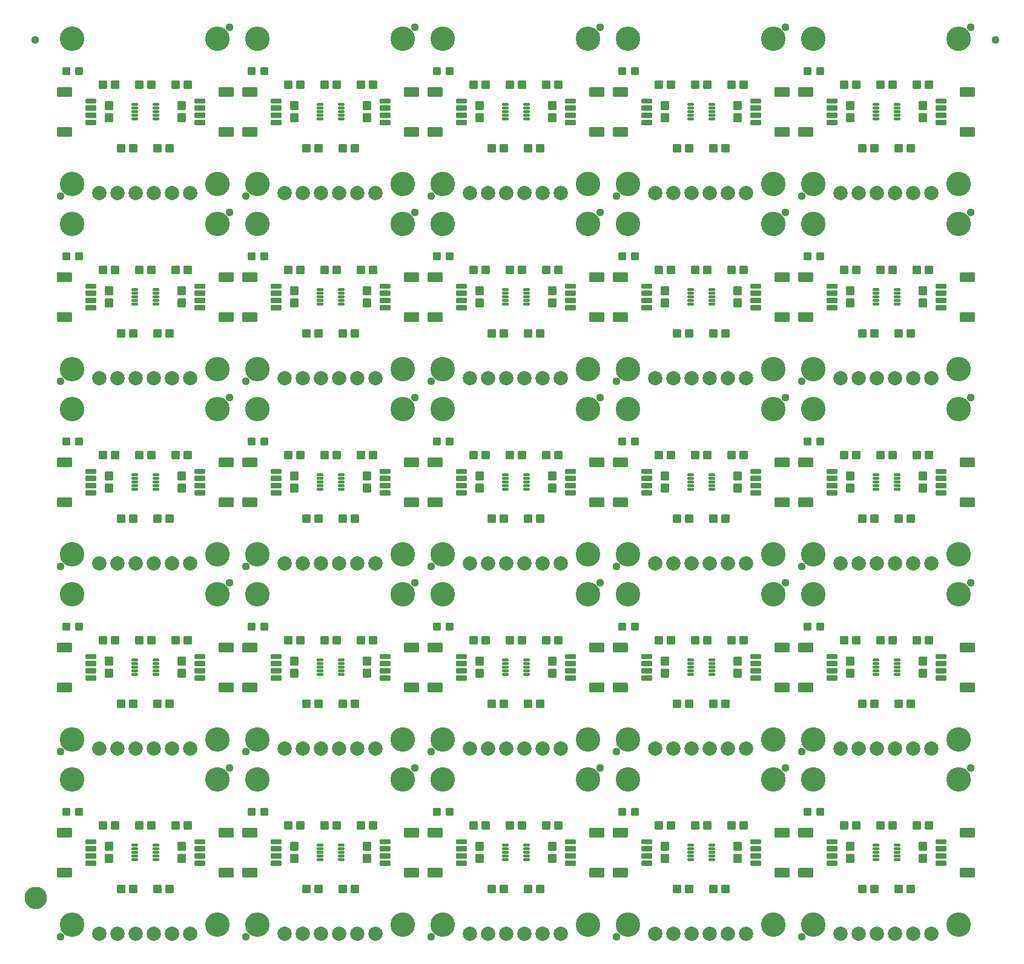
<source format=gts>
G04 EAGLE Gerber RS-274X export*
G75*
%MOMM*%
%FSLAX34Y34*%
%LPD*%
%INSoldermask Top*%
%IPPOS*%
%AMOC8*
5,1,8,0,0,1.08239X$1,22.5*%
G01*
%ADD10C,0.428259*%
%ADD11C,0.225588*%
%ADD12C,0.225369*%
%ADD13C,0.225400*%
%ADD14C,2.006600*%
%ADD15C,1.127000*%
%ADD16C,3.429000*%
%ADD17C,0.230719*%
%ADD18C,1.270000*%
%ADD19C,1.627000*%


D10*
X20124Y187644D02*
X20124Y180656D01*
X13136Y180656D01*
X13136Y187644D01*
X20124Y187644D01*
X20124Y184725D02*
X13136Y184725D01*
X37664Y187644D02*
X37664Y180656D01*
X30676Y180656D01*
X30676Y187644D01*
X37664Y187644D01*
X37664Y184725D02*
X30676Y184725D01*
D11*
X249457Y104507D02*
X249457Y93493D01*
X230443Y93493D01*
X230443Y104507D01*
X249457Y104507D01*
X249457Y95636D02*
X230443Y95636D01*
X230443Y97779D02*
X249457Y97779D01*
X249457Y99922D02*
X230443Y99922D01*
X230443Y102065D02*
X249457Y102065D01*
X249457Y104208D02*
X230443Y104208D01*
X249457Y149493D02*
X249457Y160507D01*
X249457Y149493D02*
X230443Y149493D01*
X230443Y160507D01*
X249457Y160507D01*
X249457Y151636D02*
X230443Y151636D01*
X230443Y153779D02*
X249457Y153779D01*
X249457Y155922D02*
X230443Y155922D01*
X230443Y158065D02*
X249457Y158065D01*
X249457Y160208D02*
X230443Y160208D01*
D12*
X209458Y114508D02*
X209458Y109492D01*
X196942Y109492D01*
X196942Y114508D01*
X209458Y114508D01*
X209458Y111633D02*
X196942Y111633D01*
X196942Y113774D02*
X209458Y113774D01*
X209458Y119492D02*
X209458Y124508D01*
X209458Y119492D02*
X196942Y119492D01*
X196942Y124508D01*
X209458Y124508D01*
X209458Y121633D02*
X196942Y121633D01*
X196942Y123774D02*
X209458Y123774D01*
X209458Y129492D02*
X209458Y134508D01*
X209458Y129492D02*
X196942Y129492D01*
X196942Y134508D01*
X209458Y134508D01*
X209458Y131633D02*
X196942Y131633D01*
X196942Y133774D02*
X209458Y133774D01*
X209458Y139492D02*
X209458Y144508D01*
X209458Y139492D02*
X196942Y139492D01*
X196942Y144508D01*
X209458Y144508D01*
X209458Y141633D02*
X196942Y141633D01*
X196942Y143774D02*
X209458Y143774D01*
D11*
X4543Y149493D02*
X4543Y160507D01*
X23557Y160507D01*
X23557Y149493D01*
X4543Y149493D01*
X4543Y151636D02*
X23557Y151636D01*
X23557Y153779D02*
X4543Y153779D01*
X4543Y155922D02*
X23557Y155922D01*
X23557Y158065D02*
X4543Y158065D01*
X4543Y160208D02*
X23557Y160208D01*
X4543Y104507D02*
X4543Y93493D01*
X4543Y104507D02*
X23557Y104507D01*
X23557Y93493D01*
X4543Y93493D01*
X4543Y95636D02*
X23557Y95636D01*
X23557Y97779D02*
X4543Y97779D01*
X4543Y99922D02*
X23557Y99922D01*
X23557Y102065D02*
X4543Y102065D01*
X4543Y104208D02*
X23557Y104208D01*
D12*
X44542Y139492D02*
X44542Y144508D01*
X57058Y144508D01*
X57058Y139492D01*
X44542Y139492D01*
X44542Y141633D02*
X57058Y141633D01*
X57058Y143774D02*
X44542Y143774D01*
X44542Y134508D02*
X44542Y129492D01*
X44542Y134508D02*
X57058Y134508D01*
X57058Y129492D01*
X44542Y129492D01*
X44542Y131633D02*
X57058Y131633D01*
X57058Y133774D02*
X44542Y133774D01*
X44542Y124508D02*
X44542Y119492D01*
X44542Y124508D02*
X57058Y124508D01*
X57058Y119492D01*
X44542Y119492D01*
X44542Y121633D02*
X57058Y121633D01*
X57058Y123774D02*
X44542Y123774D01*
X44542Y114508D02*
X44542Y109492D01*
X44542Y114508D02*
X57058Y114508D01*
X57058Y109492D01*
X44542Y109492D01*
X44542Y111633D02*
X57058Y111633D01*
X57058Y113774D02*
X44542Y113774D01*
D13*
X155892Y80708D02*
X165908Y80708D01*
X165908Y71692D01*
X155892Y71692D01*
X155892Y80708D01*
X155892Y73833D02*
X165908Y73833D01*
X165908Y75974D02*
X155892Y75974D01*
X155892Y78115D02*
X165908Y78115D01*
X165908Y80256D02*
X155892Y80256D01*
X148908Y80708D02*
X138892Y80708D01*
X148908Y80708D02*
X148908Y71692D01*
X138892Y71692D01*
X138892Y80708D01*
X138892Y73833D02*
X148908Y73833D01*
X148908Y75974D02*
X138892Y75974D01*
X138892Y78115D02*
X148908Y78115D01*
X148908Y80256D02*
X138892Y80256D01*
X98108Y71692D02*
X88092Y71692D01*
X88092Y80708D01*
X98108Y80708D01*
X98108Y71692D01*
X98108Y73833D02*
X88092Y73833D01*
X88092Y75974D02*
X98108Y75974D01*
X98108Y78115D02*
X88092Y78115D01*
X88092Y80256D02*
X98108Y80256D01*
X105092Y71692D02*
X115108Y71692D01*
X105092Y71692D02*
X105092Y80708D01*
X115108Y80708D01*
X115108Y71692D01*
X115108Y73833D02*
X105092Y73833D01*
X105092Y75974D02*
X115108Y75974D01*
X115108Y78115D02*
X105092Y78115D01*
X105092Y80256D02*
X115108Y80256D01*
X71692Y130492D02*
X71692Y140508D01*
X80708Y140508D01*
X80708Y130492D01*
X71692Y130492D01*
X71692Y132633D02*
X80708Y132633D01*
X80708Y134774D02*
X71692Y134774D01*
X71692Y136915D02*
X80708Y136915D01*
X80708Y139056D02*
X71692Y139056D01*
X71692Y123508D02*
X71692Y113492D01*
X71692Y123508D02*
X80708Y123508D01*
X80708Y113492D01*
X71692Y113492D01*
X71692Y115633D02*
X80708Y115633D01*
X80708Y117774D02*
X71692Y117774D01*
X71692Y119915D02*
X80708Y119915D01*
X80708Y122056D02*
X71692Y122056D01*
X182308Y123508D02*
X182308Y113492D01*
X173292Y113492D01*
X173292Y123508D01*
X182308Y123508D01*
X182308Y115633D02*
X173292Y115633D01*
X173292Y117774D02*
X182308Y117774D01*
X182308Y119915D02*
X173292Y119915D01*
X173292Y122056D02*
X182308Y122056D01*
X182308Y130492D02*
X182308Y140508D01*
X182308Y130492D02*
X173292Y130492D01*
X173292Y140508D01*
X182308Y140508D01*
X182308Y132633D02*
X173292Y132633D01*
X173292Y134774D02*
X182308Y134774D01*
X182308Y136915D02*
X173292Y136915D01*
X173292Y139056D02*
X182308Y139056D01*
D14*
X63500Y12700D03*
X88900Y12700D03*
X114300Y12700D03*
X139700Y12700D03*
X165100Y12700D03*
X190500Y12700D03*
D13*
X174308Y160592D02*
X164292Y160592D01*
X164292Y169608D01*
X174308Y169608D01*
X174308Y160592D01*
X174308Y162733D02*
X164292Y162733D01*
X164292Y164874D02*
X174308Y164874D01*
X174308Y167015D02*
X164292Y167015D01*
X164292Y169156D02*
X174308Y169156D01*
X181292Y160592D02*
X191308Y160592D01*
X181292Y160592D02*
X181292Y169608D01*
X191308Y169608D01*
X191308Y160592D01*
X191308Y162733D02*
X181292Y162733D01*
X181292Y164874D02*
X191308Y164874D01*
X191308Y167015D02*
X181292Y167015D01*
X181292Y169156D02*
X191308Y169156D01*
D15*
X8890Y8890D03*
X245110Y245110D03*
D16*
X25400Y25400D03*
X228600Y25400D03*
D17*
X115482Y126093D02*
X109018Y126093D01*
X109018Y127907D01*
X115482Y127907D01*
X115482Y126093D01*
X115482Y131093D02*
X109018Y131093D01*
X109018Y132907D01*
X115482Y132907D01*
X115482Y131093D01*
X115482Y136093D02*
X109018Y136093D01*
X109018Y137907D01*
X115482Y137907D01*
X115482Y136093D01*
X115482Y121093D02*
X109018Y121093D01*
X109018Y122907D01*
X115482Y122907D01*
X115482Y121093D01*
X115482Y116093D02*
X109018Y116093D01*
X109018Y117907D01*
X115482Y117907D01*
X115482Y116093D01*
X138518Y127907D02*
X144982Y127907D01*
X144982Y126093D01*
X138518Y126093D01*
X138518Y127907D01*
X138518Y122907D02*
X144982Y122907D01*
X144982Y121093D01*
X138518Y121093D01*
X138518Y122907D01*
X138518Y117907D02*
X144982Y117907D01*
X144982Y116093D01*
X138518Y116093D01*
X138518Y117907D01*
X138518Y132907D02*
X144982Y132907D01*
X144982Y131093D01*
X138518Y131093D01*
X138518Y132907D01*
X138518Y137907D02*
X144982Y137907D01*
X144982Y136093D01*
X138518Y136093D01*
X138518Y137907D01*
D16*
X25400Y228600D03*
X228600Y228600D03*
D13*
X140508Y169608D02*
X130492Y169608D01*
X140508Y169608D02*
X140508Y160592D01*
X130492Y160592D01*
X130492Y169608D01*
X130492Y162733D02*
X140508Y162733D01*
X140508Y164874D02*
X130492Y164874D01*
X130492Y167015D02*
X140508Y167015D01*
X140508Y169156D02*
X130492Y169156D01*
X123508Y169608D02*
X113492Y169608D01*
X123508Y169608D02*
X123508Y160592D01*
X113492Y160592D01*
X113492Y169608D01*
X113492Y162733D02*
X123508Y162733D01*
X123508Y164874D02*
X113492Y164874D01*
X113492Y167015D02*
X123508Y167015D01*
X123508Y169156D02*
X113492Y169156D01*
X72708Y160592D02*
X62692Y160592D01*
X62692Y169608D01*
X72708Y169608D01*
X72708Y160592D01*
X72708Y162733D02*
X62692Y162733D01*
X62692Y164874D02*
X72708Y164874D01*
X72708Y167015D02*
X62692Y167015D01*
X62692Y169156D02*
X72708Y169156D01*
X79692Y160592D02*
X89708Y160592D01*
X79692Y160592D02*
X79692Y169608D01*
X89708Y169608D01*
X89708Y160592D01*
X89708Y162733D02*
X79692Y162733D01*
X79692Y164874D02*
X89708Y164874D01*
X89708Y167015D02*
X79692Y167015D01*
X79692Y169156D02*
X89708Y169156D01*
D10*
X279204Y180656D02*
X279204Y187644D01*
X279204Y180656D02*
X272216Y180656D01*
X272216Y187644D01*
X279204Y187644D01*
X279204Y184725D02*
X272216Y184725D01*
X296744Y187644D02*
X296744Y180656D01*
X289756Y180656D01*
X289756Y187644D01*
X296744Y187644D01*
X296744Y184725D02*
X289756Y184725D01*
D11*
X508537Y104507D02*
X508537Y93493D01*
X489523Y93493D01*
X489523Y104507D01*
X508537Y104507D01*
X508537Y95636D02*
X489523Y95636D01*
X489523Y97779D02*
X508537Y97779D01*
X508537Y99922D02*
X489523Y99922D01*
X489523Y102065D02*
X508537Y102065D01*
X508537Y104208D02*
X489523Y104208D01*
X508537Y149493D02*
X508537Y160507D01*
X508537Y149493D02*
X489523Y149493D01*
X489523Y160507D01*
X508537Y160507D01*
X508537Y151636D02*
X489523Y151636D01*
X489523Y153779D02*
X508537Y153779D01*
X508537Y155922D02*
X489523Y155922D01*
X489523Y158065D02*
X508537Y158065D01*
X508537Y160208D02*
X489523Y160208D01*
D12*
X468538Y114508D02*
X468538Y109492D01*
X456022Y109492D01*
X456022Y114508D01*
X468538Y114508D01*
X468538Y111633D02*
X456022Y111633D01*
X456022Y113774D02*
X468538Y113774D01*
X468538Y119492D02*
X468538Y124508D01*
X468538Y119492D02*
X456022Y119492D01*
X456022Y124508D01*
X468538Y124508D01*
X468538Y121633D02*
X456022Y121633D01*
X456022Y123774D02*
X468538Y123774D01*
X468538Y129492D02*
X468538Y134508D01*
X468538Y129492D02*
X456022Y129492D01*
X456022Y134508D01*
X468538Y134508D01*
X468538Y131633D02*
X456022Y131633D01*
X456022Y133774D02*
X468538Y133774D01*
X468538Y139492D02*
X468538Y144508D01*
X468538Y139492D02*
X456022Y139492D01*
X456022Y144508D01*
X468538Y144508D01*
X468538Y141633D02*
X456022Y141633D01*
X456022Y143774D02*
X468538Y143774D01*
D11*
X263623Y149493D02*
X263623Y160507D01*
X282637Y160507D01*
X282637Y149493D01*
X263623Y149493D01*
X263623Y151636D02*
X282637Y151636D01*
X282637Y153779D02*
X263623Y153779D01*
X263623Y155922D02*
X282637Y155922D01*
X282637Y158065D02*
X263623Y158065D01*
X263623Y160208D02*
X282637Y160208D01*
X263623Y104507D02*
X263623Y93493D01*
X263623Y104507D02*
X282637Y104507D01*
X282637Y93493D01*
X263623Y93493D01*
X263623Y95636D02*
X282637Y95636D01*
X282637Y97779D02*
X263623Y97779D01*
X263623Y99922D02*
X282637Y99922D01*
X282637Y102065D02*
X263623Y102065D01*
X263623Y104208D02*
X282637Y104208D01*
D12*
X303622Y139492D02*
X303622Y144508D01*
X316138Y144508D01*
X316138Y139492D01*
X303622Y139492D01*
X303622Y141633D02*
X316138Y141633D01*
X316138Y143774D02*
X303622Y143774D01*
X303622Y134508D02*
X303622Y129492D01*
X303622Y134508D02*
X316138Y134508D01*
X316138Y129492D01*
X303622Y129492D01*
X303622Y131633D02*
X316138Y131633D01*
X316138Y133774D02*
X303622Y133774D01*
X303622Y124508D02*
X303622Y119492D01*
X303622Y124508D02*
X316138Y124508D01*
X316138Y119492D01*
X303622Y119492D01*
X303622Y121633D02*
X316138Y121633D01*
X316138Y123774D02*
X303622Y123774D01*
X303622Y114508D02*
X303622Y109492D01*
X303622Y114508D02*
X316138Y114508D01*
X316138Y109492D01*
X303622Y109492D01*
X303622Y111633D02*
X316138Y111633D01*
X316138Y113774D02*
X303622Y113774D01*
D13*
X414972Y80708D02*
X424988Y80708D01*
X424988Y71692D01*
X414972Y71692D01*
X414972Y80708D01*
X414972Y73833D02*
X424988Y73833D01*
X424988Y75974D02*
X414972Y75974D01*
X414972Y78115D02*
X424988Y78115D01*
X424988Y80256D02*
X414972Y80256D01*
X407988Y80708D02*
X397972Y80708D01*
X407988Y80708D02*
X407988Y71692D01*
X397972Y71692D01*
X397972Y80708D01*
X397972Y73833D02*
X407988Y73833D01*
X407988Y75974D02*
X397972Y75974D01*
X397972Y78115D02*
X407988Y78115D01*
X407988Y80256D02*
X397972Y80256D01*
X357188Y71692D02*
X347172Y71692D01*
X347172Y80708D01*
X357188Y80708D01*
X357188Y71692D01*
X357188Y73833D02*
X347172Y73833D01*
X347172Y75974D02*
X357188Y75974D01*
X357188Y78115D02*
X347172Y78115D01*
X347172Y80256D02*
X357188Y80256D01*
X364172Y71692D02*
X374188Y71692D01*
X364172Y71692D02*
X364172Y80708D01*
X374188Y80708D01*
X374188Y71692D01*
X374188Y73833D02*
X364172Y73833D01*
X364172Y75974D02*
X374188Y75974D01*
X374188Y78115D02*
X364172Y78115D01*
X364172Y80256D02*
X374188Y80256D01*
X330772Y130492D02*
X330772Y140508D01*
X339788Y140508D01*
X339788Y130492D01*
X330772Y130492D01*
X330772Y132633D02*
X339788Y132633D01*
X339788Y134774D02*
X330772Y134774D01*
X330772Y136915D02*
X339788Y136915D01*
X339788Y139056D02*
X330772Y139056D01*
X330772Y123508D02*
X330772Y113492D01*
X330772Y123508D02*
X339788Y123508D01*
X339788Y113492D01*
X330772Y113492D01*
X330772Y115633D02*
X339788Y115633D01*
X339788Y117774D02*
X330772Y117774D01*
X330772Y119915D02*
X339788Y119915D01*
X339788Y122056D02*
X330772Y122056D01*
X441388Y123508D02*
X441388Y113492D01*
X432372Y113492D01*
X432372Y123508D01*
X441388Y123508D01*
X441388Y115633D02*
X432372Y115633D01*
X432372Y117774D02*
X441388Y117774D01*
X441388Y119915D02*
X432372Y119915D01*
X432372Y122056D02*
X441388Y122056D01*
X441388Y130492D02*
X441388Y140508D01*
X441388Y130492D02*
X432372Y130492D01*
X432372Y140508D01*
X441388Y140508D01*
X441388Y132633D02*
X432372Y132633D01*
X432372Y134774D02*
X441388Y134774D01*
X441388Y136915D02*
X432372Y136915D01*
X432372Y139056D02*
X441388Y139056D01*
D14*
X322580Y12700D03*
X347980Y12700D03*
X373380Y12700D03*
X398780Y12700D03*
X424180Y12700D03*
X449580Y12700D03*
D13*
X433388Y160592D02*
X423372Y160592D01*
X423372Y169608D01*
X433388Y169608D01*
X433388Y160592D01*
X433388Y162733D02*
X423372Y162733D01*
X423372Y164874D02*
X433388Y164874D01*
X433388Y167015D02*
X423372Y167015D01*
X423372Y169156D02*
X433388Y169156D01*
X440372Y160592D02*
X450388Y160592D01*
X440372Y160592D02*
X440372Y169608D01*
X450388Y169608D01*
X450388Y160592D01*
X450388Y162733D02*
X440372Y162733D01*
X440372Y164874D02*
X450388Y164874D01*
X450388Y167015D02*
X440372Y167015D01*
X440372Y169156D02*
X450388Y169156D01*
D15*
X267970Y8890D03*
X504190Y245110D03*
D16*
X284480Y25400D03*
X487680Y25400D03*
D17*
X374562Y126093D02*
X368098Y126093D01*
X368098Y127907D01*
X374562Y127907D01*
X374562Y126093D01*
X374562Y131093D02*
X368098Y131093D01*
X368098Y132907D01*
X374562Y132907D01*
X374562Y131093D01*
X374562Y136093D02*
X368098Y136093D01*
X368098Y137907D01*
X374562Y137907D01*
X374562Y136093D01*
X374562Y121093D02*
X368098Y121093D01*
X368098Y122907D01*
X374562Y122907D01*
X374562Y121093D01*
X374562Y116093D02*
X368098Y116093D01*
X368098Y117907D01*
X374562Y117907D01*
X374562Y116093D01*
X397598Y127907D02*
X404062Y127907D01*
X404062Y126093D01*
X397598Y126093D01*
X397598Y127907D01*
X397598Y122907D02*
X404062Y122907D01*
X404062Y121093D01*
X397598Y121093D01*
X397598Y122907D01*
X397598Y117907D02*
X404062Y117907D01*
X404062Y116093D01*
X397598Y116093D01*
X397598Y117907D01*
X397598Y132907D02*
X404062Y132907D01*
X404062Y131093D01*
X397598Y131093D01*
X397598Y132907D01*
X397598Y137907D02*
X404062Y137907D01*
X404062Y136093D01*
X397598Y136093D01*
X397598Y137907D01*
D16*
X284480Y228600D03*
X487680Y228600D03*
D13*
X399588Y169608D02*
X389572Y169608D01*
X399588Y169608D02*
X399588Y160592D01*
X389572Y160592D01*
X389572Y169608D01*
X389572Y162733D02*
X399588Y162733D01*
X399588Y164874D02*
X389572Y164874D01*
X389572Y167015D02*
X399588Y167015D01*
X399588Y169156D02*
X389572Y169156D01*
X382588Y169608D02*
X372572Y169608D01*
X382588Y169608D02*
X382588Y160592D01*
X372572Y160592D01*
X372572Y169608D01*
X372572Y162733D02*
X382588Y162733D01*
X382588Y164874D02*
X372572Y164874D01*
X372572Y167015D02*
X382588Y167015D01*
X382588Y169156D02*
X372572Y169156D01*
X331788Y160592D02*
X321772Y160592D01*
X321772Y169608D01*
X331788Y169608D01*
X331788Y160592D01*
X331788Y162733D02*
X321772Y162733D01*
X321772Y164874D02*
X331788Y164874D01*
X331788Y167015D02*
X321772Y167015D01*
X321772Y169156D02*
X331788Y169156D01*
X338772Y160592D02*
X348788Y160592D01*
X338772Y160592D02*
X338772Y169608D01*
X348788Y169608D01*
X348788Y160592D01*
X348788Y162733D02*
X338772Y162733D01*
X338772Y164874D02*
X348788Y164874D01*
X348788Y167015D02*
X338772Y167015D01*
X338772Y169156D02*
X348788Y169156D01*
D10*
X538284Y180656D02*
X538284Y187644D01*
X538284Y180656D02*
X531296Y180656D01*
X531296Y187644D01*
X538284Y187644D01*
X538284Y184725D02*
X531296Y184725D01*
X555824Y187644D02*
X555824Y180656D01*
X548836Y180656D01*
X548836Y187644D01*
X555824Y187644D01*
X555824Y184725D02*
X548836Y184725D01*
D11*
X767617Y104507D02*
X767617Y93493D01*
X748603Y93493D01*
X748603Y104507D01*
X767617Y104507D01*
X767617Y95636D02*
X748603Y95636D01*
X748603Y97779D02*
X767617Y97779D01*
X767617Y99922D02*
X748603Y99922D01*
X748603Y102065D02*
X767617Y102065D01*
X767617Y104208D02*
X748603Y104208D01*
X767617Y149493D02*
X767617Y160507D01*
X767617Y149493D02*
X748603Y149493D01*
X748603Y160507D01*
X767617Y160507D01*
X767617Y151636D02*
X748603Y151636D01*
X748603Y153779D02*
X767617Y153779D01*
X767617Y155922D02*
X748603Y155922D01*
X748603Y158065D02*
X767617Y158065D01*
X767617Y160208D02*
X748603Y160208D01*
D12*
X727618Y114508D02*
X727618Y109492D01*
X715102Y109492D01*
X715102Y114508D01*
X727618Y114508D01*
X727618Y111633D02*
X715102Y111633D01*
X715102Y113774D02*
X727618Y113774D01*
X727618Y119492D02*
X727618Y124508D01*
X727618Y119492D02*
X715102Y119492D01*
X715102Y124508D01*
X727618Y124508D01*
X727618Y121633D02*
X715102Y121633D01*
X715102Y123774D02*
X727618Y123774D01*
X727618Y129492D02*
X727618Y134508D01*
X727618Y129492D02*
X715102Y129492D01*
X715102Y134508D01*
X727618Y134508D01*
X727618Y131633D02*
X715102Y131633D01*
X715102Y133774D02*
X727618Y133774D01*
X727618Y139492D02*
X727618Y144508D01*
X727618Y139492D02*
X715102Y139492D01*
X715102Y144508D01*
X727618Y144508D01*
X727618Y141633D02*
X715102Y141633D01*
X715102Y143774D02*
X727618Y143774D01*
D11*
X522703Y149493D02*
X522703Y160507D01*
X541717Y160507D01*
X541717Y149493D01*
X522703Y149493D01*
X522703Y151636D02*
X541717Y151636D01*
X541717Y153779D02*
X522703Y153779D01*
X522703Y155922D02*
X541717Y155922D01*
X541717Y158065D02*
X522703Y158065D01*
X522703Y160208D02*
X541717Y160208D01*
X522703Y104507D02*
X522703Y93493D01*
X522703Y104507D02*
X541717Y104507D01*
X541717Y93493D01*
X522703Y93493D01*
X522703Y95636D02*
X541717Y95636D01*
X541717Y97779D02*
X522703Y97779D01*
X522703Y99922D02*
X541717Y99922D01*
X541717Y102065D02*
X522703Y102065D01*
X522703Y104208D02*
X541717Y104208D01*
D12*
X562702Y139492D02*
X562702Y144508D01*
X575218Y144508D01*
X575218Y139492D01*
X562702Y139492D01*
X562702Y141633D02*
X575218Y141633D01*
X575218Y143774D02*
X562702Y143774D01*
X562702Y134508D02*
X562702Y129492D01*
X562702Y134508D02*
X575218Y134508D01*
X575218Y129492D01*
X562702Y129492D01*
X562702Y131633D02*
X575218Y131633D01*
X575218Y133774D02*
X562702Y133774D01*
X562702Y124508D02*
X562702Y119492D01*
X562702Y124508D02*
X575218Y124508D01*
X575218Y119492D01*
X562702Y119492D01*
X562702Y121633D02*
X575218Y121633D01*
X575218Y123774D02*
X562702Y123774D01*
X562702Y114508D02*
X562702Y109492D01*
X562702Y114508D02*
X575218Y114508D01*
X575218Y109492D01*
X562702Y109492D01*
X562702Y111633D02*
X575218Y111633D01*
X575218Y113774D02*
X562702Y113774D01*
D13*
X674052Y80708D02*
X684068Y80708D01*
X684068Y71692D01*
X674052Y71692D01*
X674052Y80708D01*
X674052Y73833D02*
X684068Y73833D01*
X684068Y75974D02*
X674052Y75974D01*
X674052Y78115D02*
X684068Y78115D01*
X684068Y80256D02*
X674052Y80256D01*
X667068Y80708D02*
X657052Y80708D01*
X667068Y80708D02*
X667068Y71692D01*
X657052Y71692D01*
X657052Y80708D01*
X657052Y73833D02*
X667068Y73833D01*
X667068Y75974D02*
X657052Y75974D01*
X657052Y78115D02*
X667068Y78115D01*
X667068Y80256D02*
X657052Y80256D01*
X616268Y71692D02*
X606252Y71692D01*
X606252Y80708D01*
X616268Y80708D01*
X616268Y71692D01*
X616268Y73833D02*
X606252Y73833D01*
X606252Y75974D02*
X616268Y75974D01*
X616268Y78115D02*
X606252Y78115D01*
X606252Y80256D02*
X616268Y80256D01*
X623252Y71692D02*
X633268Y71692D01*
X623252Y71692D02*
X623252Y80708D01*
X633268Y80708D01*
X633268Y71692D01*
X633268Y73833D02*
X623252Y73833D01*
X623252Y75974D02*
X633268Y75974D01*
X633268Y78115D02*
X623252Y78115D01*
X623252Y80256D02*
X633268Y80256D01*
X589852Y130492D02*
X589852Y140508D01*
X598868Y140508D01*
X598868Y130492D01*
X589852Y130492D01*
X589852Y132633D02*
X598868Y132633D01*
X598868Y134774D02*
X589852Y134774D01*
X589852Y136915D02*
X598868Y136915D01*
X598868Y139056D02*
X589852Y139056D01*
X589852Y123508D02*
X589852Y113492D01*
X589852Y123508D02*
X598868Y123508D01*
X598868Y113492D01*
X589852Y113492D01*
X589852Y115633D02*
X598868Y115633D01*
X598868Y117774D02*
X589852Y117774D01*
X589852Y119915D02*
X598868Y119915D01*
X598868Y122056D02*
X589852Y122056D01*
X700468Y123508D02*
X700468Y113492D01*
X691452Y113492D01*
X691452Y123508D01*
X700468Y123508D01*
X700468Y115633D02*
X691452Y115633D01*
X691452Y117774D02*
X700468Y117774D01*
X700468Y119915D02*
X691452Y119915D01*
X691452Y122056D02*
X700468Y122056D01*
X700468Y130492D02*
X700468Y140508D01*
X700468Y130492D02*
X691452Y130492D01*
X691452Y140508D01*
X700468Y140508D01*
X700468Y132633D02*
X691452Y132633D01*
X691452Y134774D02*
X700468Y134774D01*
X700468Y136915D02*
X691452Y136915D01*
X691452Y139056D02*
X700468Y139056D01*
D14*
X581660Y12700D03*
X607060Y12700D03*
X632460Y12700D03*
X657860Y12700D03*
X683260Y12700D03*
X708660Y12700D03*
D13*
X692468Y160592D02*
X682452Y160592D01*
X682452Y169608D01*
X692468Y169608D01*
X692468Y160592D01*
X692468Y162733D02*
X682452Y162733D01*
X682452Y164874D02*
X692468Y164874D01*
X692468Y167015D02*
X682452Y167015D01*
X682452Y169156D02*
X692468Y169156D01*
X699452Y160592D02*
X709468Y160592D01*
X699452Y160592D02*
X699452Y169608D01*
X709468Y169608D01*
X709468Y160592D01*
X709468Y162733D02*
X699452Y162733D01*
X699452Y164874D02*
X709468Y164874D01*
X709468Y167015D02*
X699452Y167015D01*
X699452Y169156D02*
X709468Y169156D01*
D15*
X527050Y8890D03*
X763270Y245110D03*
D16*
X543560Y25400D03*
X746760Y25400D03*
D17*
X633642Y126093D02*
X627178Y126093D01*
X627178Y127907D01*
X633642Y127907D01*
X633642Y126093D01*
X633642Y131093D02*
X627178Y131093D01*
X627178Y132907D01*
X633642Y132907D01*
X633642Y131093D01*
X633642Y136093D02*
X627178Y136093D01*
X627178Y137907D01*
X633642Y137907D01*
X633642Y136093D01*
X633642Y121093D02*
X627178Y121093D01*
X627178Y122907D01*
X633642Y122907D01*
X633642Y121093D01*
X633642Y116093D02*
X627178Y116093D01*
X627178Y117907D01*
X633642Y117907D01*
X633642Y116093D01*
X656678Y127907D02*
X663142Y127907D01*
X663142Y126093D01*
X656678Y126093D01*
X656678Y127907D01*
X656678Y122907D02*
X663142Y122907D01*
X663142Y121093D01*
X656678Y121093D01*
X656678Y122907D01*
X656678Y117907D02*
X663142Y117907D01*
X663142Y116093D01*
X656678Y116093D01*
X656678Y117907D01*
X656678Y132907D02*
X663142Y132907D01*
X663142Y131093D01*
X656678Y131093D01*
X656678Y132907D01*
X656678Y137907D02*
X663142Y137907D01*
X663142Y136093D01*
X656678Y136093D01*
X656678Y137907D01*
D16*
X543560Y228600D03*
X746760Y228600D03*
D13*
X658668Y169608D02*
X648652Y169608D01*
X658668Y169608D02*
X658668Y160592D01*
X648652Y160592D01*
X648652Y169608D01*
X648652Y162733D02*
X658668Y162733D01*
X658668Y164874D02*
X648652Y164874D01*
X648652Y167015D02*
X658668Y167015D01*
X658668Y169156D02*
X648652Y169156D01*
X641668Y169608D02*
X631652Y169608D01*
X641668Y169608D02*
X641668Y160592D01*
X631652Y160592D01*
X631652Y169608D01*
X631652Y162733D02*
X641668Y162733D01*
X641668Y164874D02*
X631652Y164874D01*
X631652Y167015D02*
X641668Y167015D01*
X641668Y169156D02*
X631652Y169156D01*
X590868Y160592D02*
X580852Y160592D01*
X580852Y169608D01*
X590868Y169608D01*
X590868Y160592D01*
X590868Y162733D02*
X580852Y162733D01*
X580852Y164874D02*
X590868Y164874D01*
X590868Y167015D02*
X580852Y167015D01*
X580852Y169156D02*
X590868Y169156D01*
X597852Y160592D02*
X607868Y160592D01*
X597852Y160592D02*
X597852Y169608D01*
X607868Y169608D01*
X607868Y160592D01*
X607868Y162733D02*
X597852Y162733D01*
X597852Y164874D02*
X607868Y164874D01*
X607868Y167015D02*
X597852Y167015D01*
X597852Y169156D02*
X607868Y169156D01*
D10*
X797364Y180656D02*
X797364Y187644D01*
X797364Y180656D02*
X790376Y180656D01*
X790376Y187644D01*
X797364Y187644D01*
X797364Y184725D02*
X790376Y184725D01*
X814904Y187644D02*
X814904Y180656D01*
X807916Y180656D01*
X807916Y187644D01*
X814904Y187644D01*
X814904Y184725D02*
X807916Y184725D01*
D11*
X1026697Y104507D02*
X1026697Y93493D01*
X1007683Y93493D01*
X1007683Y104507D01*
X1026697Y104507D01*
X1026697Y95636D02*
X1007683Y95636D01*
X1007683Y97779D02*
X1026697Y97779D01*
X1026697Y99922D02*
X1007683Y99922D01*
X1007683Y102065D02*
X1026697Y102065D01*
X1026697Y104208D02*
X1007683Y104208D01*
X1026697Y149493D02*
X1026697Y160507D01*
X1026697Y149493D02*
X1007683Y149493D01*
X1007683Y160507D01*
X1026697Y160507D01*
X1026697Y151636D02*
X1007683Y151636D01*
X1007683Y153779D02*
X1026697Y153779D01*
X1026697Y155922D02*
X1007683Y155922D01*
X1007683Y158065D02*
X1026697Y158065D01*
X1026697Y160208D02*
X1007683Y160208D01*
D12*
X986698Y114508D02*
X986698Y109492D01*
X974182Y109492D01*
X974182Y114508D01*
X986698Y114508D01*
X986698Y111633D02*
X974182Y111633D01*
X974182Y113774D02*
X986698Y113774D01*
X986698Y119492D02*
X986698Y124508D01*
X986698Y119492D02*
X974182Y119492D01*
X974182Y124508D01*
X986698Y124508D01*
X986698Y121633D02*
X974182Y121633D01*
X974182Y123774D02*
X986698Y123774D01*
X986698Y129492D02*
X986698Y134508D01*
X986698Y129492D02*
X974182Y129492D01*
X974182Y134508D01*
X986698Y134508D01*
X986698Y131633D02*
X974182Y131633D01*
X974182Y133774D02*
X986698Y133774D01*
X986698Y139492D02*
X986698Y144508D01*
X986698Y139492D02*
X974182Y139492D01*
X974182Y144508D01*
X986698Y144508D01*
X986698Y141633D02*
X974182Y141633D01*
X974182Y143774D02*
X986698Y143774D01*
D11*
X781783Y149493D02*
X781783Y160507D01*
X800797Y160507D01*
X800797Y149493D01*
X781783Y149493D01*
X781783Y151636D02*
X800797Y151636D01*
X800797Y153779D02*
X781783Y153779D01*
X781783Y155922D02*
X800797Y155922D01*
X800797Y158065D02*
X781783Y158065D01*
X781783Y160208D02*
X800797Y160208D01*
X781783Y104507D02*
X781783Y93493D01*
X781783Y104507D02*
X800797Y104507D01*
X800797Y93493D01*
X781783Y93493D01*
X781783Y95636D02*
X800797Y95636D01*
X800797Y97779D02*
X781783Y97779D01*
X781783Y99922D02*
X800797Y99922D01*
X800797Y102065D02*
X781783Y102065D01*
X781783Y104208D02*
X800797Y104208D01*
D12*
X821782Y139492D02*
X821782Y144508D01*
X834298Y144508D01*
X834298Y139492D01*
X821782Y139492D01*
X821782Y141633D02*
X834298Y141633D01*
X834298Y143774D02*
X821782Y143774D01*
X821782Y134508D02*
X821782Y129492D01*
X821782Y134508D02*
X834298Y134508D01*
X834298Y129492D01*
X821782Y129492D01*
X821782Y131633D02*
X834298Y131633D01*
X834298Y133774D02*
X821782Y133774D01*
X821782Y124508D02*
X821782Y119492D01*
X821782Y124508D02*
X834298Y124508D01*
X834298Y119492D01*
X821782Y119492D01*
X821782Y121633D02*
X834298Y121633D01*
X834298Y123774D02*
X821782Y123774D01*
X821782Y114508D02*
X821782Y109492D01*
X821782Y114508D02*
X834298Y114508D01*
X834298Y109492D01*
X821782Y109492D01*
X821782Y111633D02*
X834298Y111633D01*
X834298Y113774D02*
X821782Y113774D01*
D13*
X933132Y80708D02*
X943148Y80708D01*
X943148Y71692D01*
X933132Y71692D01*
X933132Y80708D01*
X933132Y73833D02*
X943148Y73833D01*
X943148Y75974D02*
X933132Y75974D01*
X933132Y78115D02*
X943148Y78115D01*
X943148Y80256D02*
X933132Y80256D01*
X926148Y80708D02*
X916132Y80708D01*
X926148Y80708D02*
X926148Y71692D01*
X916132Y71692D01*
X916132Y80708D01*
X916132Y73833D02*
X926148Y73833D01*
X926148Y75974D02*
X916132Y75974D01*
X916132Y78115D02*
X926148Y78115D01*
X926148Y80256D02*
X916132Y80256D01*
X875348Y71692D02*
X865332Y71692D01*
X865332Y80708D01*
X875348Y80708D01*
X875348Y71692D01*
X875348Y73833D02*
X865332Y73833D01*
X865332Y75974D02*
X875348Y75974D01*
X875348Y78115D02*
X865332Y78115D01*
X865332Y80256D02*
X875348Y80256D01*
X882332Y71692D02*
X892348Y71692D01*
X882332Y71692D02*
X882332Y80708D01*
X892348Y80708D01*
X892348Y71692D01*
X892348Y73833D02*
X882332Y73833D01*
X882332Y75974D02*
X892348Y75974D01*
X892348Y78115D02*
X882332Y78115D01*
X882332Y80256D02*
X892348Y80256D01*
X848932Y130492D02*
X848932Y140508D01*
X857948Y140508D01*
X857948Y130492D01*
X848932Y130492D01*
X848932Y132633D02*
X857948Y132633D01*
X857948Y134774D02*
X848932Y134774D01*
X848932Y136915D02*
X857948Y136915D01*
X857948Y139056D02*
X848932Y139056D01*
X848932Y123508D02*
X848932Y113492D01*
X848932Y123508D02*
X857948Y123508D01*
X857948Y113492D01*
X848932Y113492D01*
X848932Y115633D02*
X857948Y115633D01*
X857948Y117774D02*
X848932Y117774D01*
X848932Y119915D02*
X857948Y119915D01*
X857948Y122056D02*
X848932Y122056D01*
X959548Y123508D02*
X959548Y113492D01*
X950532Y113492D01*
X950532Y123508D01*
X959548Y123508D01*
X959548Y115633D02*
X950532Y115633D01*
X950532Y117774D02*
X959548Y117774D01*
X959548Y119915D02*
X950532Y119915D01*
X950532Y122056D02*
X959548Y122056D01*
X959548Y130492D02*
X959548Y140508D01*
X959548Y130492D02*
X950532Y130492D01*
X950532Y140508D01*
X959548Y140508D01*
X959548Y132633D02*
X950532Y132633D01*
X950532Y134774D02*
X959548Y134774D01*
X959548Y136915D02*
X950532Y136915D01*
X950532Y139056D02*
X959548Y139056D01*
D14*
X840740Y12700D03*
X866140Y12700D03*
X891540Y12700D03*
X916940Y12700D03*
X942340Y12700D03*
X967740Y12700D03*
D13*
X951548Y160592D02*
X941532Y160592D01*
X941532Y169608D01*
X951548Y169608D01*
X951548Y160592D01*
X951548Y162733D02*
X941532Y162733D01*
X941532Y164874D02*
X951548Y164874D01*
X951548Y167015D02*
X941532Y167015D01*
X941532Y169156D02*
X951548Y169156D01*
X958532Y160592D02*
X968548Y160592D01*
X958532Y160592D02*
X958532Y169608D01*
X968548Y169608D01*
X968548Y160592D01*
X968548Y162733D02*
X958532Y162733D01*
X958532Y164874D02*
X968548Y164874D01*
X968548Y167015D02*
X958532Y167015D01*
X958532Y169156D02*
X968548Y169156D01*
D15*
X786130Y8890D03*
X1022350Y245110D03*
D16*
X802640Y25400D03*
X1005840Y25400D03*
D17*
X892722Y126093D02*
X886258Y126093D01*
X886258Y127907D01*
X892722Y127907D01*
X892722Y126093D01*
X892722Y131093D02*
X886258Y131093D01*
X886258Y132907D01*
X892722Y132907D01*
X892722Y131093D01*
X892722Y136093D02*
X886258Y136093D01*
X886258Y137907D01*
X892722Y137907D01*
X892722Y136093D01*
X892722Y121093D02*
X886258Y121093D01*
X886258Y122907D01*
X892722Y122907D01*
X892722Y121093D01*
X892722Y116093D02*
X886258Y116093D01*
X886258Y117907D01*
X892722Y117907D01*
X892722Y116093D01*
X915758Y127907D02*
X922222Y127907D01*
X922222Y126093D01*
X915758Y126093D01*
X915758Y127907D01*
X915758Y122907D02*
X922222Y122907D01*
X922222Y121093D01*
X915758Y121093D01*
X915758Y122907D01*
X915758Y117907D02*
X922222Y117907D01*
X922222Y116093D01*
X915758Y116093D01*
X915758Y117907D01*
X915758Y132907D02*
X922222Y132907D01*
X922222Y131093D01*
X915758Y131093D01*
X915758Y132907D01*
X915758Y137907D02*
X922222Y137907D01*
X922222Y136093D01*
X915758Y136093D01*
X915758Y137907D01*
D16*
X802640Y228600D03*
X1005840Y228600D03*
D13*
X917748Y169608D02*
X907732Y169608D01*
X917748Y169608D02*
X917748Y160592D01*
X907732Y160592D01*
X907732Y169608D01*
X907732Y162733D02*
X917748Y162733D01*
X917748Y164874D02*
X907732Y164874D01*
X907732Y167015D02*
X917748Y167015D01*
X917748Y169156D02*
X907732Y169156D01*
X900748Y169608D02*
X890732Y169608D01*
X900748Y169608D02*
X900748Y160592D01*
X890732Y160592D01*
X890732Y169608D01*
X890732Y162733D02*
X900748Y162733D01*
X900748Y164874D02*
X890732Y164874D01*
X890732Y167015D02*
X900748Y167015D01*
X900748Y169156D02*
X890732Y169156D01*
X849948Y160592D02*
X839932Y160592D01*
X839932Y169608D01*
X849948Y169608D01*
X849948Y160592D01*
X849948Y162733D02*
X839932Y162733D01*
X839932Y164874D02*
X849948Y164874D01*
X849948Y167015D02*
X839932Y167015D01*
X839932Y169156D02*
X849948Y169156D01*
X856932Y160592D02*
X866948Y160592D01*
X856932Y160592D02*
X856932Y169608D01*
X866948Y169608D01*
X866948Y160592D01*
X866948Y162733D02*
X856932Y162733D01*
X856932Y164874D02*
X866948Y164874D01*
X866948Y167015D02*
X856932Y167015D01*
X856932Y169156D02*
X866948Y169156D01*
D10*
X1056444Y180656D02*
X1056444Y187644D01*
X1056444Y180656D02*
X1049456Y180656D01*
X1049456Y187644D01*
X1056444Y187644D01*
X1056444Y184725D02*
X1049456Y184725D01*
X1073984Y187644D02*
X1073984Y180656D01*
X1066996Y180656D01*
X1066996Y187644D01*
X1073984Y187644D01*
X1073984Y184725D02*
X1066996Y184725D01*
D11*
X1285777Y104507D02*
X1285777Y93493D01*
X1266763Y93493D01*
X1266763Y104507D01*
X1285777Y104507D01*
X1285777Y95636D02*
X1266763Y95636D01*
X1266763Y97779D02*
X1285777Y97779D01*
X1285777Y99922D02*
X1266763Y99922D01*
X1266763Y102065D02*
X1285777Y102065D01*
X1285777Y104208D02*
X1266763Y104208D01*
X1285777Y149493D02*
X1285777Y160507D01*
X1285777Y149493D02*
X1266763Y149493D01*
X1266763Y160507D01*
X1285777Y160507D01*
X1285777Y151636D02*
X1266763Y151636D01*
X1266763Y153779D02*
X1285777Y153779D01*
X1285777Y155922D02*
X1266763Y155922D01*
X1266763Y158065D02*
X1285777Y158065D01*
X1285777Y160208D02*
X1266763Y160208D01*
D12*
X1245778Y114508D02*
X1245778Y109492D01*
X1233262Y109492D01*
X1233262Y114508D01*
X1245778Y114508D01*
X1245778Y111633D02*
X1233262Y111633D01*
X1233262Y113774D02*
X1245778Y113774D01*
X1245778Y119492D02*
X1245778Y124508D01*
X1245778Y119492D02*
X1233262Y119492D01*
X1233262Y124508D01*
X1245778Y124508D01*
X1245778Y121633D02*
X1233262Y121633D01*
X1233262Y123774D02*
X1245778Y123774D01*
X1245778Y129492D02*
X1245778Y134508D01*
X1245778Y129492D02*
X1233262Y129492D01*
X1233262Y134508D01*
X1245778Y134508D01*
X1245778Y131633D02*
X1233262Y131633D01*
X1233262Y133774D02*
X1245778Y133774D01*
X1245778Y139492D02*
X1245778Y144508D01*
X1245778Y139492D02*
X1233262Y139492D01*
X1233262Y144508D01*
X1245778Y144508D01*
X1245778Y141633D02*
X1233262Y141633D01*
X1233262Y143774D02*
X1245778Y143774D01*
D11*
X1040863Y149493D02*
X1040863Y160507D01*
X1059877Y160507D01*
X1059877Y149493D01*
X1040863Y149493D01*
X1040863Y151636D02*
X1059877Y151636D01*
X1059877Y153779D02*
X1040863Y153779D01*
X1040863Y155922D02*
X1059877Y155922D01*
X1059877Y158065D02*
X1040863Y158065D01*
X1040863Y160208D02*
X1059877Y160208D01*
X1040863Y104507D02*
X1040863Y93493D01*
X1040863Y104507D02*
X1059877Y104507D01*
X1059877Y93493D01*
X1040863Y93493D01*
X1040863Y95636D02*
X1059877Y95636D01*
X1059877Y97779D02*
X1040863Y97779D01*
X1040863Y99922D02*
X1059877Y99922D01*
X1059877Y102065D02*
X1040863Y102065D01*
X1040863Y104208D02*
X1059877Y104208D01*
D12*
X1080862Y139492D02*
X1080862Y144508D01*
X1093378Y144508D01*
X1093378Y139492D01*
X1080862Y139492D01*
X1080862Y141633D02*
X1093378Y141633D01*
X1093378Y143774D02*
X1080862Y143774D01*
X1080862Y134508D02*
X1080862Y129492D01*
X1080862Y134508D02*
X1093378Y134508D01*
X1093378Y129492D01*
X1080862Y129492D01*
X1080862Y131633D02*
X1093378Y131633D01*
X1093378Y133774D02*
X1080862Y133774D01*
X1080862Y124508D02*
X1080862Y119492D01*
X1080862Y124508D02*
X1093378Y124508D01*
X1093378Y119492D01*
X1080862Y119492D01*
X1080862Y121633D02*
X1093378Y121633D01*
X1093378Y123774D02*
X1080862Y123774D01*
X1080862Y114508D02*
X1080862Y109492D01*
X1080862Y114508D02*
X1093378Y114508D01*
X1093378Y109492D01*
X1080862Y109492D01*
X1080862Y111633D02*
X1093378Y111633D01*
X1093378Y113774D02*
X1080862Y113774D01*
D13*
X1192212Y80708D02*
X1202228Y80708D01*
X1202228Y71692D01*
X1192212Y71692D01*
X1192212Y80708D01*
X1192212Y73833D02*
X1202228Y73833D01*
X1202228Y75974D02*
X1192212Y75974D01*
X1192212Y78115D02*
X1202228Y78115D01*
X1202228Y80256D02*
X1192212Y80256D01*
X1185228Y80708D02*
X1175212Y80708D01*
X1185228Y80708D02*
X1185228Y71692D01*
X1175212Y71692D01*
X1175212Y80708D01*
X1175212Y73833D02*
X1185228Y73833D01*
X1185228Y75974D02*
X1175212Y75974D01*
X1175212Y78115D02*
X1185228Y78115D01*
X1185228Y80256D02*
X1175212Y80256D01*
X1134428Y71692D02*
X1124412Y71692D01*
X1124412Y80708D01*
X1134428Y80708D01*
X1134428Y71692D01*
X1134428Y73833D02*
X1124412Y73833D01*
X1124412Y75974D02*
X1134428Y75974D01*
X1134428Y78115D02*
X1124412Y78115D01*
X1124412Y80256D02*
X1134428Y80256D01*
X1141412Y71692D02*
X1151428Y71692D01*
X1141412Y71692D02*
X1141412Y80708D01*
X1151428Y80708D01*
X1151428Y71692D01*
X1151428Y73833D02*
X1141412Y73833D01*
X1141412Y75974D02*
X1151428Y75974D01*
X1151428Y78115D02*
X1141412Y78115D01*
X1141412Y80256D02*
X1151428Y80256D01*
X1108012Y130492D02*
X1108012Y140508D01*
X1117028Y140508D01*
X1117028Y130492D01*
X1108012Y130492D01*
X1108012Y132633D02*
X1117028Y132633D01*
X1117028Y134774D02*
X1108012Y134774D01*
X1108012Y136915D02*
X1117028Y136915D01*
X1117028Y139056D02*
X1108012Y139056D01*
X1108012Y123508D02*
X1108012Y113492D01*
X1108012Y123508D02*
X1117028Y123508D01*
X1117028Y113492D01*
X1108012Y113492D01*
X1108012Y115633D02*
X1117028Y115633D01*
X1117028Y117774D02*
X1108012Y117774D01*
X1108012Y119915D02*
X1117028Y119915D01*
X1117028Y122056D02*
X1108012Y122056D01*
X1218628Y123508D02*
X1218628Y113492D01*
X1209612Y113492D01*
X1209612Y123508D01*
X1218628Y123508D01*
X1218628Y115633D02*
X1209612Y115633D01*
X1209612Y117774D02*
X1218628Y117774D01*
X1218628Y119915D02*
X1209612Y119915D01*
X1209612Y122056D02*
X1218628Y122056D01*
X1218628Y130492D02*
X1218628Y140508D01*
X1218628Y130492D02*
X1209612Y130492D01*
X1209612Y140508D01*
X1218628Y140508D01*
X1218628Y132633D02*
X1209612Y132633D01*
X1209612Y134774D02*
X1218628Y134774D01*
X1218628Y136915D02*
X1209612Y136915D01*
X1209612Y139056D02*
X1218628Y139056D01*
D14*
X1099820Y12700D03*
X1125220Y12700D03*
X1150620Y12700D03*
X1176020Y12700D03*
X1201420Y12700D03*
X1226820Y12700D03*
D13*
X1210628Y160592D02*
X1200612Y160592D01*
X1200612Y169608D01*
X1210628Y169608D01*
X1210628Y160592D01*
X1210628Y162733D02*
X1200612Y162733D01*
X1200612Y164874D02*
X1210628Y164874D01*
X1210628Y167015D02*
X1200612Y167015D01*
X1200612Y169156D02*
X1210628Y169156D01*
X1217612Y160592D02*
X1227628Y160592D01*
X1217612Y160592D02*
X1217612Y169608D01*
X1227628Y169608D01*
X1227628Y160592D01*
X1227628Y162733D02*
X1217612Y162733D01*
X1217612Y164874D02*
X1227628Y164874D01*
X1227628Y167015D02*
X1217612Y167015D01*
X1217612Y169156D02*
X1227628Y169156D01*
D15*
X1045210Y8890D03*
X1281430Y245110D03*
D16*
X1061720Y25400D03*
X1264920Y25400D03*
D17*
X1151802Y126093D02*
X1145338Y126093D01*
X1145338Y127907D01*
X1151802Y127907D01*
X1151802Y126093D01*
X1151802Y131093D02*
X1145338Y131093D01*
X1145338Y132907D01*
X1151802Y132907D01*
X1151802Y131093D01*
X1151802Y136093D02*
X1145338Y136093D01*
X1145338Y137907D01*
X1151802Y137907D01*
X1151802Y136093D01*
X1151802Y121093D02*
X1145338Y121093D01*
X1145338Y122907D01*
X1151802Y122907D01*
X1151802Y121093D01*
X1151802Y116093D02*
X1145338Y116093D01*
X1145338Y117907D01*
X1151802Y117907D01*
X1151802Y116093D01*
X1174838Y127907D02*
X1181302Y127907D01*
X1181302Y126093D01*
X1174838Y126093D01*
X1174838Y127907D01*
X1174838Y122907D02*
X1181302Y122907D01*
X1181302Y121093D01*
X1174838Y121093D01*
X1174838Y122907D01*
X1174838Y117907D02*
X1181302Y117907D01*
X1181302Y116093D01*
X1174838Y116093D01*
X1174838Y117907D01*
X1174838Y132907D02*
X1181302Y132907D01*
X1181302Y131093D01*
X1174838Y131093D01*
X1174838Y132907D01*
X1174838Y137907D02*
X1181302Y137907D01*
X1181302Y136093D01*
X1174838Y136093D01*
X1174838Y137907D01*
D16*
X1061720Y228600D03*
X1264920Y228600D03*
D13*
X1176828Y169608D02*
X1166812Y169608D01*
X1176828Y169608D02*
X1176828Y160592D01*
X1166812Y160592D01*
X1166812Y169608D01*
X1166812Y162733D02*
X1176828Y162733D01*
X1176828Y164874D02*
X1166812Y164874D01*
X1166812Y167015D02*
X1176828Y167015D01*
X1176828Y169156D02*
X1166812Y169156D01*
X1159828Y169608D02*
X1149812Y169608D01*
X1159828Y169608D02*
X1159828Y160592D01*
X1149812Y160592D01*
X1149812Y169608D01*
X1149812Y162733D02*
X1159828Y162733D01*
X1159828Y164874D02*
X1149812Y164874D01*
X1149812Y167015D02*
X1159828Y167015D01*
X1159828Y169156D02*
X1149812Y169156D01*
X1109028Y160592D02*
X1099012Y160592D01*
X1099012Y169608D01*
X1109028Y169608D01*
X1109028Y160592D01*
X1109028Y162733D02*
X1099012Y162733D01*
X1099012Y164874D02*
X1109028Y164874D01*
X1109028Y167015D02*
X1099012Y167015D01*
X1099012Y169156D02*
X1109028Y169156D01*
X1116012Y160592D02*
X1126028Y160592D01*
X1116012Y160592D02*
X1116012Y169608D01*
X1126028Y169608D01*
X1126028Y160592D01*
X1126028Y162733D02*
X1116012Y162733D01*
X1116012Y164874D02*
X1126028Y164874D01*
X1126028Y167015D02*
X1116012Y167015D01*
X1116012Y169156D02*
X1126028Y169156D01*
D10*
X20124Y439736D02*
X20124Y446724D01*
X20124Y439736D02*
X13136Y439736D01*
X13136Y446724D01*
X20124Y446724D01*
X20124Y443805D02*
X13136Y443805D01*
X37664Y446724D02*
X37664Y439736D01*
X30676Y439736D01*
X30676Y446724D01*
X37664Y446724D01*
X37664Y443805D02*
X30676Y443805D01*
D11*
X249457Y363587D02*
X249457Y352573D01*
X230443Y352573D01*
X230443Y363587D01*
X249457Y363587D01*
X249457Y354716D02*
X230443Y354716D01*
X230443Y356859D02*
X249457Y356859D01*
X249457Y359002D02*
X230443Y359002D01*
X230443Y361145D02*
X249457Y361145D01*
X249457Y363288D02*
X230443Y363288D01*
X249457Y408573D02*
X249457Y419587D01*
X249457Y408573D02*
X230443Y408573D01*
X230443Y419587D01*
X249457Y419587D01*
X249457Y410716D02*
X230443Y410716D01*
X230443Y412859D02*
X249457Y412859D01*
X249457Y415002D02*
X230443Y415002D01*
X230443Y417145D02*
X249457Y417145D01*
X249457Y419288D02*
X230443Y419288D01*
D12*
X209458Y373588D02*
X209458Y368572D01*
X196942Y368572D01*
X196942Y373588D01*
X209458Y373588D01*
X209458Y370713D02*
X196942Y370713D01*
X196942Y372854D02*
X209458Y372854D01*
X209458Y378572D02*
X209458Y383588D01*
X209458Y378572D02*
X196942Y378572D01*
X196942Y383588D01*
X209458Y383588D01*
X209458Y380713D02*
X196942Y380713D01*
X196942Y382854D02*
X209458Y382854D01*
X209458Y388572D02*
X209458Y393588D01*
X209458Y388572D02*
X196942Y388572D01*
X196942Y393588D01*
X209458Y393588D01*
X209458Y390713D02*
X196942Y390713D01*
X196942Y392854D02*
X209458Y392854D01*
X209458Y398572D02*
X209458Y403588D01*
X209458Y398572D02*
X196942Y398572D01*
X196942Y403588D01*
X209458Y403588D01*
X209458Y400713D02*
X196942Y400713D01*
X196942Y402854D02*
X209458Y402854D01*
D11*
X4543Y408573D02*
X4543Y419587D01*
X23557Y419587D01*
X23557Y408573D01*
X4543Y408573D01*
X4543Y410716D02*
X23557Y410716D01*
X23557Y412859D02*
X4543Y412859D01*
X4543Y415002D02*
X23557Y415002D01*
X23557Y417145D02*
X4543Y417145D01*
X4543Y419288D02*
X23557Y419288D01*
X4543Y363587D02*
X4543Y352573D01*
X4543Y363587D02*
X23557Y363587D01*
X23557Y352573D01*
X4543Y352573D01*
X4543Y354716D02*
X23557Y354716D01*
X23557Y356859D02*
X4543Y356859D01*
X4543Y359002D02*
X23557Y359002D01*
X23557Y361145D02*
X4543Y361145D01*
X4543Y363288D02*
X23557Y363288D01*
D12*
X44542Y398572D02*
X44542Y403588D01*
X57058Y403588D01*
X57058Y398572D01*
X44542Y398572D01*
X44542Y400713D02*
X57058Y400713D01*
X57058Y402854D02*
X44542Y402854D01*
X44542Y393588D02*
X44542Y388572D01*
X44542Y393588D02*
X57058Y393588D01*
X57058Y388572D01*
X44542Y388572D01*
X44542Y390713D02*
X57058Y390713D01*
X57058Y392854D02*
X44542Y392854D01*
X44542Y383588D02*
X44542Y378572D01*
X44542Y383588D02*
X57058Y383588D01*
X57058Y378572D01*
X44542Y378572D01*
X44542Y380713D02*
X57058Y380713D01*
X57058Y382854D02*
X44542Y382854D01*
X44542Y373588D02*
X44542Y368572D01*
X44542Y373588D02*
X57058Y373588D01*
X57058Y368572D01*
X44542Y368572D01*
X44542Y370713D02*
X57058Y370713D01*
X57058Y372854D02*
X44542Y372854D01*
D13*
X155892Y339788D02*
X165908Y339788D01*
X165908Y330772D01*
X155892Y330772D01*
X155892Y339788D01*
X155892Y332913D02*
X165908Y332913D01*
X165908Y335054D02*
X155892Y335054D01*
X155892Y337195D02*
X165908Y337195D01*
X165908Y339336D02*
X155892Y339336D01*
X148908Y339788D02*
X138892Y339788D01*
X148908Y339788D02*
X148908Y330772D01*
X138892Y330772D01*
X138892Y339788D01*
X138892Y332913D02*
X148908Y332913D01*
X148908Y335054D02*
X138892Y335054D01*
X138892Y337195D02*
X148908Y337195D01*
X148908Y339336D02*
X138892Y339336D01*
X98108Y330772D02*
X88092Y330772D01*
X88092Y339788D01*
X98108Y339788D01*
X98108Y330772D01*
X98108Y332913D02*
X88092Y332913D01*
X88092Y335054D02*
X98108Y335054D01*
X98108Y337195D02*
X88092Y337195D01*
X88092Y339336D02*
X98108Y339336D01*
X105092Y330772D02*
X115108Y330772D01*
X105092Y330772D02*
X105092Y339788D01*
X115108Y339788D01*
X115108Y330772D01*
X115108Y332913D02*
X105092Y332913D01*
X105092Y335054D02*
X115108Y335054D01*
X115108Y337195D02*
X105092Y337195D01*
X105092Y339336D02*
X115108Y339336D01*
X71692Y389572D02*
X71692Y399588D01*
X80708Y399588D01*
X80708Y389572D01*
X71692Y389572D01*
X71692Y391713D02*
X80708Y391713D01*
X80708Y393854D02*
X71692Y393854D01*
X71692Y395995D02*
X80708Y395995D01*
X80708Y398136D02*
X71692Y398136D01*
X71692Y382588D02*
X71692Y372572D01*
X71692Y382588D02*
X80708Y382588D01*
X80708Y372572D01*
X71692Y372572D01*
X71692Y374713D02*
X80708Y374713D01*
X80708Y376854D02*
X71692Y376854D01*
X71692Y378995D02*
X80708Y378995D01*
X80708Y381136D02*
X71692Y381136D01*
X182308Y382588D02*
X182308Y372572D01*
X173292Y372572D01*
X173292Y382588D01*
X182308Y382588D01*
X182308Y374713D02*
X173292Y374713D01*
X173292Y376854D02*
X182308Y376854D01*
X182308Y378995D02*
X173292Y378995D01*
X173292Y381136D02*
X182308Y381136D01*
X182308Y389572D02*
X182308Y399588D01*
X182308Y389572D02*
X173292Y389572D01*
X173292Y399588D01*
X182308Y399588D01*
X182308Y391713D02*
X173292Y391713D01*
X173292Y393854D02*
X182308Y393854D01*
X182308Y395995D02*
X173292Y395995D01*
X173292Y398136D02*
X182308Y398136D01*
D14*
X63500Y271780D03*
X88900Y271780D03*
X114300Y271780D03*
X139700Y271780D03*
X165100Y271780D03*
X190500Y271780D03*
D13*
X174308Y419672D02*
X164292Y419672D01*
X164292Y428688D01*
X174308Y428688D01*
X174308Y419672D01*
X174308Y421813D02*
X164292Y421813D01*
X164292Y423954D02*
X174308Y423954D01*
X174308Y426095D02*
X164292Y426095D01*
X164292Y428236D02*
X174308Y428236D01*
X181292Y419672D02*
X191308Y419672D01*
X181292Y419672D02*
X181292Y428688D01*
X191308Y428688D01*
X191308Y419672D01*
X191308Y421813D02*
X181292Y421813D01*
X181292Y423954D02*
X191308Y423954D01*
X191308Y426095D02*
X181292Y426095D01*
X181292Y428236D02*
X191308Y428236D01*
D15*
X8890Y267970D03*
X245110Y504190D03*
D16*
X25400Y284480D03*
X228600Y284480D03*
D17*
X115482Y385173D02*
X109018Y385173D01*
X109018Y386987D01*
X115482Y386987D01*
X115482Y385173D01*
X115482Y390173D02*
X109018Y390173D01*
X109018Y391987D01*
X115482Y391987D01*
X115482Y390173D01*
X115482Y395173D02*
X109018Y395173D01*
X109018Y396987D01*
X115482Y396987D01*
X115482Y395173D01*
X115482Y380173D02*
X109018Y380173D01*
X109018Y381987D01*
X115482Y381987D01*
X115482Y380173D01*
X115482Y375173D02*
X109018Y375173D01*
X109018Y376987D01*
X115482Y376987D01*
X115482Y375173D01*
X138518Y386987D02*
X144982Y386987D01*
X144982Y385173D01*
X138518Y385173D01*
X138518Y386987D01*
X138518Y381987D02*
X144982Y381987D01*
X144982Y380173D01*
X138518Y380173D01*
X138518Y381987D01*
X138518Y376987D02*
X144982Y376987D01*
X144982Y375173D01*
X138518Y375173D01*
X138518Y376987D01*
X138518Y391987D02*
X144982Y391987D01*
X144982Y390173D01*
X138518Y390173D01*
X138518Y391987D01*
X138518Y396987D02*
X144982Y396987D01*
X144982Y395173D01*
X138518Y395173D01*
X138518Y396987D01*
D16*
X25400Y487680D03*
X228600Y487680D03*
D13*
X140508Y428688D02*
X130492Y428688D01*
X140508Y428688D02*
X140508Y419672D01*
X130492Y419672D01*
X130492Y428688D01*
X130492Y421813D02*
X140508Y421813D01*
X140508Y423954D02*
X130492Y423954D01*
X130492Y426095D02*
X140508Y426095D01*
X140508Y428236D02*
X130492Y428236D01*
X123508Y428688D02*
X113492Y428688D01*
X123508Y428688D02*
X123508Y419672D01*
X113492Y419672D01*
X113492Y428688D01*
X113492Y421813D02*
X123508Y421813D01*
X123508Y423954D02*
X113492Y423954D01*
X113492Y426095D02*
X123508Y426095D01*
X123508Y428236D02*
X113492Y428236D01*
X72708Y419672D02*
X62692Y419672D01*
X62692Y428688D01*
X72708Y428688D01*
X72708Y419672D01*
X72708Y421813D02*
X62692Y421813D01*
X62692Y423954D02*
X72708Y423954D01*
X72708Y426095D02*
X62692Y426095D01*
X62692Y428236D02*
X72708Y428236D01*
X79692Y419672D02*
X89708Y419672D01*
X79692Y419672D02*
X79692Y428688D01*
X89708Y428688D01*
X89708Y419672D01*
X89708Y421813D02*
X79692Y421813D01*
X79692Y423954D02*
X89708Y423954D01*
X89708Y426095D02*
X79692Y426095D01*
X79692Y428236D02*
X89708Y428236D01*
D10*
X279204Y439736D02*
X279204Y446724D01*
X279204Y439736D02*
X272216Y439736D01*
X272216Y446724D01*
X279204Y446724D01*
X279204Y443805D02*
X272216Y443805D01*
X296744Y446724D02*
X296744Y439736D01*
X289756Y439736D01*
X289756Y446724D01*
X296744Y446724D01*
X296744Y443805D02*
X289756Y443805D01*
D11*
X508537Y363587D02*
X508537Y352573D01*
X489523Y352573D01*
X489523Y363587D01*
X508537Y363587D01*
X508537Y354716D02*
X489523Y354716D01*
X489523Y356859D02*
X508537Y356859D01*
X508537Y359002D02*
X489523Y359002D01*
X489523Y361145D02*
X508537Y361145D01*
X508537Y363288D02*
X489523Y363288D01*
X508537Y408573D02*
X508537Y419587D01*
X508537Y408573D02*
X489523Y408573D01*
X489523Y419587D01*
X508537Y419587D01*
X508537Y410716D02*
X489523Y410716D01*
X489523Y412859D02*
X508537Y412859D01*
X508537Y415002D02*
X489523Y415002D01*
X489523Y417145D02*
X508537Y417145D01*
X508537Y419288D02*
X489523Y419288D01*
D12*
X468538Y373588D02*
X468538Y368572D01*
X456022Y368572D01*
X456022Y373588D01*
X468538Y373588D01*
X468538Y370713D02*
X456022Y370713D01*
X456022Y372854D02*
X468538Y372854D01*
X468538Y378572D02*
X468538Y383588D01*
X468538Y378572D02*
X456022Y378572D01*
X456022Y383588D01*
X468538Y383588D01*
X468538Y380713D02*
X456022Y380713D01*
X456022Y382854D02*
X468538Y382854D01*
X468538Y388572D02*
X468538Y393588D01*
X468538Y388572D02*
X456022Y388572D01*
X456022Y393588D01*
X468538Y393588D01*
X468538Y390713D02*
X456022Y390713D01*
X456022Y392854D02*
X468538Y392854D01*
X468538Y398572D02*
X468538Y403588D01*
X468538Y398572D02*
X456022Y398572D01*
X456022Y403588D01*
X468538Y403588D01*
X468538Y400713D02*
X456022Y400713D01*
X456022Y402854D02*
X468538Y402854D01*
D11*
X263623Y408573D02*
X263623Y419587D01*
X282637Y419587D01*
X282637Y408573D01*
X263623Y408573D01*
X263623Y410716D02*
X282637Y410716D01*
X282637Y412859D02*
X263623Y412859D01*
X263623Y415002D02*
X282637Y415002D01*
X282637Y417145D02*
X263623Y417145D01*
X263623Y419288D02*
X282637Y419288D01*
X263623Y363587D02*
X263623Y352573D01*
X263623Y363587D02*
X282637Y363587D01*
X282637Y352573D01*
X263623Y352573D01*
X263623Y354716D02*
X282637Y354716D01*
X282637Y356859D02*
X263623Y356859D01*
X263623Y359002D02*
X282637Y359002D01*
X282637Y361145D02*
X263623Y361145D01*
X263623Y363288D02*
X282637Y363288D01*
D12*
X303622Y398572D02*
X303622Y403588D01*
X316138Y403588D01*
X316138Y398572D01*
X303622Y398572D01*
X303622Y400713D02*
X316138Y400713D01*
X316138Y402854D02*
X303622Y402854D01*
X303622Y393588D02*
X303622Y388572D01*
X303622Y393588D02*
X316138Y393588D01*
X316138Y388572D01*
X303622Y388572D01*
X303622Y390713D02*
X316138Y390713D01*
X316138Y392854D02*
X303622Y392854D01*
X303622Y383588D02*
X303622Y378572D01*
X303622Y383588D02*
X316138Y383588D01*
X316138Y378572D01*
X303622Y378572D01*
X303622Y380713D02*
X316138Y380713D01*
X316138Y382854D02*
X303622Y382854D01*
X303622Y373588D02*
X303622Y368572D01*
X303622Y373588D02*
X316138Y373588D01*
X316138Y368572D01*
X303622Y368572D01*
X303622Y370713D02*
X316138Y370713D01*
X316138Y372854D02*
X303622Y372854D01*
D13*
X414972Y339788D02*
X424988Y339788D01*
X424988Y330772D01*
X414972Y330772D01*
X414972Y339788D01*
X414972Y332913D02*
X424988Y332913D01*
X424988Y335054D02*
X414972Y335054D01*
X414972Y337195D02*
X424988Y337195D01*
X424988Y339336D02*
X414972Y339336D01*
X407988Y339788D02*
X397972Y339788D01*
X407988Y339788D02*
X407988Y330772D01*
X397972Y330772D01*
X397972Y339788D01*
X397972Y332913D02*
X407988Y332913D01*
X407988Y335054D02*
X397972Y335054D01*
X397972Y337195D02*
X407988Y337195D01*
X407988Y339336D02*
X397972Y339336D01*
X357188Y330772D02*
X347172Y330772D01*
X347172Y339788D01*
X357188Y339788D01*
X357188Y330772D01*
X357188Y332913D02*
X347172Y332913D01*
X347172Y335054D02*
X357188Y335054D01*
X357188Y337195D02*
X347172Y337195D01*
X347172Y339336D02*
X357188Y339336D01*
X364172Y330772D02*
X374188Y330772D01*
X364172Y330772D02*
X364172Y339788D01*
X374188Y339788D01*
X374188Y330772D01*
X374188Y332913D02*
X364172Y332913D01*
X364172Y335054D02*
X374188Y335054D01*
X374188Y337195D02*
X364172Y337195D01*
X364172Y339336D02*
X374188Y339336D01*
X330772Y389572D02*
X330772Y399588D01*
X339788Y399588D01*
X339788Y389572D01*
X330772Y389572D01*
X330772Y391713D02*
X339788Y391713D01*
X339788Y393854D02*
X330772Y393854D01*
X330772Y395995D02*
X339788Y395995D01*
X339788Y398136D02*
X330772Y398136D01*
X330772Y382588D02*
X330772Y372572D01*
X330772Y382588D02*
X339788Y382588D01*
X339788Y372572D01*
X330772Y372572D01*
X330772Y374713D02*
X339788Y374713D01*
X339788Y376854D02*
X330772Y376854D01*
X330772Y378995D02*
X339788Y378995D01*
X339788Y381136D02*
X330772Y381136D01*
X441388Y382588D02*
X441388Y372572D01*
X432372Y372572D01*
X432372Y382588D01*
X441388Y382588D01*
X441388Y374713D02*
X432372Y374713D01*
X432372Y376854D02*
X441388Y376854D01*
X441388Y378995D02*
X432372Y378995D01*
X432372Y381136D02*
X441388Y381136D01*
X441388Y389572D02*
X441388Y399588D01*
X441388Y389572D02*
X432372Y389572D01*
X432372Y399588D01*
X441388Y399588D01*
X441388Y391713D02*
X432372Y391713D01*
X432372Y393854D02*
X441388Y393854D01*
X441388Y395995D02*
X432372Y395995D01*
X432372Y398136D02*
X441388Y398136D01*
D14*
X322580Y271780D03*
X347980Y271780D03*
X373380Y271780D03*
X398780Y271780D03*
X424180Y271780D03*
X449580Y271780D03*
D13*
X433388Y419672D02*
X423372Y419672D01*
X423372Y428688D01*
X433388Y428688D01*
X433388Y419672D01*
X433388Y421813D02*
X423372Y421813D01*
X423372Y423954D02*
X433388Y423954D01*
X433388Y426095D02*
X423372Y426095D01*
X423372Y428236D02*
X433388Y428236D01*
X440372Y419672D02*
X450388Y419672D01*
X440372Y419672D02*
X440372Y428688D01*
X450388Y428688D01*
X450388Y419672D01*
X450388Y421813D02*
X440372Y421813D01*
X440372Y423954D02*
X450388Y423954D01*
X450388Y426095D02*
X440372Y426095D01*
X440372Y428236D02*
X450388Y428236D01*
D15*
X267970Y267970D03*
X504190Y504190D03*
D16*
X284480Y284480D03*
X487680Y284480D03*
D17*
X374562Y385173D02*
X368098Y385173D01*
X368098Y386987D01*
X374562Y386987D01*
X374562Y385173D01*
X374562Y390173D02*
X368098Y390173D01*
X368098Y391987D01*
X374562Y391987D01*
X374562Y390173D01*
X374562Y395173D02*
X368098Y395173D01*
X368098Y396987D01*
X374562Y396987D01*
X374562Y395173D01*
X374562Y380173D02*
X368098Y380173D01*
X368098Y381987D01*
X374562Y381987D01*
X374562Y380173D01*
X374562Y375173D02*
X368098Y375173D01*
X368098Y376987D01*
X374562Y376987D01*
X374562Y375173D01*
X397598Y386987D02*
X404062Y386987D01*
X404062Y385173D01*
X397598Y385173D01*
X397598Y386987D01*
X397598Y381987D02*
X404062Y381987D01*
X404062Y380173D01*
X397598Y380173D01*
X397598Y381987D01*
X397598Y376987D02*
X404062Y376987D01*
X404062Y375173D01*
X397598Y375173D01*
X397598Y376987D01*
X397598Y391987D02*
X404062Y391987D01*
X404062Y390173D01*
X397598Y390173D01*
X397598Y391987D01*
X397598Y396987D02*
X404062Y396987D01*
X404062Y395173D01*
X397598Y395173D01*
X397598Y396987D01*
D16*
X284480Y487680D03*
X487680Y487680D03*
D13*
X399588Y428688D02*
X389572Y428688D01*
X399588Y428688D02*
X399588Y419672D01*
X389572Y419672D01*
X389572Y428688D01*
X389572Y421813D02*
X399588Y421813D01*
X399588Y423954D02*
X389572Y423954D01*
X389572Y426095D02*
X399588Y426095D01*
X399588Y428236D02*
X389572Y428236D01*
X382588Y428688D02*
X372572Y428688D01*
X382588Y428688D02*
X382588Y419672D01*
X372572Y419672D01*
X372572Y428688D01*
X372572Y421813D02*
X382588Y421813D01*
X382588Y423954D02*
X372572Y423954D01*
X372572Y426095D02*
X382588Y426095D01*
X382588Y428236D02*
X372572Y428236D01*
X331788Y419672D02*
X321772Y419672D01*
X321772Y428688D01*
X331788Y428688D01*
X331788Y419672D01*
X331788Y421813D02*
X321772Y421813D01*
X321772Y423954D02*
X331788Y423954D01*
X331788Y426095D02*
X321772Y426095D01*
X321772Y428236D02*
X331788Y428236D01*
X338772Y419672D02*
X348788Y419672D01*
X338772Y419672D02*
X338772Y428688D01*
X348788Y428688D01*
X348788Y419672D01*
X348788Y421813D02*
X338772Y421813D01*
X338772Y423954D02*
X348788Y423954D01*
X348788Y426095D02*
X338772Y426095D01*
X338772Y428236D02*
X348788Y428236D01*
D10*
X538284Y439736D02*
X538284Y446724D01*
X538284Y439736D02*
X531296Y439736D01*
X531296Y446724D01*
X538284Y446724D01*
X538284Y443805D02*
X531296Y443805D01*
X555824Y446724D02*
X555824Y439736D01*
X548836Y439736D01*
X548836Y446724D01*
X555824Y446724D01*
X555824Y443805D02*
X548836Y443805D01*
D11*
X767617Y363587D02*
X767617Y352573D01*
X748603Y352573D01*
X748603Y363587D01*
X767617Y363587D01*
X767617Y354716D02*
X748603Y354716D01*
X748603Y356859D02*
X767617Y356859D01*
X767617Y359002D02*
X748603Y359002D01*
X748603Y361145D02*
X767617Y361145D01*
X767617Y363288D02*
X748603Y363288D01*
X767617Y408573D02*
X767617Y419587D01*
X767617Y408573D02*
X748603Y408573D01*
X748603Y419587D01*
X767617Y419587D01*
X767617Y410716D02*
X748603Y410716D01*
X748603Y412859D02*
X767617Y412859D01*
X767617Y415002D02*
X748603Y415002D01*
X748603Y417145D02*
X767617Y417145D01*
X767617Y419288D02*
X748603Y419288D01*
D12*
X727618Y373588D02*
X727618Y368572D01*
X715102Y368572D01*
X715102Y373588D01*
X727618Y373588D01*
X727618Y370713D02*
X715102Y370713D01*
X715102Y372854D02*
X727618Y372854D01*
X727618Y378572D02*
X727618Y383588D01*
X727618Y378572D02*
X715102Y378572D01*
X715102Y383588D01*
X727618Y383588D01*
X727618Y380713D02*
X715102Y380713D01*
X715102Y382854D02*
X727618Y382854D01*
X727618Y388572D02*
X727618Y393588D01*
X727618Y388572D02*
X715102Y388572D01*
X715102Y393588D01*
X727618Y393588D01*
X727618Y390713D02*
X715102Y390713D01*
X715102Y392854D02*
X727618Y392854D01*
X727618Y398572D02*
X727618Y403588D01*
X727618Y398572D02*
X715102Y398572D01*
X715102Y403588D01*
X727618Y403588D01*
X727618Y400713D02*
X715102Y400713D01*
X715102Y402854D02*
X727618Y402854D01*
D11*
X522703Y408573D02*
X522703Y419587D01*
X541717Y419587D01*
X541717Y408573D01*
X522703Y408573D01*
X522703Y410716D02*
X541717Y410716D01*
X541717Y412859D02*
X522703Y412859D01*
X522703Y415002D02*
X541717Y415002D01*
X541717Y417145D02*
X522703Y417145D01*
X522703Y419288D02*
X541717Y419288D01*
X522703Y363587D02*
X522703Y352573D01*
X522703Y363587D02*
X541717Y363587D01*
X541717Y352573D01*
X522703Y352573D01*
X522703Y354716D02*
X541717Y354716D01*
X541717Y356859D02*
X522703Y356859D01*
X522703Y359002D02*
X541717Y359002D01*
X541717Y361145D02*
X522703Y361145D01*
X522703Y363288D02*
X541717Y363288D01*
D12*
X562702Y398572D02*
X562702Y403588D01*
X575218Y403588D01*
X575218Y398572D01*
X562702Y398572D01*
X562702Y400713D02*
X575218Y400713D01*
X575218Y402854D02*
X562702Y402854D01*
X562702Y393588D02*
X562702Y388572D01*
X562702Y393588D02*
X575218Y393588D01*
X575218Y388572D01*
X562702Y388572D01*
X562702Y390713D02*
X575218Y390713D01*
X575218Y392854D02*
X562702Y392854D01*
X562702Y383588D02*
X562702Y378572D01*
X562702Y383588D02*
X575218Y383588D01*
X575218Y378572D01*
X562702Y378572D01*
X562702Y380713D02*
X575218Y380713D01*
X575218Y382854D02*
X562702Y382854D01*
X562702Y373588D02*
X562702Y368572D01*
X562702Y373588D02*
X575218Y373588D01*
X575218Y368572D01*
X562702Y368572D01*
X562702Y370713D02*
X575218Y370713D01*
X575218Y372854D02*
X562702Y372854D01*
D13*
X674052Y339788D02*
X684068Y339788D01*
X684068Y330772D01*
X674052Y330772D01*
X674052Y339788D01*
X674052Y332913D02*
X684068Y332913D01*
X684068Y335054D02*
X674052Y335054D01*
X674052Y337195D02*
X684068Y337195D01*
X684068Y339336D02*
X674052Y339336D01*
X667068Y339788D02*
X657052Y339788D01*
X667068Y339788D02*
X667068Y330772D01*
X657052Y330772D01*
X657052Y339788D01*
X657052Y332913D02*
X667068Y332913D01*
X667068Y335054D02*
X657052Y335054D01*
X657052Y337195D02*
X667068Y337195D01*
X667068Y339336D02*
X657052Y339336D01*
X616268Y330772D02*
X606252Y330772D01*
X606252Y339788D01*
X616268Y339788D01*
X616268Y330772D01*
X616268Y332913D02*
X606252Y332913D01*
X606252Y335054D02*
X616268Y335054D01*
X616268Y337195D02*
X606252Y337195D01*
X606252Y339336D02*
X616268Y339336D01*
X623252Y330772D02*
X633268Y330772D01*
X623252Y330772D02*
X623252Y339788D01*
X633268Y339788D01*
X633268Y330772D01*
X633268Y332913D02*
X623252Y332913D01*
X623252Y335054D02*
X633268Y335054D01*
X633268Y337195D02*
X623252Y337195D01*
X623252Y339336D02*
X633268Y339336D01*
X589852Y389572D02*
X589852Y399588D01*
X598868Y399588D01*
X598868Y389572D01*
X589852Y389572D01*
X589852Y391713D02*
X598868Y391713D01*
X598868Y393854D02*
X589852Y393854D01*
X589852Y395995D02*
X598868Y395995D01*
X598868Y398136D02*
X589852Y398136D01*
X589852Y382588D02*
X589852Y372572D01*
X589852Y382588D02*
X598868Y382588D01*
X598868Y372572D01*
X589852Y372572D01*
X589852Y374713D02*
X598868Y374713D01*
X598868Y376854D02*
X589852Y376854D01*
X589852Y378995D02*
X598868Y378995D01*
X598868Y381136D02*
X589852Y381136D01*
X700468Y382588D02*
X700468Y372572D01*
X691452Y372572D01*
X691452Y382588D01*
X700468Y382588D01*
X700468Y374713D02*
X691452Y374713D01*
X691452Y376854D02*
X700468Y376854D01*
X700468Y378995D02*
X691452Y378995D01*
X691452Y381136D02*
X700468Y381136D01*
X700468Y389572D02*
X700468Y399588D01*
X700468Y389572D02*
X691452Y389572D01*
X691452Y399588D01*
X700468Y399588D01*
X700468Y391713D02*
X691452Y391713D01*
X691452Y393854D02*
X700468Y393854D01*
X700468Y395995D02*
X691452Y395995D01*
X691452Y398136D02*
X700468Y398136D01*
D14*
X581660Y271780D03*
X607060Y271780D03*
X632460Y271780D03*
X657860Y271780D03*
X683260Y271780D03*
X708660Y271780D03*
D13*
X692468Y419672D02*
X682452Y419672D01*
X682452Y428688D01*
X692468Y428688D01*
X692468Y419672D01*
X692468Y421813D02*
X682452Y421813D01*
X682452Y423954D02*
X692468Y423954D01*
X692468Y426095D02*
X682452Y426095D01*
X682452Y428236D02*
X692468Y428236D01*
X699452Y419672D02*
X709468Y419672D01*
X699452Y419672D02*
X699452Y428688D01*
X709468Y428688D01*
X709468Y419672D01*
X709468Y421813D02*
X699452Y421813D01*
X699452Y423954D02*
X709468Y423954D01*
X709468Y426095D02*
X699452Y426095D01*
X699452Y428236D02*
X709468Y428236D01*
D15*
X527050Y267970D03*
X763270Y504190D03*
D16*
X543560Y284480D03*
X746760Y284480D03*
D17*
X633642Y385173D02*
X627178Y385173D01*
X627178Y386987D01*
X633642Y386987D01*
X633642Y385173D01*
X633642Y390173D02*
X627178Y390173D01*
X627178Y391987D01*
X633642Y391987D01*
X633642Y390173D01*
X633642Y395173D02*
X627178Y395173D01*
X627178Y396987D01*
X633642Y396987D01*
X633642Y395173D01*
X633642Y380173D02*
X627178Y380173D01*
X627178Y381987D01*
X633642Y381987D01*
X633642Y380173D01*
X633642Y375173D02*
X627178Y375173D01*
X627178Y376987D01*
X633642Y376987D01*
X633642Y375173D01*
X656678Y386987D02*
X663142Y386987D01*
X663142Y385173D01*
X656678Y385173D01*
X656678Y386987D01*
X656678Y381987D02*
X663142Y381987D01*
X663142Y380173D01*
X656678Y380173D01*
X656678Y381987D01*
X656678Y376987D02*
X663142Y376987D01*
X663142Y375173D01*
X656678Y375173D01*
X656678Y376987D01*
X656678Y391987D02*
X663142Y391987D01*
X663142Y390173D01*
X656678Y390173D01*
X656678Y391987D01*
X656678Y396987D02*
X663142Y396987D01*
X663142Y395173D01*
X656678Y395173D01*
X656678Y396987D01*
D16*
X543560Y487680D03*
X746760Y487680D03*
D13*
X658668Y428688D02*
X648652Y428688D01*
X658668Y428688D02*
X658668Y419672D01*
X648652Y419672D01*
X648652Y428688D01*
X648652Y421813D02*
X658668Y421813D01*
X658668Y423954D02*
X648652Y423954D01*
X648652Y426095D02*
X658668Y426095D01*
X658668Y428236D02*
X648652Y428236D01*
X641668Y428688D02*
X631652Y428688D01*
X641668Y428688D02*
X641668Y419672D01*
X631652Y419672D01*
X631652Y428688D01*
X631652Y421813D02*
X641668Y421813D01*
X641668Y423954D02*
X631652Y423954D01*
X631652Y426095D02*
X641668Y426095D01*
X641668Y428236D02*
X631652Y428236D01*
X590868Y419672D02*
X580852Y419672D01*
X580852Y428688D01*
X590868Y428688D01*
X590868Y419672D01*
X590868Y421813D02*
X580852Y421813D01*
X580852Y423954D02*
X590868Y423954D01*
X590868Y426095D02*
X580852Y426095D01*
X580852Y428236D02*
X590868Y428236D01*
X597852Y419672D02*
X607868Y419672D01*
X597852Y419672D02*
X597852Y428688D01*
X607868Y428688D01*
X607868Y419672D01*
X607868Y421813D02*
X597852Y421813D01*
X597852Y423954D02*
X607868Y423954D01*
X607868Y426095D02*
X597852Y426095D01*
X597852Y428236D02*
X607868Y428236D01*
D10*
X797364Y439736D02*
X797364Y446724D01*
X797364Y439736D02*
X790376Y439736D01*
X790376Y446724D01*
X797364Y446724D01*
X797364Y443805D02*
X790376Y443805D01*
X814904Y446724D02*
X814904Y439736D01*
X807916Y439736D01*
X807916Y446724D01*
X814904Y446724D01*
X814904Y443805D02*
X807916Y443805D01*
D11*
X1026697Y363587D02*
X1026697Y352573D01*
X1007683Y352573D01*
X1007683Y363587D01*
X1026697Y363587D01*
X1026697Y354716D02*
X1007683Y354716D01*
X1007683Y356859D02*
X1026697Y356859D01*
X1026697Y359002D02*
X1007683Y359002D01*
X1007683Y361145D02*
X1026697Y361145D01*
X1026697Y363288D02*
X1007683Y363288D01*
X1026697Y408573D02*
X1026697Y419587D01*
X1026697Y408573D02*
X1007683Y408573D01*
X1007683Y419587D01*
X1026697Y419587D01*
X1026697Y410716D02*
X1007683Y410716D01*
X1007683Y412859D02*
X1026697Y412859D01*
X1026697Y415002D02*
X1007683Y415002D01*
X1007683Y417145D02*
X1026697Y417145D01*
X1026697Y419288D02*
X1007683Y419288D01*
D12*
X986698Y373588D02*
X986698Y368572D01*
X974182Y368572D01*
X974182Y373588D01*
X986698Y373588D01*
X986698Y370713D02*
X974182Y370713D01*
X974182Y372854D02*
X986698Y372854D01*
X986698Y378572D02*
X986698Y383588D01*
X986698Y378572D02*
X974182Y378572D01*
X974182Y383588D01*
X986698Y383588D01*
X986698Y380713D02*
X974182Y380713D01*
X974182Y382854D02*
X986698Y382854D01*
X986698Y388572D02*
X986698Y393588D01*
X986698Y388572D02*
X974182Y388572D01*
X974182Y393588D01*
X986698Y393588D01*
X986698Y390713D02*
X974182Y390713D01*
X974182Y392854D02*
X986698Y392854D01*
X986698Y398572D02*
X986698Y403588D01*
X986698Y398572D02*
X974182Y398572D01*
X974182Y403588D01*
X986698Y403588D01*
X986698Y400713D02*
X974182Y400713D01*
X974182Y402854D02*
X986698Y402854D01*
D11*
X781783Y408573D02*
X781783Y419587D01*
X800797Y419587D01*
X800797Y408573D01*
X781783Y408573D01*
X781783Y410716D02*
X800797Y410716D01*
X800797Y412859D02*
X781783Y412859D01*
X781783Y415002D02*
X800797Y415002D01*
X800797Y417145D02*
X781783Y417145D01*
X781783Y419288D02*
X800797Y419288D01*
X781783Y363587D02*
X781783Y352573D01*
X781783Y363587D02*
X800797Y363587D01*
X800797Y352573D01*
X781783Y352573D01*
X781783Y354716D02*
X800797Y354716D01*
X800797Y356859D02*
X781783Y356859D01*
X781783Y359002D02*
X800797Y359002D01*
X800797Y361145D02*
X781783Y361145D01*
X781783Y363288D02*
X800797Y363288D01*
D12*
X821782Y398572D02*
X821782Y403588D01*
X834298Y403588D01*
X834298Y398572D01*
X821782Y398572D01*
X821782Y400713D02*
X834298Y400713D01*
X834298Y402854D02*
X821782Y402854D01*
X821782Y393588D02*
X821782Y388572D01*
X821782Y393588D02*
X834298Y393588D01*
X834298Y388572D01*
X821782Y388572D01*
X821782Y390713D02*
X834298Y390713D01*
X834298Y392854D02*
X821782Y392854D01*
X821782Y383588D02*
X821782Y378572D01*
X821782Y383588D02*
X834298Y383588D01*
X834298Y378572D01*
X821782Y378572D01*
X821782Y380713D02*
X834298Y380713D01*
X834298Y382854D02*
X821782Y382854D01*
X821782Y373588D02*
X821782Y368572D01*
X821782Y373588D02*
X834298Y373588D01*
X834298Y368572D01*
X821782Y368572D01*
X821782Y370713D02*
X834298Y370713D01*
X834298Y372854D02*
X821782Y372854D01*
D13*
X933132Y339788D02*
X943148Y339788D01*
X943148Y330772D01*
X933132Y330772D01*
X933132Y339788D01*
X933132Y332913D02*
X943148Y332913D01*
X943148Y335054D02*
X933132Y335054D01*
X933132Y337195D02*
X943148Y337195D01*
X943148Y339336D02*
X933132Y339336D01*
X926148Y339788D02*
X916132Y339788D01*
X926148Y339788D02*
X926148Y330772D01*
X916132Y330772D01*
X916132Y339788D01*
X916132Y332913D02*
X926148Y332913D01*
X926148Y335054D02*
X916132Y335054D01*
X916132Y337195D02*
X926148Y337195D01*
X926148Y339336D02*
X916132Y339336D01*
X875348Y330772D02*
X865332Y330772D01*
X865332Y339788D01*
X875348Y339788D01*
X875348Y330772D01*
X875348Y332913D02*
X865332Y332913D01*
X865332Y335054D02*
X875348Y335054D01*
X875348Y337195D02*
X865332Y337195D01*
X865332Y339336D02*
X875348Y339336D01*
X882332Y330772D02*
X892348Y330772D01*
X882332Y330772D02*
X882332Y339788D01*
X892348Y339788D01*
X892348Y330772D01*
X892348Y332913D02*
X882332Y332913D01*
X882332Y335054D02*
X892348Y335054D01*
X892348Y337195D02*
X882332Y337195D01*
X882332Y339336D02*
X892348Y339336D01*
X848932Y389572D02*
X848932Y399588D01*
X857948Y399588D01*
X857948Y389572D01*
X848932Y389572D01*
X848932Y391713D02*
X857948Y391713D01*
X857948Y393854D02*
X848932Y393854D01*
X848932Y395995D02*
X857948Y395995D01*
X857948Y398136D02*
X848932Y398136D01*
X848932Y382588D02*
X848932Y372572D01*
X848932Y382588D02*
X857948Y382588D01*
X857948Y372572D01*
X848932Y372572D01*
X848932Y374713D02*
X857948Y374713D01*
X857948Y376854D02*
X848932Y376854D01*
X848932Y378995D02*
X857948Y378995D01*
X857948Y381136D02*
X848932Y381136D01*
X959548Y382588D02*
X959548Y372572D01*
X950532Y372572D01*
X950532Y382588D01*
X959548Y382588D01*
X959548Y374713D02*
X950532Y374713D01*
X950532Y376854D02*
X959548Y376854D01*
X959548Y378995D02*
X950532Y378995D01*
X950532Y381136D02*
X959548Y381136D01*
X959548Y389572D02*
X959548Y399588D01*
X959548Y389572D02*
X950532Y389572D01*
X950532Y399588D01*
X959548Y399588D01*
X959548Y391713D02*
X950532Y391713D01*
X950532Y393854D02*
X959548Y393854D01*
X959548Y395995D02*
X950532Y395995D01*
X950532Y398136D02*
X959548Y398136D01*
D14*
X840740Y271780D03*
X866140Y271780D03*
X891540Y271780D03*
X916940Y271780D03*
X942340Y271780D03*
X967740Y271780D03*
D13*
X951548Y419672D02*
X941532Y419672D01*
X941532Y428688D01*
X951548Y428688D01*
X951548Y419672D01*
X951548Y421813D02*
X941532Y421813D01*
X941532Y423954D02*
X951548Y423954D01*
X951548Y426095D02*
X941532Y426095D01*
X941532Y428236D02*
X951548Y428236D01*
X958532Y419672D02*
X968548Y419672D01*
X958532Y419672D02*
X958532Y428688D01*
X968548Y428688D01*
X968548Y419672D01*
X968548Y421813D02*
X958532Y421813D01*
X958532Y423954D02*
X968548Y423954D01*
X968548Y426095D02*
X958532Y426095D01*
X958532Y428236D02*
X968548Y428236D01*
D15*
X786130Y267970D03*
X1022350Y504190D03*
D16*
X802640Y284480D03*
X1005840Y284480D03*
D17*
X892722Y385173D02*
X886258Y385173D01*
X886258Y386987D01*
X892722Y386987D01*
X892722Y385173D01*
X892722Y390173D02*
X886258Y390173D01*
X886258Y391987D01*
X892722Y391987D01*
X892722Y390173D01*
X892722Y395173D02*
X886258Y395173D01*
X886258Y396987D01*
X892722Y396987D01*
X892722Y395173D01*
X892722Y380173D02*
X886258Y380173D01*
X886258Y381987D01*
X892722Y381987D01*
X892722Y380173D01*
X892722Y375173D02*
X886258Y375173D01*
X886258Y376987D01*
X892722Y376987D01*
X892722Y375173D01*
X915758Y386987D02*
X922222Y386987D01*
X922222Y385173D01*
X915758Y385173D01*
X915758Y386987D01*
X915758Y381987D02*
X922222Y381987D01*
X922222Y380173D01*
X915758Y380173D01*
X915758Y381987D01*
X915758Y376987D02*
X922222Y376987D01*
X922222Y375173D01*
X915758Y375173D01*
X915758Y376987D01*
X915758Y391987D02*
X922222Y391987D01*
X922222Y390173D01*
X915758Y390173D01*
X915758Y391987D01*
X915758Y396987D02*
X922222Y396987D01*
X922222Y395173D01*
X915758Y395173D01*
X915758Y396987D01*
D16*
X802640Y487680D03*
X1005840Y487680D03*
D13*
X917748Y428688D02*
X907732Y428688D01*
X917748Y428688D02*
X917748Y419672D01*
X907732Y419672D01*
X907732Y428688D01*
X907732Y421813D02*
X917748Y421813D01*
X917748Y423954D02*
X907732Y423954D01*
X907732Y426095D02*
X917748Y426095D01*
X917748Y428236D02*
X907732Y428236D01*
X900748Y428688D02*
X890732Y428688D01*
X900748Y428688D02*
X900748Y419672D01*
X890732Y419672D01*
X890732Y428688D01*
X890732Y421813D02*
X900748Y421813D01*
X900748Y423954D02*
X890732Y423954D01*
X890732Y426095D02*
X900748Y426095D01*
X900748Y428236D02*
X890732Y428236D01*
X849948Y419672D02*
X839932Y419672D01*
X839932Y428688D01*
X849948Y428688D01*
X849948Y419672D01*
X849948Y421813D02*
X839932Y421813D01*
X839932Y423954D02*
X849948Y423954D01*
X849948Y426095D02*
X839932Y426095D01*
X839932Y428236D02*
X849948Y428236D01*
X856932Y419672D02*
X866948Y419672D01*
X856932Y419672D02*
X856932Y428688D01*
X866948Y428688D01*
X866948Y419672D01*
X866948Y421813D02*
X856932Y421813D01*
X856932Y423954D02*
X866948Y423954D01*
X866948Y426095D02*
X856932Y426095D01*
X856932Y428236D02*
X866948Y428236D01*
D10*
X1056444Y439736D02*
X1056444Y446724D01*
X1056444Y439736D02*
X1049456Y439736D01*
X1049456Y446724D01*
X1056444Y446724D01*
X1056444Y443805D02*
X1049456Y443805D01*
X1073984Y446724D02*
X1073984Y439736D01*
X1066996Y439736D01*
X1066996Y446724D01*
X1073984Y446724D01*
X1073984Y443805D02*
X1066996Y443805D01*
D11*
X1285777Y363587D02*
X1285777Y352573D01*
X1266763Y352573D01*
X1266763Y363587D01*
X1285777Y363587D01*
X1285777Y354716D02*
X1266763Y354716D01*
X1266763Y356859D02*
X1285777Y356859D01*
X1285777Y359002D02*
X1266763Y359002D01*
X1266763Y361145D02*
X1285777Y361145D01*
X1285777Y363288D02*
X1266763Y363288D01*
X1285777Y408573D02*
X1285777Y419587D01*
X1285777Y408573D02*
X1266763Y408573D01*
X1266763Y419587D01*
X1285777Y419587D01*
X1285777Y410716D02*
X1266763Y410716D01*
X1266763Y412859D02*
X1285777Y412859D01*
X1285777Y415002D02*
X1266763Y415002D01*
X1266763Y417145D02*
X1285777Y417145D01*
X1285777Y419288D02*
X1266763Y419288D01*
D12*
X1245778Y373588D02*
X1245778Y368572D01*
X1233262Y368572D01*
X1233262Y373588D01*
X1245778Y373588D01*
X1245778Y370713D02*
X1233262Y370713D01*
X1233262Y372854D02*
X1245778Y372854D01*
X1245778Y378572D02*
X1245778Y383588D01*
X1245778Y378572D02*
X1233262Y378572D01*
X1233262Y383588D01*
X1245778Y383588D01*
X1245778Y380713D02*
X1233262Y380713D01*
X1233262Y382854D02*
X1245778Y382854D01*
X1245778Y388572D02*
X1245778Y393588D01*
X1245778Y388572D02*
X1233262Y388572D01*
X1233262Y393588D01*
X1245778Y393588D01*
X1245778Y390713D02*
X1233262Y390713D01*
X1233262Y392854D02*
X1245778Y392854D01*
X1245778Y398572D02*
X1245778Y403588D01*
X1245778Y398572D02*
X1233262Y398572D01*
X1233262Y403588D01*
X1245778Y403588D01*
X1245778Y400713D02*
X1233262Y400713D01*
X1233262Y402854D02*
X1245778Y402854D01*
D11*
X1040863Y408573D02*
X1040863Y419587D01*
X1059877Y419587D01*
X1059877Y408573D01*
X1040863Y408573D01*
X1040863Y410716D02*
X1059877Y410716D01*
X1059877Y412859D02*
X1040863Y412859D01*
X1040863Y415002D02*
X1059877Y415002D01*
X1059877Y417145D02*
X1040863Y417145D01*
X1040863Y419288D02*
X1059877Y419288D01*
X1040863Y363587D02*
X1040863Y352573D01*
X1040863Y363587D02*
X1059877Y363587D01*
X1059877Y352573D01*
X1040863Y352573D01*
X1040863Y354716D02*
X1059877Y354716D01*
X1059877Y356859D02*
X1040863Y356859D01*
X1040863Y359002D02*
X1059877Y359002D01*
X1059877Y361145D02*
X1040863Y361145D01*
X1040863Y363288D02*
X1059877Y363288D01*
D12*
X1080862Y398572D02*
X1080862Y403588D01*
X1093378Y403588D01*
X1093378Y398572D01*
X1080862Y398572D01*
X1080862Y400713D02*
X1093378Y400713D01*
X1093378Y402854D02*
X1080862Y402854D01*
X1080862Y393588D02*
X1080862Y388572D01*
X1080862Y393588D02*
X1093378Y393588D01*
X1093378Y388572D01*
X1080862Y388572D01*
X1080862Y390713D02*
X1093378Y390713D01*
X1093378Y392854D02*
X1080862Y392854D01*
X1080862Y383588D02*
X1080862Y378572D01*
X1080862Y383588D02*
X1093378Y383588D01*
X1093378Y378572D01*
X1080862Y378572D01*
X1080862Y380713D02*
X1093378Y380713D01*
X1093378Y382854D02*
X1080862Y382854D01*
X1080862Y373588D02*
X1080862Y368572D01*
X1080862Y373588D02*
X1093378Y373588D01*
X1093378Y368572D01*
X1080862Y368572D01*
X1080862Y370713D02*
X1093378Y370713D01*
X1093378Y372854D02*
X1080862Y372854D01*
D13*
X1192212Y339788D02*
X1202228Y339788D01*
X1202228Y330772D01*
X1192212Y330772D01*
X1192212Y339788D01*
X1192212Y332913D02*
X1202228Y332913D01*
X1202228Y335054D02*
X1192212Y335054D01*
X1192212Y337195D02*
X1202228Y337195D01*
X1202228Y339336D02*
X1192212Y339336D01*
X1185228Y339788D02*
X1175212Y339788D01*
X1185228Y339788D02*
X1185228Y330772D01*
X1175212Y330772D01*
X1175212Y339788D01*
X1175212Y332913D02*
X1185228Y332913D01*
X1185228Y335054D02*
X1175212Y335054D01*
X1175212Y337195D02*
X1185228Y337195D01*
X1185228Y339336D02*
X1175212Y339336D01*
X1134428Y330772D02*
X1124412Y330772D01*
X1124412Y339788D01*
X1134428Y339788D01*
X1134428Y330772D01*
X1134428Y332913D02*
X1124412Y332913D01*
X1124412Y335054D02*
X1134428Y335054D01*
X1134428Y337195D02*
X1124412Y337195D01*
X1124412Y339336D02*
X1134428Y339336D01*
X1141412Y330772D02*
X1151428Y330772D01*
X1141412Y330772D02*
X1141412Y339788D01*
X1151428Y339788D01*
X1151428Y330772D01*
X1151428Y332913D02*
X1141412Y332913D01*
X1141412Y335054D02*
X1151428Y335054D01*
X1151428Y337195D02*
X1141412Y337195D01*
X1141412Y339336D02*
X1151428Y339336D01*
X1108012Y389572D02*
X1108012Y399588D01*
X1117028Y399588D01*
X1117028Y389572D01*
X1108012Y389572D01*
X1108012Y391713D02*
X1117028Y391713D01*
X1117028Y393854D02*
X1108012Y393854D01*
X1108012Y395995D02*
X1117028Y395995D01*
X1117028Y398136D02*
X1108012Y398136D01*
X1108012Y382588D02*
X1108012Y372572D01*
X1108012Y382588D02*
X1117028Y382588D01*
X1117028Y372572D01*
X1108012Y372572D01*
X1108012Y374713D02*
X1117028Y374713D01*
X1117028Y376854D02*
X1108012Y376854D01*
X1108012Y378995D02*
X1117028Y378995D01*
X1117028Y381136D02*
X1108012Y381136D01*
X1218628Y382588D02*
X1218628Y372572D01*
X1209612Y372572D01*
X1209612Y382588D01*
X1218628Y382588D01*
X1218628Y374713D02*
X1209612Y374713D01*
X1209612Y376854D02*
X1218628Y376854D01*
X1218628Y378995D02*
X1209612Y378995D01*
X1209612Y381136D02*
X1218628Y381136D01*
X1218628Y389572D02*
X1218628Y399588D01*
X1218628Y389572D02*
X1209612Y389572D01*
X1209612Y399588D01*
X1218628Y399588D01*
X1218628Y391713D02*
X1209612Y391713D01*
X1209612Y393854D02*
X1218628Y393854D01*
X1218628Y395995D02*
X1209612Y395995D01*
X1209612Y398136D02*
X1218628Y398136D01*
D14*
X1099820Y271780D03*
X1125220Y271780D03*
X1150620Y271780D03*
X1176020Y271780D03*
X1201420Y271780D03*
X1226820Y271780D03*
D13*
X1210628Y419672D02*
X1200612Y419672D01*
X1200612Y428688D01*
X1210628Y428688D01*
X1210628Y419672D01*
X1210628Y421813D02*
X1200612Y421813D01*
X1200612Y423954D02*
X1210628Y423954D01*
X1210628Y426095D02*
X1200612Y426095D01*
X1200612Y428236D02*
X1210628Y428236D01*
X1217612Y419672D02*
X1227628Y419672D01*
X1217612Y419672D02*
X1217612Y428688D01*
X1227628Y428688D01*
X1227628Y419672D01*
X1227628Y421813D02*
X1217612Y421813D01*
X1217612Y423954D02*
X1227628Y423954D01*
X1227628Y426095D02*
X1217612Y426095D01*
X1217612Y428236D02*
X1227628Y428236D01*
D15*
X1045210Y267970D03*
X1281430Y504190D03*
D16*
X1061720Y284480D03*
X1264920Y284480D03*
D17*
X1151802Y385173D02*
X1145338Y385173D01*
X1145338Y386987D01*
X1151802Y386987D01*
X1151802Y385173D01*
X1151802Y390173D02*
X1145338Y390173D01*
X1145338Y391987D01*
X1151802Y391987D01*
X1151802Y390173D01*
X1151802Y395173D02*
X1145338Y395173D01*
X1145338Y396987D01*
X1151802Y396987D01*
X1151802Y395173D01*
X1151802Y380173D02*
X1145338Y380173D01*
X1145338Y381987D01*
X1151802Y381987D01*
X1151802Y380173D01*
X1151802Y375173D02*
X1145338Y375173D01*
X1145338Y376987D01*
X1151802Y376987D01*
X1151802Y375173D01*
X1174838Y386987D02*
X1181302Y386987D01*
X1181302Y385173D01*
X1174838Y385173D01*
X1174838Y386987D01*
X1174838Y381987D02*
X1181302Y381987D01*
X1181302Y380173D01*
X1174838Y380173D01*
X1174838Y381987D01*
X1174838Y376987D02*
X1181302Y376987D01*
X1181302Y375173D01*
X1174838Y375173D01*
X1174838Y376987D01*
X1174838Y391987D02*
X1181302Y391987D01*
X1181302Y390173D01*
X1174838Y390173D01*
X1174838Y391987D01*
X1174838Y396987D02*
X1181302Y396987D01*
X1181302Y395173D01*
X1174838Y395173D01*
X1174838Y396987D01*
D16*
X1061720Y487680D03*
X1264920Y487680D03*
D13*
X1176828Y428688D02*
X1166812Y428688D01*
X1176828Y428688D02*
X1176828Y419672D01*
X1166812Y419672D01*
X1166812Y428688D01*
X1166812Y421813D02*
X1176828Y421813D01*
X1176828Y423954D02*
X1166812Y423954D01*
X1166812Y426095D02*
X1176828Y426095D01*
X1176828Y428236D02*
X1166812Y428236D01*
X1159828Y428688D02*
X1149812Y428688D01*
X1159828Y428688D02*
X1159828Y419672D01*
X1149812Y419672D01*
X1149812Y428688D01*
X1149812Y421813D02*
X1159828Y421813D01*
X1159828Y423954D02*
X1149812Y423954D01*
X1149812Y426095D02*
X1159828Y426095D01*
X1159828Y428236D02*
X1149812Y428236D01*
X1109028Y419672D02*
X1099012Y419672D01*
X1099012Y428688D01*
X1109028Y428688D01*
X1109028Y419672D01*
X1109028Y421813D02*
X1099012Y421813D01*
X1099012Y423954D02*
X1109028Y423954D01*
X1109028Y426095D02*
X1099012Y426095D01*
X1099012Y428236D02*
X1109028Y428236D01*
X1116012Y419672D02*
X1126028Y419672D01*
X1116012Y419672D02*
X1116012Y428688D01*
X1126028Y428688D01*
X1126028Y419672D01*
X1126028Y421813D02*
X1116012Y421813D01*
X1116012Y423954D02*
X1126028Y423954D01*
X1126028Y426095D02*
X1116012Y426095D01*
X1116012Y428236D02*
X1126028Y428236D01*
D10*
X20124Y698816D02*
X20124Y705804D01*
X20124Y698816D02*
X13136Y698816D01*
X13136Y705804D01*
X20124Y705804D01*
X20124Y702885D02*
X13136Y702885D01*
X37664Y705804D02*
X37664Y698816D01*
X30676Y698816D01*
X30676Y705804D01*
X37664Y705804D01*
X37664Y702885D02*
X30676Y702885D01*
D11*
X249457Y622667D02*
X249457Y611653D01*
X230443Y611653D01*
X230443Y622667D01*
X249457Y622667D01*
X249457Y613796D02*
X230443Y613796D01*
X230443Y615939D02*
X249457Y615939D01*
X249457Y618082D02*
X230443Y618082D01*
X230443Y620225D02*
X249457Y620225D01*
X249457Y622368D02*
X230443Y622368D01*
X249457Y667653D02*
X249457Y678667D01*
X249457Y667653D02*
X230443Y667653D01*
X230443Y678667D01*
X249457Y678667D01*
X249457Y669796D02*
X230443Y669796D01*
X230443Y671939D02*
X249457Y671939D01*
X249457Y674082D02*
X230443Y674082D01*
X230443Y676225D02*
X249457Y676225D01*
X249457Y678368D02*
X230443Y678368D01*
D12*
X209458Y632668D02*
X209458Y627652D01*
X196942Y627652D01*
X196942Y632668D01*
X209458Y632668D01*
X209458Y629793D02*
X196942Y629793D01*
X196942Y631934D02*
X209458Y631934D01*
X209458Y637652D02*
X209458Y642668D01*
X209458Y637652D02*
X196942Y637652D01*
X196942Y642668D01*
X209458Y642668D01*
X209458Y639793D02*
X196942Y639793D01*
X196942Y641934D02*
X209458Y641934D01*
X209458Y647652D02*
X209458Y652668D01*
X209458Y647652D02*
X196942Y647652D01*
X196942Y652668D01*
X209458Y652668D01*
X209458Y649793D02*
X196942Y649793D01*
X196942Y651934D02*
X209458Y651934D01*
X209458Y657652D02*
X209458Y662668D01*
X209458Y657652D02*
X196942Y657652D01*
X196942Y662668D01*
X209458Y662668D01*
X209458Y659793D02*
X196942Y659793D01*
X196942Y661934D02*
X209458Y661934D01*
D11*
X4543Y667653D02*
X4543Y678667D01*
X23557Y678667D01*
X23557Y667653D01*
X4543Y667653D01*
X4543Y669796D02*
X23557Y669796D01*
X23557Y671939D02*
X4543Y671939D01*
X4543Y674082D02*
X23557Y674082D01*
X23557Y676225D02*
X4543Y676225D01*
X4543Y678368D02*
X23557Y678368D01*
X4543Y622667D02*
X4543Y611653D01*
X4543Y622667D02*
X23557Y622667D01*
X23557Y611653D01*
X4543Y611653D01*
X4543Y613796D02*
X23557Y613796D01*
X23557Y615939D02*
X4543Y615939D01*
X4543Y618082D02*
X23557Y618082D01*
X23557Y620225D02*
X4543Y620225D01*
X4543Y622368D02*
X23557Y622368D01*
D12*
X44542Y657652D02*
X44542Y662668D01*
X57058Y662668D01*
X57058Y657652D01*
X44542Y657652D01*
X44542Y659793D02*
X57058Y659793D01*
X57058Y661934D02*
X44542Y661934D01*
X44542Y652668D02*
X44542Y647652D01*
X44542Y652668D02*
X57058Y652668D01*
X57058Y647652D01*
X44542Y647652D01*
X44542Y649793D02*
X57058Y649793D01*
X57058Y651934D02*
X44542Y651934D01*
X44542Y642668D02*
X44542Y637652D01*
X44542Y642668D02*
X57058Y642668D01*
X57058Y637652D01*
X44542Y637652D01*
X44542Y639793D02*
X57058Y639793D01*
X57058Y641934D02*
X44542Y641934D01*
X44542Y632668D02*
X44542Y627652D01*
X44542Y632668D02*
X57058Y632668D01*
X57058Y627652D01*
X44542Y627652D01*
X44542Y629793D02*
X57058Y629793D01*
X57058Y631934D02*
X44542Y631934D01*
D13*
X155892Y598868D02*
X165908Y598868D01*
X165908Y589852D01*
X155892Y589852D01*
X155892Y598868D01*
X155892Y591993D02*
X165908Y591993D01*
X165908Y594134D02*
X155892Y594134D01*
X155892Y596275D02*
X165908Y596275D01*
X165908Y598416D02*
X155892Y598416D01*
X148908Y598868D02*
X138892Y598868D01*
X148908Y598868D02*
X148908Y589852D01*
X138892Y589852D01*
X138892Y598868D01*
X138892Y591993D02*
X148908Y591993D01*
X148908Y594134D02*
X138892Y594134D01*
X138892Y596275D02*
X148908Y596275D01*
X148908Y598416D02*
X138892Y598416D01*
X98108Y589852D02*
X88092Y589852D01*
X88092Y598868D01*
X98108Y598868D01*
X98108Y589852D01*
X98108Y591993D02*
X88092Y591993D01*
X88092Y594134D02*
X98108Y594134D01*
X98108Y596275D02*
X88092Y596275D01*
X88092Y598416D02*
X98108Y598416D01*
X105092Y589852D02*
X115108Y589852D01*
X105092Y589852D02*
X105092Y598868D01*
X115108Y598868D01*
X115108Y589852D01*
X115108Y591993D02*
X105092Y591993D01*
X105092Y594134D02*
X115108Y594134D01*
X115108Y596275D02*
X105092Y596275D01*
X105092Y598416D02*
X115108Y598416D01*
X71692Y648652D02*
X71692Y658668D01*
X80708Y658668D01*
X80708Y648652D01*
X71692Y648652D01*
X71692Y650793D02*
X80708Y650793D01*
X80708Y652934D02*
X71692Y652934D01*
X71692Y655075D02*
X80708Y655075D01*
X80708Y657216D02*
X71692Y657216D01*
X71692Y641668D02*
X71692Y631652D01*
X71692Y641668D02*
X80708Y641668D01*
X80708Y631652D01*
X71692Y631652D01*
X71692Y633793D02*
X80708Y633793D01*
X80708Y635934D02*
X71692Y635934D01*
X71692Y638075D02*
X80708Y638075D01*
X80708Y640216D02*
X71692Y640216D01*
X182308Y641668D02*
X182308Y631652D01*
X173292Y631652D01*
X173292Y641668D01*
X182308Y641668D01*
X182308Y633793D02*
X173292Y633793D01*
X173292Y635934D02*
X182308Y635934D01*
X182308Y638075D02*
X173292Y638075D01*
X173292Y640216D02*
X182308Y640216D01*
X182308Y648652D02*
X182308Y658668D01*
X182308Y648652D02*
X173292Y648652D01*
X173292Y658668D01*
X182308Y658668D01*
X182308Y650793D02*
X173292Y650793D01*
X173292Y652934D02*
X182308Y652934D01*
X182308Y655075D02*
X173292Y655075D01*
X173292Y657216D02*
X182308Y657216D01*
D14*
X63500Y530860D03*
X88900Y530860D03*
X114300Y530860D03*
X139700Y530860D03*
X165100Y530860D03*
X190500Y530860D03*
D13*
X174308Y678752D02*
X164292Y678752D01*
X164292Y687768D01*
X174308Y687768D01*
X174308Y678752D01*
X174308Y680893D02*
X164292Y680893D01*
X164292Y683034D02*
X174308Y683034D01*
X174308Y685175D02*
X164292Y685175D01*
X164292Y687316D02*
X174308Y687316D01*
X181292Y678752D02*
X191308Y678752D01*
X181292Y678752D02*
X181292Y687768D01*
X191308Y687768D01*
X191308Y678752D01*
X191308Y680893D02*
X181292Y680893D01*
X181292Y683034D02*
X191308Y683034D01*
X191308Y685175D02*
X181292Y685175D01*
X181292Y687316D02*
X191308Y687316D01*
D15*
X8890Y527050D03*
X245110Y763270D03*
D16*
X25400Y543560D03*
X228600Y543560D03*
D17*
X115482Y644253D02*
X109018Y644253D01*
X109018Y646067D01*
X115482Y646067D01*
X115482Y644253D01*
X115482Y649253D02*
X109018Y649253D01*
X109018Y651067D01*
X115482Y651067D01*
X115482Y649253D01*
X115482Y654253D02*
X109018Y654253D01*
X109018Y656067D01*
X115482Y656067D01*
X115482Y654253D01*
X115482Y639253D02*
X109018Y639253D01*
X109018Y641067D01*
X115482Y641067D01*
X115482Y639253D01*
X115482Y634253D02*
X109018Y634253D01*
X109018Y636067D01*
X115482Y636067D01*
X115482Y634253D01*
X138518Y646067D02*
X144982Y646067D01*
X144982Y644253D01*
X138518Y644253D01*
X138518Y646067D01*
X138518Y641067D02*
X144982Y641067D01*
X144982Y639253D01*
X138518Y639253D01*
X138518Y641067D01*
X138518Y636067D02*
X144982Y636067D01*
X144982Y634253D01*
X138518Y634253D01*
X138518Y636067D01*
X138518Y651067D02*
X144982Y651067D01*
X144982Y649253D01*
X138518Y649253D01*
X138518Y651067D01*
X138518Y656067D02*
X144982Y656067D01*
X144982Y654253D01*
X138518Y654253D01*
X138518Y656067D01*
D16*
X25400Y746760D03*
X228600Y746760D03*
D13*
X140508Y687768D02*
X130492Y687768D01*
X140508Y687768D02*
X140508Y678752D01*
X130492Y678752D01*
X130492Y687768D01*
X130492Y680893D02*
X140508Y680893D01*
X140508Y683034D02*
X130492Y683034D01*
X130492Y685175D02*
X140508Y685175D01*
X140508Y687316D02*
X130492Y687316D01*
X123508Y687768D02*
X113492Y687768D01*
X123508Y687768D02*
X123508Y678752D01*
X113492Y678752D01*
X113492Y687768D01*
X113492Y680893D02*
X123508Y680893D01*
X123508Y683034D02*
X113492Y683034D01*
X113492Y685175D02*
X123508Y685175D01*
X123508Y687316D02*
X113492Y687316D01*
X72708Y678752D02*
X62692Y678752D01*
X62692Y687768D01*
X72708Y687768D01*
X72708Y678752D01*
X72708Y680893D02*
X62692Y680893D01*
X62692Y683034D02*
X72708Y683034D01*
X72708Y685175D02*
X62692Y685175D01*
X62692Y687316D02*
X72708Y687316D01*
X79692Y678752D02*
X89708Y678752D01*
X79692Y678752D02*
X79692Y687768D01*
X89708Y687768D01*
X89708Y678752D01*
X89708Y680893D02*
X79692Y680893D01*
X79692Y683034D02*
X89708Y683034D01*
X89708Y685175D02*
X79692Y685175D01*
X79692Y687316D02*
X89708Y687316D01*
D10*
X279204Y698816D02*
X279204Y705804D01*
X279204Y698816D02*
X272216Y698816D01*
X272216Y705804D01*
X279204Y705804D01*
X279204Y702885D02*
X272216Y702885D01*
X296744Y705804D02*
X296744Y698816D01*
X289756Y698816D01*
X289756Y705804D01*
X296744Y705804D01*
X296744Y702885D02*
X289756Y702885D01*
D11*
X508537Y622667D02*
X508537Y611653D01*
X489523Y611653D01*
X489523Y622667D01*
X508537Y622667D01*
X508537Y613796D02*
X489523Y613796D01*
X489523Y615939D02*
X508537Y615939D01*
X508537Y618082D02*
X489523Y618082D01*
X489523Y620225D02*
X508537Y620225D01*
X508537Y622368D02*
X489523Y622368D01*
X508537Y667653D02*
X508537Y678667D01*
X508537Y667653D02*
X489523Y667653D01*
X489523Y678667D01*
X508537Y678667D01*
X508537Y669796D02*
X489523Y669796D01*
X489523Y671939D02*
X508537Y671939D01*
X508537Y674082D02*
X489523Y674082D01*
X489523Y676225D02*
X508537Y676225D01*
X508537Y678368D02*
X489523Y678368D01*
D12*
X468538Y632668D02*
X468538Y627652D01*
X456022Y627652D01*
X456022Y632668D01*
X468538Y632668D01*
X468538Y629793D02*
X456022Y629793D01*
X456022Y631934D02*
X468538Y631934D01*
X468538Y637652D02*
X468538Y642668D01*
X468538Y637652D02*
X456022Y637652D01*
X456022Y642668D01*
X468538Y642668D01*
X468538Y639793D02*
X456022Y639793D01*
X456022Y641934D02*
X468538Y641934D01*
X468538Y647652D02*
X468538Y652668D01*
X468538Y647652D02*
X456022Y647652D01*
X456022Y652668D01*
X468538Y652668D01*
X468538Y649793D02*
X456022Y649793D01*
X456022Y651934D02*
X468538Y651934D01*
X468538Y657652D02*
X468538Y662668D01*
X468538Y657652D02*
X456022Y657652D01*
X456022Y662668D01*
X468538Y662668D01*
X468538Y659793D02*
X456022Y659793D01*
X456022Y661934D02*
X468538Y661934D01*
D11*
X263623Y667653D02*
X263623Y678667D01*
X282637Y678667D01*
X282637Y667653D01*
X263623Y667653D01*
X263623Y669796D02*
X282637Y669796D01*
X282637Y671939D02*
X263623Y671939D01*
X263623Y674082D02*
X282637Y674082D01*
X282637Y676225D02*
X263623Y676225D01*
X263623Y678368D02*
X282637Y678368D01*
X263623Y622667D02*
X263623Y611653D01*
X263623Y622667D02*
X282637Y622667D01*
X282637Y611653D01*
X263623Y611653D01*
X263623Y613796D02*
X282637Y613796D01*
X282637Y615939D02*
X263623Y615939D01*
X263623Y618082D02*
X282637Y618082D01*
X282637Y620225D02*
X263623Y620225D01*
X263623Y622368D02*
X282637Y622368D01*
D12*
X303622Y657652D02*
X303622Y662668D01*
X316138Y662668D01*
X316138Y657652D01*
X303622Y657652D01*
X303622Y659793D02*
X316138Y659793D01*
X316138Y661934D02*
X303622Y661934D01*
X303622Y652668D02*
X303622Y647652D01*
X303622Y652668D02*
X316138Y652668D01*
X316138Y647652D01*
X303622Y647652D01*
X303622Y649793D02*
X316138Y649793D01*
X316138Y651934D02*
X303622Y651934D01*
X303622Y642668D02*
X303622Y637652D01*
X303622Y642668D02*
X316138Y642668D01*
X316138Y637652D01*
X303622Y637652D01*
X303622Y639793D02*
X316138Y639793D01*
X316138Y641934D02*
X303622Y641934D01*
X303622Y632668D02*
X303622Y627652D01*
X303622Y632668D02*
X316138Y632668D01*
X316138Y627652D01*
X303622Y627652D01*
X303622Y629793D02*
X316138Y629793D01*
X316138Y631934D02*
X303622Y631934D01*
D13*
X414972Y598868D02*
X424988Y598868D01*
X424988Y589852D01*
X414972Y589852D01*
X414972Y598868D01*
X414972Y591993D02*
X424988Y591993D01*
X424988Y594134D02*
X414972Y594134D01*
X414972Y596275D02*
X424988Y596275D01*
X424988Y598416D02*
X414972Y598416D01*
X407988Y598868D02*
X397972Y598868D01*
X407988Y598868D02*
X407988Y589852D01*
X397972Y589852D01*
X397972Y598868D01*
X397972Y591993D02*
X407988Y591993D01*
X407988Y594134D02*
X397972Y594134D01*
X397972Y596275D02*
X407988Y596275D01*
X407988Y598416D02*
X397972Y598416D01*
X357188Y589852D02*
X347172Y589852D01*
X347172Y598868D01*
X357188Y598868D01*
X357188Y589852D01*
X357188Y591993D02*
X347172Y591993D01*
X347172Y594134D02*
X357188Y594134D01*
X357188Y596275D02*
X347172Y596275D01*
X347172Y598416D02*
X357188Y598416D01*
X364172Y589852D02*
X374188Y589852D01*
X364172Y589852D02*
X364172Y598868D01*
X374188Y598868D01*
X374188Y589852D01*
X374188Y591993D02*
X364172Y591993D01*
X364172Y594134D02*
X374188Y594134D01*
X374188Y596275D02*
X364172Y596275D01*
X364172Y598416D02*
X374188Y598416D01*
X330772Y648652D02*
X330772Y658668D01*
X339788Y658668D01*
X339788Y648652D01*
X330772Y648652D01*
X330772Y650793D02*
X339788Y650793D01*
X339788Y652934D02*
X330772Y652934D01*
X330772Y655075D02*
X339788Y655075D01*
X339788Y657216D02*
X330772Y657216D01*
X330772Y641668D02*
X330772Y631652D01*
X330772Y641668D02*
X339788Y641668D01*
X339788Y631652D01*
X330772Y631652D01*
X330772Y633793D02*
X339788Y633793D01*
X339788Y635934D02*
X330772Y635934D01*
X330772Y638075D02*
X339788Y638075D01*
X339788Y640216D02*
X330772Y640216D01*
X441388Y641668D02*
X441388Y631652D01*
X432372Y631652D01*
X432372Y641668D01*
X441388Y641668D01*
X441388Y633793D02*
X432372Y633793D01*
X432372Y635934D02*
X441388Y635934D01*
X441388Y638075D02*
X432372Y638075D01*
X432372Y640216D02*
X441388Y640216D01*
X441388Y648652D02*
X441388Y658668D01*
X441388Y648652D02*
X432372Y648652D01*
X432372Y658668D01*
X441388Y658668D01*
X441388Y650793D02*
X432372Y650793D01*
X432372Y652934D02*
X441388Y652934D01*
X441388Y655075D02*
X432372Y655075D01*
X432372Y657216D02*
X441388Y657216D01*
D14*
X322580Y530860D03*
X347980Y530860D03*
X373380Y530860D03*
X398780Y530860D03*
X424180Y530860D03*
X449580Y530860D03*
D13*
X433388Y678752D02*
X423372Y678752D01*
X423372Y687768D01*
X433388Y687768D01*
X433388Y678752D01*
X433388Y680893D02*
X423372Y680893D01*
X423372Y683034D02*
X433388Y683034D01*
X433388Y685175D02*
X423372Y685175D01*
X423372Y687316D02*
X433388Y687316D01*
X440372Y678752D02*
X450388Y678752D01*
X440372Y678752D02*
X440372Y687768D01*
X450388Y687768D01*
X450388Y678752D01*
X450388Y680893D02*
X440372Y680893D01*
X440372Y683034D02*
X450388Y683034D01*
X450388Y685175D02*
X440372Y685175D01*
X440372Y687316D02*
X450388Y687316D01*
D15*
X267970Y527050D03*
X504190Y763270D03*
D16*
X284480Y543560D03*
X487680Y543560D03*
D17*
X374562Y644253D02*
X368098Y644253D01*
X368098Y646067D01*
X374562Y646067D01*
X374562Y644253D01*
X374562Y649253D02*
X368098Y649253D01*
X368098Y651067D01*
X374562Y651067D01*
X374562Y649253D01*
X374562Y654253D02*
X368098Y654253D01*
X368098Y656067D01*
X374562Y656067D01*
X374562Y654253D01*
X374562Y639253D02*
X368098Y639253D01*
X368098Y641067D01*
X374562Y641067D01*
X374562Y639253D01*
X374562Y634253D02*
X368098Y634253D01*
X368098Y636067D01*
X374562Y636067D01*
X374562Y634253D01*
X397598Y646067D02*
X404062Y646067D01*
X404062Y644253D01*
X397598Y644253D01*
X397598Y646067D01*
X397598Y641067D02*
X404062Y641067D01*
X404062Y639253D01*
X397598Y639253D01*
X397598Y641067D01*
X397598Y636067D02*
X404062Y636067D01*
X404062Y634253D01*
X397598Y634253D01*
X397598Y636067D01*
X397598Y651067D02*
X404062Y651067D01*
X404062Y649253D01*
X397598Y649253D01*
X397598Y651067D01*
X397598Y656067D02*
X404062Y656067D01*
X404062Y654253D01*
X397598Y654253D01*
X397598Y656067D01*
D16*
X284480Y746760D03*
X487680Y746760D03*
D13*
X399588Y687768D02*
X389572Y687768D01*
X399588Y687768D02*
X399588Y678752D01*
X389572Y678752D01*
X389572Y687768D01*
X389572Y680893D02*
X399588Y680893D01*
X399588Y683034D02*
X389572Y683034D01*
X389572Y685175D02*
X399588Y685175D01*
X399588Y687316D02*
X389572Y687316D01*
X382588Y687768D02*
X372572Y687768D01*
X382588Y687768D02*
X382588Y678752D01*
X372572Y678752D01*
X372572Y687768D01*
X372572Y680893D02*
X382588Y680893D01*
X382588Y683034D02*
X372572Y683034D01*
X372572Y685175D02*
X382588Y685175D01*
X382588Y687316D02*
X372572Y687316D01*
X331788Y678752D02*
X321772Y678752D01*
X321772Y687768D01*
X331788Y687768D01*
X331788Y678752D01*
X331788Y680893D02*
X321772Y680893D01*
X321772Y683034D02*
X331788Y683034D01*
X331788Y685175D02*
X321772Y685175D01*
X321772Y687316D02*
X331788Y687316D01*
X338772Y678752D02*
X348788Y678752D01*
X338772Y678752D02*
X338772Y687768D01*
X348788Y687768D01*
X348788Y678752D01*
X348788Y680893D02*
X338772Y680893D01*
X338772Y683034D02*
X348788Y683034D01*
X348788Y685175D02*
X338772Y685175D01*
X338772Y687316D02*
X348788Y687316D01*
D10*
X538284Y698816D02*
X538284Y705804D01*
X538284Y698816D02*
X531296Y698816D01*
X531296Y705804D01*
X538284Y705804D01*
X538284Y702885D02*
X531296Y702885D01*
X555824Y705804D02*
X555824Y698816D01*
X548836Y698816D01*
X548836Y705804D01*
X555824Y705804D01*
X555824Y702885D02*
X548836Y702885D01*
D11*
X767617Y622667D02*
X767617Y611653D01*
X748603Y611653D01*
X748603Y622667D01*
X767617Y622667D01*
X767617Y613796D02*
X748603Y613796D01*
X748603Y615939D02*
X767617Y615939D01*
X767617Y618082D02*
X748603Y618082D01*
X748603Y620225D02*
X767617Y620225D01*
X767617Y622368D02*
X748603Y622368D01*
X767617Y667653D02*
X767617Y678667D01*
X767617Y667653D02*
X748603Y667653D01*
X748603Y678667D01*
X767617Y678667D01*
X767617Y669796D02*
X748603Y669796D01*
X748603Y671939D02*
X767617Y671939D01*
X767617Y674082D02*
X748603Y674082D01*
X748603Y676225D02*
X767617Y676225D01*
X767617Y678368D02*
X748603Y678368D01*
D12*
X727618Y632668D02*
X727618Y627652D01*
X715102Y627652D01*
X715102Y632668D01*
X727618Y632668D01*
X727618Y629793D02*
X715102Y629793D01*
X715102Y631934D02*
X727618Y631934D01*
X727618Y637652D02*
X727618Y642668D01*
X727618Y637652D02*
X715102Y637652D01*
X715102Y642668D01*
X727618Y642668D01*
X727618Y639793D02*
X715102Y639793D01*
X715102Y641934D02*
X727618Y641934D01*
X727618Y647652D02*
X727618Y652668D01*
X727618Y647652D02*
X715102Y647652D01*
X715102Y652668D01*
X727618Y652668D01*
X727618Y649793D02*
X715102Y649793D01*
X715102Y651934D02*
X727618Y651934D01*
X727618Y657652D02*
X727618Y662668D01*
X727618Y657652D02*
X715102Y657652D01*
X715102Y662668D01*
X727618Y662668D01*
X727618Y659793D02*
X715102Y659793D01*
X715102Y661934D02*
X727618Y661934D01*
D11*
X522703Y667653D02*
X522703Y678667D01*
X541717Y678667D01*
X541717Y667653D01*
X522703Y667653D01*
X522703Y669796D02*
X541717Y669796D01*
X541717Y671939D02*
X522703Y671939D01*
X522703Y674082D02*
X541717Y674082D01*
X541717Y676225D02*
X522703Y676225D01*
X522703Y678368D02*
X541717Y678368D01*
X522703Y622667D02*
X522703Y611653D01*
X522703Y622667D02*
X541717Y622667D01*
X541717Y611653D01*
X522703Y611653D01*
X522703Y613796D02*
X541717Y613796D01*
X541717Y615939D02*
X522703Y615939D01*
X522703Y618082D02*
X541717Y618082D01*
X541717Y620225D02*
X522703Y620225D01*
X522703Y622368D02*
X541717Y622368D01*
D12*
X562702Y657652D02*
X562702Y662668D01*
X575218Y662668D01*
X575218Y657652D01*
X562702Y657652D01*
X562702Y659793D02*
X575218Y659793D01*
X575218Y661934D02*
X562702Y661934D01*
X562702Y652668D02*
X562702Y647652D01*
X562702Y652668D02*
X575218Y652668D01*
X575218Y647652D01*
X562702Y647652D01*
X562702Y649793D02*
X575218Y649793D01*
X575218Y651934D02*
X562702Y651934D01*
X562702Y642668D02*
X562702Y637652D01*
X562702Y642668D02*
X575218Y642668D01*
X575218Y637652D01*
X562702Y637652D01*
X562702Y639793D02*
X575218Y639793D01*
X575218Y641934D02*
X562702Y641934D01*
X562702Y632668D02*
X562702Y627652D01*
X562702Y632668D02*
X575218Y632668D01*
X575218Y627652D01*
X562702Y627652D01*
X562702Y629793D02*
X575218Y629793D01*
X575218Y631934D02*
X562702Y631934D01*
D13*
X674052Y598868D02*
X684068Y598868D01*
X684068Y589852D01*
X674052Y589852D01*
X674052Y598868D01*
X674052Y591993D02*
X684068Y591993D01*
X684068Y594134D02*
X674052Y594134D01*
X674052Y596275D02*
X684068Y596275D01*
X684068Y598416D02*
X674052Y598416D01*
X667068Y598868D02*
X657052Y598868D01*
X667068Y598868D02*
X667068Y589852D01*
X657052Y589852D01*
X657052Y598868D01*
X657052Y591993D02*
X667068Y591993D01*
X667068Y594134D02*
X657052Y594134D01*
X657052Y596275D02*
X667068Y596275D01*
X667068Y598416D02*
X657052Y598416D01*
X616268Y589852D02*
X606252Y589852D01*
X606252Y598868D01*
X616268Y598868D01*
X616268Y589852D01*
X616268Y591993D02*
X606252Y591993D01*
X606252Y594134D02*
X616268Y594134D01*
X616268Y596275D02*
X606252Y596275D01*
X606252Y598416D02*
X616268Y598416D01*
X623252Y589852D02*
X633268Y589852D01*
X623252Y589852D02*
X623252Y598868D01*
X633268Y598868D01*
X633268Y589852D01*
X633268Y591993D02*
X623252Y591993D01*
X623252Y594134D02*
X633268Y594134D01*
X633268Y596275D02*
X623252Y596275D01*
X623252Y598416D02*
X633268Y598416D01*
X589852Y648652D02*
X589852Y658668D01*
X598868Y658668D01*
X598868Y648652D01*
X589852Y648652D01*
X589852Y650793D02*
X598868Y650793D01*
X598868Y652934D02*
X589852Y652934D01*
X589852Y655075D02*
X598868Y655075D01*
X598868Y657216D02*
X589852Y657216D01*
X589852Y641668D02*
X589852Y631652D01*
X589852Y641668D02*
X598868Y641668D01*
X598868Y631652D01*
X589852Y631652D01*
X589852Y633793D02*
X598868Y633793D01*
X598868Y635934D02*
X589852Y635934D01*
X589852Y638075D02*
X598868Y638075D01*
X598868Y640216D02*
X589852Y640216D01*
X700468Y641668D02*
X700468Y631652D01*
X691452Y631652D01*
X691452Y641668D01*
X700468Y641668D01*
X700468Y633793D02*
X691452Y633793D01*
X691452Y635934D02*
X700468Y635934D01*
X700468Y638075D02*
X691452Y638075D01*
X691452Y640216D02*
X700468Y640216D01*
X700468Y648652D02*
X700468Y658668D01*
X700468Y648652D02*
X691452Y648652D01*
X691452Y658668D01*
X700468Y658668D01*
X700468Y650793D02*
X691452Y650793D01*
X691452Y652934D02*
X700468Y652934D01*
X700468Y655075D02*
X691452Y655075D01*
X691452Y657216D02*
X700468Y657216D01*
D14*
X581660Y530860D03*
X607060Y530860D03*
X632460Y530860D03*
X657860Y530860D03*
X683260Y530860D03*
X708660Y530860D03*
D13*
X692468Y678752D02*
X682452Y678752D01*
X682452Y687768D01*
X692468Y687768D01*
X692468Y678752D01*
X692468Y680893D02*
X682452Y680893D01*
X682452Y683034D02*
X692468Y683034D01*
X692468Y685175D02*
X682452Y685175D01*
X682452Y687316D02*
X692468Y687316D01*
X699452Y678752D02*
X709468Y678752D01*
X699452Y678752D02*
X699452Y687768D01*
X709468Y687768D01*
X709468Y678752D01*
X709468Y680893D02*
X699452Y680893D01*
X699452Y683034D02*
X709468Y683034D01*
X709468Y685175D02*
X699452Y685175D01*
X699452Y687316D02*
X709468Y687316D01*
D15*
X527050Y527050D03*
X763270Y763270D03*
D16*
X543560Y543560D03*
X746760Y543560D03*
D17*
X633642Y644253D02*
X627178Y644253D01*
X627178Y646067D01*
X633642Y646067D01*
X633642Y644253D01*
X633642Y649253D02*
X627178Y649253D01*
X627178Y651067D01*
X633642Y651067D01*
X633642Y649253D01*
X633642Y654253D02*
X627178Y654253D01*
X627178Y656067D01*
X633642Y656067D01*
X633642Y654253D01*
X633642Y639253D02*
X627178Y639253D01*
X627178Y641067D01*
X633642Y641067D01*
X633642Y639253D01*
X633642Y634253D02*
X627178Y634253D01*
X627178Y636067D01*
X633642Y636067D01*
X633642Y634253D01*
X656678Y646067D02*
X663142Y646067D01*
X663142Y644253D01*
X656678Y644253D01*
X656678Y646067D01*
X656678Y641067D02*
X663142Y641067D01*
X663142Y639253D01*
X656678Y639253D01*
X656678Y641067D01*
X656678Y636067D02*
X663142Y636067D01*
X663142Y634253D01*
X656678Y634253D01*
X656678Y636067D01*
X656678Y651067D02*
X663142Y651067D01*
X663142Y649253D01*
X656678Y649253D01*
X656678Y651067D01*
X656678Y656067D02*
X663142Y656067D01*
X663142Y654253D01*
X656678Y654253D01*
X656678Y656067D01*
D16*
X543560Y746760D03*
X746760Y746760D03*
D13*
X658668Y687768D02*
X648652Y687768D01*
X658668Y687768D02*
X658668Y678752D01*
X648652Y678752D01*
X648652Y687768D01*
X648652Y680893D02*
X658668Y680893D01*
X658668Y683034D02*
X648652Y683034D01*
X648652Y685175D02*
X658668Y685175D01*
X658668Y687316D02*
X648652Y687316D01*
X641668Y687768D02*
X631652Y687768D01*
X641668Y687768D02*
X641668Y678752D01*
X631652Y678752D01*
X631652Y687768D01*
X631652Y680893D02*
X641668Y680893D01*
X641668Y683034D02*
X631652Y683034D01*
X631652Y685175D02*
X641668Y685175D01*
X641668Y687316D02*
X631652Y687316D01*
X590868Y678752D02*
X580852Y678752D01*
X580852Y687768D01*
X590868Y687768D01*
X590868Y678752D01*
X590868Y680893D02*
X580852Y680893D01*
X580852Y683034D02*
X590868Y683034D01*
X590868Y685175D02*
X580852Y685175D01*
X580852Y687316D02*
X590868Y687316D01*
X597852Y678752D02*
X607868Y678752D01*
X597852Y678752D02*
X597852Y687768D01*
X607868Y687768D01*
X607868Y678752D01*
X607868Y680893D02*
X597852Y680893D01*
X597852Y683034D02*
X607868Y683034D01*
X607868Y685175D02*
X597852Y685175D01*
X597852Y687316D02*
X607868Y687316D01*
D10*
X797364Y698816D02*
X797364Y705804D01*
X797364Y698816D02*
X790376Y698816D01*
X790376Y705804D01*
X797364Y705804D01*
X797364Y702885D02*
X790376Y702885D01*
X814904Y705804D02*
X814904Y698816D01*
X807916Y698816D01*
X807916Y705804D01*
X814904Y705804D01*
X814904Y702885D02*
X807916Y702885D01*
D11*
X1026697Y622667D02*
X1026697Y611653D01*
X1007683Y611653D01*
X1007683Y622667D01*
X1026697Y622667D01*
X1026697Y613796D02*
X1007683Y613796D01*
X1007683Y615939D02*
X1026697Y615939D01*
X1026697Y618082D02*
X1007683Y618082D01*
X1007683Y620225D02*
X1026697Y620225D01*
X1026697Y622368D02*
X1007683Y622368D01*
X1026697Y667653D02*
X1026697Y678667D01*
X1026697Y667653D02*
X1007683Y667653D01*
X1007683Y678667D01*
X1026697Y678667D01*
X1026697Y669796D02*
X1007683Y669796D01*
X1007683Y671939D02*
X1026697Y671939D01*
X1026697Y674082D02*
X1007683Y674082D01*
X1007683Y676225D02*
X1026697Y676225D01*
X1026697Y678368D02*
X1007683Y678368D01*
D12*
X986698Y632668D02*
X986698Y627652D01*
X974182Y627652D01*
X974182Y632668D01*
X986698Y632668D01*
X986698Y629793D02*
X974182Y629793D01*
X974182Y631934D02*
X986698Y631934D01*
X986698Y637652D02*
X986698Y642668D01*
X986698Y637652D02*
X974182Y637652D01*
X974182Y642668D01*
X986698Y642668D01*
X986698Y639793D02*
X974182Y639793D01*
X974182Y641934D02*
X986698Y641934D01*
X986698Y647652D02*
X986698Y652668D01*
X986698Y647652D02*
X974182Y647652D01*
X974182Y652668D01*
X986698Y652668D01*
X986698Y649793D02*
X974182Y649793D01*
X974182Y651934D02*
X986698Y651934D01*
X986698Y657652D02*
X986698Y662668D01*
X986698Y657652D02*
X974182Y657652D01*
X974182Y662668D01*
X986698Y662668D01*
X986698Y659793D02*
X974182Y659793D01*
X974182Y661934D02*
X986698Y661934D01*
D11*
X781783Y667653D02*
X781783Y678667D01*
X800797Y678667D01*
X800797Y667653D01*
X781783Y667653D01*
X781783Y669796D02*
X800797Y669796D01*
X800797Y671939D02*
X781783Y671939D01*
X781783Y674082D02*
X800797Y674082D01*
X800797Y676225D02*
X781783Y676225D01*
X781783Y678368D02*
X800797Y678368D01*
X781783Y622667D02*
X781783Y611653D01*
X781783Y622667D02*
X800797Y622667D01*
X800797Y611653D01*
X781783Y611653D01*
X781783Y613796D02*
X800797Y613796D01*
X800797Y615939D02*
X781783Y615939D01*
X781783Y618082D02*
X800797Y618082D01*
X800797Y620225D02*
X781783Y620225D01*
X781783Y622368D02*
X800797Y622368D01*
D12*
X821782Y657652D02*
X821782Y662668D01*
X834298Y662668D01*
X834298Y657652D01*
X821782Y657652D01*
X821782Y659793D02*
X834298Y659793D01*
X834298Y661934D02*
X821782Y661934D01*
X821782Y652668D02*
X821782Y647652D01*
X821782Y652668D02*
X834298Y652668D01*
X834298Y647652D01*
X821782Y647652D01*
X821782Y649793D02*
X834298Y649793D01*
X834298Y651934D02*
X821782Y651934D01*
X821782Y642668D02*
X821782Y637652D01*
X821782Y642668D02*
X834298Y642668D01*
X834298Y637652D01*
X821782Y637652D01*
X821782Y639793D02*
X834298Y639793D01*
X834298Y641934D02*
X821782Y641934D01*
X821782Y632668D02*
X821782Y627652D01*
X821782Y632668D02*
X834298Y632668D01*
X834298Y627652D01*
X821782Y627652D01*
X821782Y629793D02*
X834298Y629793D01*
X834298Y631934D02*
X821782Y631934D01*
D13*
X933132Y598868D02*
X943148Y598868D01*
X943148Y589852D01*
X933132Y589852D01*
X933132Y598868D01*
X933132Y591993D02*
X943148Y591993D01*
X943148Y594134D02*
X933132Y594134D01*
X933132Y596275D02*
X943148Y596275D01*
X943148Y598416D02*
X933132Y598416D01*
X926148Y598868D02*
X916132Y598868D01*
X926148Y598868D02*
X926148Y589852D01*
X916132Y589852D01*
X916132Y598868D01*
X916132Y591993D02*
X926148Y591993D01*
X926148Y594134D02*
X916132Y594134D01*
X916132Y596275D02*
X926148Y596275D01*
X926148Y598416D02*
X916132Y598416D01*
X875348Y589852D02*
X865332Y589852D01*
X865332Y598868D01*
X875348Y598868D01*
X875348Y589852D01*
X875348Y591993D02*
X865332Y591993D01*
X865332Y594134D02*
X875348Y594134D01*
X875348Y596275D02*
X865332Y596275D01*
X865332Y598416D02*
X875348Y598416D01*
X882332Y589852D02*
X892348Y589852D01*
X882332Y589852D02*
X882332Y598868D01*
X892348Y598868D01*
X892348Y589852D01*
X892348Y591993D02*
X882332Y591993D01*
X882332Y594134D02*
X892348Y594134D01*
X892348Y596275D02*
X882332Y596275D01*
X882332Y598416D02*
X892348Y598416D01*
X848932Y648652D02*
X848932Y658668D01*
X857948Y658668D01*
X857948Y648652D01*
X848932Y648652D01*
X848932Y650793D02*
X857948Y650793D01*
X857948Y652934D02*
X848932Y652934D01*
X848932Y655075D02*
X857948Y655075D01*
X857948Y657216D02*
X848932Y657216D01*
X848932Y641668D02*
X848932Y631652D01*
X848932Y641668D02*
X857948Y641668D01*
X857948Y631652D01*
X848932Y631652D01*
X848932Y633793D02*
X857948Y633793D01*
X857948Y635934D02*
X848932Y635934D01*
X848932Y638075D02*
X857948Y638075D01*
X857948Y640216D02*
X848932Y640216D01*
X959548Y641668D02*
X959548Y631652D01*
X950532Y631652D01*
X950532Y641668D01*
X959548Y641668D01*
X959548Y633793D02*
X950532Y633793D01*
X950532Y635934D02*
X959548Y635934D01*
X959548Y638075D02*
X950532Y638075D01*
X950532Y640216D02*
X959548Y640216D01*
X959548Y648652D02*
X959548Y658668D01*
X959548Y648652D02*
X950532Y648652D01*
X950532Y658668D01*
X959548Y658668D01*
X959548Y650793D02*
X950532Y650793D01*
X950532Y652934D02*
X959548Y652934D01*
X959548Y655075D02*
X950532Y655075D01*
X950532Y657216D02*
X959548Y657216D01*
D14*
X840740Y530860D03*
X866140Y530860D03*
X891540Y530860D03*
X916940Y530860D03*
X942340Y530860D03*
X967740Y530860D03*
D13*
X951548Y678752D02*
X941532Y678752D01*
X941532Y687768D01*
X951548Y687768D01*
X951548Y678752D01*
X951548Y680893D02*
X941532Y680893D01*
X941532Y683034D02*
X951548Y683034D01*
X951548Y685175D02*
X941532Y685175D01*
X941532Y687316D02*
X951548Y687316D01*
X958532Y678752D02*
X968548Y678752D01*
X958532Y678752D02*
X958532Y687768D01*
X968548Y687768D01*
X968548Y678752D01*
X968548Y680893D02*
X958532Y680893D01*
X958532Y683034D02*
X968548Y683034D01*
X968548Y685175D02*
X958532Y685175D01*
X958532Y687316D02*
X968548Y687316D01*
D15*
X786130Y527050D03*
X1022350Y763270D03*
D16*
X802640Y543560D03*
X1005840Y543560D03*
D17*
X892722Y644253D02*
X886258Y644253D01*
X886258Y646067D01*
X892722Y646067D01*
X892722Y644253D01*
X892722Y649253D02*
X886258Y649253D01*
X886258Y651067D01*
X892722Y651067D01*
X892722Y649253D01*
X892722Y654253D02*
X886258Y654253D01*
X886258Y656067D01*
X892722Y656067D01*
X892722Y654253D01*
X892722Y639253D02*
X886258Y639253D01*
X886258Y641067D01*
X892722Y641067D01*
X892722Y639253D01*
X892722Y634253D02*
X886258Y634253D01*
X886258Y636067D01*
X892722Y636067D01*
X892722Y634253D01*
X915758Y646067D02*
X922222Y646067D01*
X922222Y644253D01*
X915758Y644253D01*
X915758Y646067D01*
X915758Y641067D02*
X922222Y641067D01*
X922222Y639253D01*
X915758Y639253D01*
X915758Y641067D01*
X915758Y636067D02*
X922222Y636067D01*
X922222Y634253D01*
X915758Y634253D01*
X915758Y636067D01*
X915758Y651067D02*
X922222Y651067D01*
X922222Y649253D01*
X915758Y649253D01*
X915758Y651067D01*
X915758Y656067D02*
X922222Y656067D01*
X922222Y654253D01*
X915758Y654253D01*
X915758Y656067D01*
D16*
X802640Y746760D03*
X1005840Y746760D03*
D13*
X917748Y687768D02*
X907732Y687768D01*
X917748Y687768D02*
X917748Y678752D01*
X907732Y678752D01*
X907732Y687768D01*
X907732Y680893D02*
X917748Y680893D01*
X917748Y683034D02*
X907732Y683034D01*
X907732Y685175D02*
X917748Y685175D01*
X917748Y687316D02*
X907732Y687316D01*
X900748Y687768D02*
X890732Y687768D01*
X900748Y687768D02*
X900748Y678752D01*
X890732Y678752D01*
X890732Y687768D01*
X890732Y680893D02*
X900748Y680893D01*
X900748Y683034D02*
X890732Y683034D01*
X890732Y685175D02*
X900748Y685175D01*
X900748Y687316D02*
X890732Y687316D01*
X849948Y678752D02*
X839932Y678752D01*
X839932Y687768D01*
X849948Y687768D01*
X849948Y678752D01*
X849948Y680893D02*
X839932Y680893D01*
X839932Y683034D02*
X849948Y683034D01*
X849948Y685175D02*
X839932Y685175D01*
X839932Y687316D02*
X849948Y687316D01*
X856932Y678752D02*
X866948Y678752D01*
X856932Y678752D02*
X856932Y687768D01*
X866948Y687768D01*
X866948Y678752D01*
X866948Y680893D02*
X856932Y680893D01*
X856932Y683034D02*
X866948Y683034D01*
X866948Y685175D02*
X856932Y685175D01*
X856932Y687316D02*
X866948Y687316D01*
D10*
X1056444Y698816D02*
X1056444Y705804D01*
X1056444Y698816D02*
X1049456Y698816D01*
X1049456Y705804D01*
X1056444Y705804D01*
X1056444Y702885D02*
X1049456Y702885D01*
X1073984Y705804D02*
X1073984Y698816D01*
X1066996Y698816D01*
X1066996Y705804D01*
X1073984Y705804D01*
X1073984Y702885D02*
X1066996Y702885D01*
D11*
X1285777Y622667D02*
X1285777Y611653D01*
X1266763Y611653D01*
X1266763Y622667D01*
X1285777Y622667D01*
X1285777Y613796D02*
X1266763Y613796D01*
X1266763Y615939D02*
X1285777Y615939D01*
X1285777Y618082D02*
X1266763Y618082D01*
X1266763Y620225D02*
X1285777Y620225D01*
X1285777Y622368D02*
X1266763Y622368D01*
X1285777Y667653D02*
X1285777Y678667D01*
X1285777Y667653D02*
X1266763Y667653D01*
X1266763Y678667D01*
X1285777Y678667D01*
X1285777Y669796D02*
X1266763Y669796D01*
X1266763Y671939D02*
X1285777Y671939D01*
X1285777Y674082D02*
X1266763Y674082D01*
X1266763Y676225D02*
X1285777Y676225D01*
X1285777Y678368D02*
X1266763Y678368D01*
D12*
X1245778Y632668D02*
X1245778Y627652D01*
X1233262Y627652D01*
X1233262Y632668D01*
X1245778Y632668D01*
X1245778Y629793D02*
X1233262Y629793D01*
X1233262Y631934D02*
X1245778Y631934D01*
X1245778Y637652D02*
X1245778Y642668D01*
X1245778Y637652D02*
X1233262Y637652D01*
X1233262Y642668D01*
X1245778Y642668D01*
X1245778Y639793D02*
X1233262Y639793D01*
X1233262Y641934D02*
X1245778Y641934D01*
X1245778Y647652D02*
X1245778Y652668D01*
X1245778Y647652D02*
X1233262Y647652D01*
X1233262Y652668D01*
X1245778Y652668D01*
X1245778Y649793D02*
X1233262Y649793D01*
X1233262Y651934D02*
X1245778Y651934D01*
X1245778Y657652D02*
X1245778Y662668D01*
X1245778Y657652D02*
X1233262Y657652D01*
X1233262Y662668D01*
X1245778Y662668D01*
X1245778Y659793D02*
X1233262Y659793D01*
X1233262Y661934D02*
X1245778Y661934D01*
D11*
X1040863Y667653D02*
X1040863Y678667D01*
X1059877Y678667D01*
X1059877Y667653D01*
X1040863Y667653D01*
X1040863Y669796D02*
X1059877Y669796D01*
X1059877Y671939D02*
X1040863Y671939D01*
X1040863Y674082D02*
X1059877Y674082D01*
X1059877Y676225D02*
X1040863Y676225D01*
X1040863Y678368D02*
X1059877Y678368D01*
X1040863Y622667D02*
X1040863Y611653D01*
X1040863Y622667D02*
X1059877Y622667D01*
X1059877Y611653D01*
X1040863Y611653D01*
X1040863Y613796D02*
X1059877Y613796D01*
X1059877Y615939D02*
X1040863Y615939D01*
X1040863Y618082D02*
X1059877Y618082D01*
X1059877Y620225D02*
X1040863Y620225D01*
X1040863Y622368D02*
X1059877Y622368D01*
D12*
X1080862Y657652D02*
X1080862Y662668D01*
X1093378Y662668D01*
X1093378Y657652D01*
X1080862Y657652D01*
X1080862Y659793D02*
X1093378Y659793D01*
X1093378Y661934D02*
X1080862Y661934D01*
X1080862Y652668D02*
X1080862Y647652D01*
X1080862Y652668D02*
X1093378Y652668D01*
X1093378Y647652D01*
X1080862Y647652D01*
X1080862Y649793D02*
X1093378Y649793D01*
X1093378Y651934D02*
X1080862Y651934D01*
X1080862Y642668D02*
X1080862Y637652D01*
X1080862Y642668D02*
X1093378Y642668D01*
X1093378Y637652D01*
X1080862Y637652D01*
X1080862Y639793D02*
X1093378Y639793D01*
X1093378Y641934D02*
X1080862Y641934D01*
X1080862Y632668D02*
X1080862Y627652D01*
X1080862Y632668D02*
X1093378Y632668D01*
X1093378Y627652D01*
X1080862Y627652D01*
X1080862Y629793D02*
X1093378Y629793D01*
X1093378Y631934D02*
X1080862Y631934D01*
D13*
X1192212Y598868D02*
X1202228Y598868D01*
X1202228Y589852D01*
X1192212Y589852D01*
X1192212Y598868D01*
X1192212Y591993D02*
X1202228Y591993D01*
X1202228Y594134D02*
X1192212Y594134D01*
X1192212Y596275D02*
X1202228Y596275D01*
X1202228Y598416D02*
X1192212Y598416D01*
X1185228Y598868D02*
X1175212Y598868D01*
X1185228Y598868D02*
X1185228Y589852D01*
X1175212Y589852D01*
X1175212Y598868D01*
X1175212Y591993D02*
X1185228Y591993D01*
X1185228Y594134D02*
X1175212Y594134D01*
X1175212Y596275D02*
X1185228Y596275D01*
X1185228Y598416D02*
X1175212Y598416D01*
X1134428Y589852D02*
X1124412Y589852D01*
X1124412Y598868D01*
X1134428Y598868D01*
X1134428Y589852D01*
X1134428Y591993D02*
X1124412Y591993D01*
X1124412Y594134D02*
X1134428Y594134D01*
X1134428Y596275D02*
X1124412Y596275D01*
X1124412Y598416D02*
X1134428Y598416D01*
X1141412Y589852D02*
X1151428Y589852D01*
X1141412Y589852D02*
X1141412Y598868D01*
X1151428Y598868D01*
X1151428Y589852D01*
X1151428Y591993D02*
X1141412Y591993D01*
X1141412Y594134D02*
X1151428Y594134D01*
X1151428Y596275D02*
X1141412Y596275D01*
X1141412Y598416D02*
X1151428Y598416D01*
X1108012Y648652D02*
X1108012Y658668D01*
X1117028Y658668D01*
X1117028Y648652D01*
X1108012Y648652D01*
X1108012Y650793D02*
X1117028Y650793D01*
X1117028Y652934D02*
X1108012Y652934D01*
X1108012Y655075D02*
X1117028Y655075D01*
X1117028Y657216D02*
X1108012Y657216D01*
X1108012Y641668D02*
X1108012Y631652D01*
X1108012Y641668D02*
X1117028Y641668D01*
X1117028Y631652D01*
X1108012Y631652D01*
X1108012Y633793D02*
X1117028Y633793D01*
X1117028Y635934D02*
X1108012Y635934D01*
X1108012Y638075D02*
X1117028Y638075D01*
X1117028Y640216D02*
X1108012Y640216D01*
X1218628Y641668D02*
X1218628Y631652D01*
X1209612Y631652D01*
X1209612Y641668D01*
X1218628Y641668D01*
X1218628Y633793D02*
X1209612Y633793D01*
X1209612Y635934D02*
X1218628Y635934D01*
X1218628Y638075D02*
X1209612Y638075D01*
X1209612Y640216D02*
X1218628Y640216D01*
X1218628Y648652D02*
X1218628Y658668D01*
X1218628Y648652D02*
X1209612Y648652D01*
X1209612Y658668D01*
X1218628Y658668D01*
X1218628Y650793D02*
X1209612Y650793D01*
X1209612Y652934D02*
X1218628Y652934D01*
X1218628Y655075D02*
X1209612Y655075D01*
X1209612Y657216D02*
X1218628Y657216D01*
D14*
X1099820Y530860D03*
X1125220Y530860D03*
X1150620Y530860D03*
X1176020Y530860D03*
X1201420Y530860D03*
X1226820Y530860D03*
D13*
X1210628Y678752D02*
X1200612Y678752D01*
X1200612Y687768D01*
X1210628Y687768D01*
X1210628Y678752D01*
X1210628Y680893D02*
X1200612Y680893D01*
X1200612Y683034D02*
X1210628Y683034D01*
X1210628Y685175D02*
X1200612Y685175D01*
X1200612Y687316D02*
X1210628Y687316D01*
X1217612Y678752D02*
X1227628Y678752D01*
X1217612Y678752D02*
X1217612Y687768D01*
X1227628Y687768D01*
X1227628Y678752D01*
X1227628Y680893D02*
X1217612Y680893D01*
X1217612Y683034D02*
X1227628Y683034D01*
X1227628Y685175D02*
X1217612Y685175D01*
X1217612Y687316D02*
X1227628Y687316D01*
D15*
X1045210Y527050D03*
X1281430Y763270D03*
D16*
X1061720Y543560D03*
X1264920Y543560D03*
D17*
X1151802Y644253D02*
X1145338Y644253D01*
X1145338Y646067D01*
X1151802Y646067D01*
X1151802Y644253D01*
X1151802Y649253D02*
X1145338Y649253D01*
X1145338Y651067D01*
X1151802Y651067D01*
X1151802Y649253D01*
X1151802Y654253D02*
X1145338Y654253D01*
X1145338Y656067D01*
X1151802Y656067D01*
X1151802Y654253D01*
X1151802Y639253D02*
X1145338Y639253D01*
X1145338Y641067D01*
X1151802Y641067D01*
X1151802Y639253D01*
X1151802Y634253D02*
X1145338Y634253D01*
X1145338Y636067D01*
X1151802Y636067D01*
X1151802Y634253D01*
X1174838Y646067D02*
X1181302Y646067D01*
X1181302Y644253D01*
X1174838Y644253D01*
X1174838Y646067D01*
X1174838Y641067D02*
X1181302Y641067D01*
X1181302Y639253D01*
X1174838Y639253D01*
X1174838Y641067D01*
X1174838Y636067D02*
X1181302Y636067D01*
X1181302Y634253D01*
X1174838Y634253D01*
X1174838Y636067D01*
X1174838Y651067D02*
X1181302Y651067D01*
X1181302Y649253D01*
X1174838Y649253D01*
X1174838Y651067D01*
X1174838Y656067D02*
X1181302Y656067D01*
X1181302Y654253D01*
X1174838Y654253D01*
X1174838Y656067D01*
D16*
X1061720Y746760D03*
X1264920Y746760D03*
D13*
X1176828Y687768D02*
X1166812Y687768D01*
X1176828Y687768D02*
X1176828Y678752D01*
X1166812Y678752D01*
X1166812Y687768D01*
X1166812Y680893D02*
X1176828Y680893D01*
X1176828Y683034D02*
X1166812Y683034D01*
X1166812Y685175D02*
X1176828Y685175D01*
X1176828Y687316D02*
X1166812Y687316D01*
X1159828Y687768D02*
X1149812Y687768D01*
X1159828Y687768D02*
X1159828Y678752D01*
X1149812Y678752D01*
X1149812Y687768D01*
X1149812Y680893D02*
X1159828Y680893D01*
X1159828Y683034D02*
X1149812Y683034D01*
X1149812Y685175D02*
X1159828Y685175D01*
X1159828Y687316D02*
X1149812Y687316D01*
X1109028Y678752D02*
X1099012Y678752D01*
X1099012Y687768D01*
X1109028Y687768D01*
X1109028Y678752D01*
X1109028Y680893D02*
X1099012Y680893D01*
X1099012Y683034D02*
X1109028Y683034D01*
X1109028Y685175D02*
X1099012Y685175D01*
X1099012Y687316D02*
X1109028Y687316D01*
X1116012Y678752D02*
X1126028Y678752D01*
X1116012Y678752D02*
X1116012Y687768D01*
X1126028Y687768D01*
X1126028Y678752D01*
X1126028Y680893D02*
X1116012Y680893D01*
X1116012Y683034D02*
X1126028Y683034D01*
X1126028Y685175D02*
X1116012Y685175D01*
X1116012Y687316D02*
X1126028Y687316D01*
D10*
X20124Y957896D02*
X20124Y964884D01*
X20124Y957896D02*
X13136Y957896D01*
X13136Y964884D01*
X20124Y964884D01*
X20124Y961965D02*
X13136Y961965D01*
X37664Y964884D02*
X37664Y957896D01*
X30676Y957896D01*
X30676Y964884D01*
X37664Y964884D01*
X37664Y961965D02*
X30676Y961965D01*
D11*
X249457Y881747D02*
X249457Y870733D01*
X230443Y870733D01*
X230443Y881747D01*
X249457Y881747D01*
X249457Y872876D02*
X230443Y872876D01*
X230443Y875019D02*
X249457Y875019D01*
X249457Y877162D02*
X230443Y877162D01*
X230443Y879305D02*
X249457Y879305D01*
X249457Y881448D02*
X230443Y881448D01*
X249457Y926733D02*
X249457Y937747D01*
X249457Y926733D02*
X230443Y926733D01*
X230443Y937747D01*
X249457Y937747D01*
X249457Y928876D02*
X230443Y928876D01*
X230443Y931019D02*
X249457Y931019D01*
X249457Y933162D02*
X230443Y933162D01*
X230443Y935305D02*
X249457Y935305D01*
X249457Y937448D02*
X230443Y937448D01*
D12*
X209458Y891748D02*
X209458Y886732D01*
X196942Y886732D01*
X196942Y891748D01*
X209458Y891748D01*
X209458Y888873D02*
X196942Y888873D01*
X196942Y891014D02*
X209458Y891014D01*
X209458Y896732D02*
X209458Y901748D01*
X209458Y896732D02*
X196942Y896732D01*
X196942Y901748D01*
X209458Y901748D01*
X209458Y898873D02*
X196942Y898873D01*
X196942Y901014D02*
X209458Y901014D01*
X209458Y906732D02*
X209458Y911748D01*
X209458Y906732D02*
X196942Y906732D01*
X196942Y911748D01*
X209458Y911748D01*
X209458Y908873D02*
X196942Y908873D01*
X196942Y911014D02*
X209458Y911014D01*
X209458Y916732D02*
X209458Y921748D01*
X209458Y916732D02*
X196942Y916732D01*
X196942Y921748D01*
X209458Y921748D01*
X209458Y918873D02*
X196942Y918873D01*
X196942Y921014D02*
X209458Y921014D01*
D11*
X4543Y926733D02*
X4543Y937747D01*
X23557Y937747D01*
X23557Y926733D01*
X4543Y926733D01*
X4543Y928876D02*
X23557Y928876D01*
X23557Y931019D02*
X4543Y931019D01*
X4543Y933162D02*
X23557Y933162D01*
X23557Y935305D02*
X4543Y935305D01*
X4543Y937448D02*
X23557Y937448D01*
X4543Y881747D02*
X4543Y870733D01*
X4543Y881747D02*
X23557Y881747D01*
X23557Y870733D01*
X4543Y870733D01*
X4543Y872876D02*
X23557Y872876D01*
X23557Y875019D02*
X4543Y875019D01*
X4543Y877162D02*
X23557Y877162D01*
X23557Y879305D02*
X4543Y879305D01*
X4543Y881448D02*
X23557Y881448D01*
D12*
X44542Y916732D02*
X44542Y921748D01*
X57058Y921748D01*
X57058Y916732D01*
X44542Y916732D01*
X44542Y918873D02*
X57058Y918873D01*
X57058Y921014D02*
X44542Y921014D01*
X44542Y911748D02*
X44542Y906732D01*
X44542Y911748D02*
X57058Y911748D01*
X57058Y906732D01*
X44542Y906732D01*
X44542Y908873D02*
X57058Y908873D01*
X57058Y911014D02*
X44542Y911014D01*
X44542Y901748D02*
X44542Y896732D01*
X44542Y901748D02*
X57058Y901748D01*
X57058Y896732D01*
X44542Y896732D01*
X44542Y898873D02*
X57058Y898873D01*
X57058Y901014D02*
X44542Y901014D01*
X44542Y891748D02*
X44542Y886732D01*
X44542Y891748D02*
X57058Y891748D01*
X57058Y886732D01*
X44542Y886732D01*
X44542Y888873D02*
X57058Y888873D01*
X57058Y891014D02*
X44542Y891014D01*
D13*
X155892Y857948D02*
X165908Y857948D01*
X165908Y848932D01*
X155892Y848932D01*
X155892Y857948D01*
X155892Y851073D02*
X165908Y851073D01*
X165908Y853214D02*
X155892Y853214D01*
X155892Y855355D02*
X165908Y855355D01*
X165908Y857496D02*
X155892Y857496D01*
X148908Y857948D02*
X138892Y857948D01*
X148908Y857948D02*
X148908Y848932D01*
X138892Y848932D01*
X138892Y857948D01*
X138892Y851073D02*
X148908Y851073D01*
X148908Y853214D02*
X138892Y853214D01*
X138892Y855355D02*
X148908Y855355D01*
X148908Y857496D02*
X138892Y857496D01*
X98108Y848932D02*
X88092Y848932D01*
X88092Y857948D01*
X98108Y857948D01*
X98108Y848932D01*
X98108Y851073D02*
X88092Y851073D01*
X88092Y853214D02*
X98108Y853214D01*
X98108Y855355D02*
X88092Y855355D01*
X88092Y857496D02*
X98108Y857496D01*
X105092Y848932D02*
X115108Y848932D01*
X105092Y848932D02*
X105092Y857948D01*
X115108Y857948D01*
X115108Y848932D01*
X115108Y851073D02*
X105092Y851073D01*
X105092Y853214D02*
X115108Y853214D01*
X115108Y855355D02*
X105092Y855355D01*
X105092Y857496D02*
X115108Y857496D01*
X71692Y907732D02*
X71692Y917748D01*
X80708Y917748D01*
X80708Y907732D01*
X71692Y907732D01*
X71692Y909873D02*
X80708Y909873D01*
X80708Y912014D02*
X71692Y912014D01*
X71692Y914155D02*
X80708Y914155D01*
X80708Y916296D02*
X71692Y916296D01*
X71692Y900748D02*
X71692Y890732D01*
X71692Y900748D02*
X80708Y900748D01*
X80708Y890732D01*
X71692Y890732D01*
X71692Y892873D02*
X80708Y892873D01*
X80708Y895014D02*
X71692Y895014D01*
X71692Y897155D02*
X80708Y897155D01*
X80708Y899296D02*
X71692Y899296D01*
X182308Y900748D02*
X182308Y890732D01*
X173292Y890732D01*
X173292Y900748D01*
X182308Y900748D01*
X182308Y892873D02*
X173292Y892873D01*
X173292Y895014D02*
X182308Y895014D01*
X182308Y897155D02*
X173292Y897155D01*
X173292Y899296D02*
X182308Y899296D01*
X182308Y907732D02*
X182308Y917748D01*
X182308Y907732D02*
X173292Y907732D01*
X173292Y917748D01*
X182308Y917748D01*
X182308Y909873D02*
X173292Y909873D01*
X173292Y912014D02*
X182308Y912014D01*
X182308Y914155D02*
X173292Y914155D01*
X173292Y916296D02*
X182308Y916296D01*
D14*
X63500Y789940D03*
X88900Y789940D03*
X114300Y789940D03*
X139700Y789940D03*
X165100Y789940D03*
X190500Y789940D03*
D13*
X174308Y937832D02*
X164292Y937832D01*
X164292Y946848D01*
X174308Y946848D01*
X174308Y937832D01*
X174308Y939973D02*
X164292Y939973D01*
X164292Y942114D02*
X174308Y942114D01*
X174308Y944255D02*
X164292Y944255D01*
X164292Y946396D02*
X174308Y946396D01*
X181292Y937832D02*
X191308Y937832D01*
X181292Y937832D02*
X181292Y946848D01*
X191308Y946848D01*
X191308Y937832D01*
X191308Y939973D02*
X181292Y939973D01*
X181292Y942114D02*
X191308Y942114D01*
X191308Y944255D02*
X181292Y944255D01*
X181292Y946396D02*
X191308Y946396D01*
D15*
X8890Y786130D03*
X245110Y1022350D03*
D16*
X25400Y802640D03*
X228600Y802640D03*
D17*
X115482Y903333D02*
X109018Y903333D01*
X109018Y905147D01*
X115482Y905147D01*
X115482Y903333D01*
X115482Y908333D02*
X109018Y908333D01*
X109018Y910147D01*
X115482Y910147D01*
X115482Y908333D01*
X115482Y913333D02*
X109018Y913333D01*
X109018Y915147D01*
X115482Y915147D01*
X115482Y913333D01*
X115482Y898333D02*
X109018Y898333D01*
X109018Y900147D01*
X115482Y900147D01*
X115482Y898333D01*
X115482Y893333D02*
X109018Y893333D01*
X109018Y895147D01*
X115482Y895147D01*
X115482Y893333D01*
X138518Y905147D02*
X144982Y905147D01*
X144982Y903333D01*
X138518Y903333D01*
X138518Y905147D01*
X138518Y900147D02*
X144982Y900147D01*
X144982Y898333D01*
X138518Y898333D01*
X138518Y900147D01*
X138518Y895147D02*
X144982Y895147D01*
X144982Y893333D01*
X138518Y893333D01*
X138518Y895147D01*
X138518Y910147D02*
X144982Y910147D01*
X144982Y908333D01*
X138518Y908333D01*
X138518Y910147D01*
X138518Y915147D02*
X144982Y915147D01*
X144982Y913333D01*
X138518Y913333D01*
X138518Y915147D01*
D16*
X25400Y1005840D03*
X228600Y1005840D03*
D13*
X140508Y946848D02*
X130492Y946848D01*
X140508Y946848D02*
X140508Y937832D01*
X130492Y937832D01*
X130492Y946848D01*
X130492Y939973D02*
X140508Y939973D01*
X140508Y942114D02*
X130492Y942114D01*
X130492Y944255D02*
X140508Y944255D01*
X140508Y946396D02*
X130492Y946396D01*
X123508Y946848D02*
X113492Y946848D01*
X123508Y946848D02*
X123508Y937832D01*
X113492Y937832D01*
X113492Y946848D01*
X113492Y939973D02*
X123508Y939973D01*
X123508Y942114D02*
X113492Y942114D01*
X113492Y944255D02*
X123508Y944255D01*
X123508Y946396D02*
X113492Y946396D01*
X72708Y937832D02*
X62692Y937832D01*
X62692Y946848D01*
X72708Y946848D01*
X72708Y937832D01*
X72708Y939973D02*
X62692Y939973D01*
X62692Y942114D02*
X72708Y942114D01*
X72708Y944255D02*
X62692Y944255D01*
X62692Y946396D02*
X72708Y946396D01*
X79692Y937832D02*
X89708Y937832D01*
X79692Y937832D02*
X79692Y946848D01*
X89708Y946848D01*
X89708Y937832D01*
X89708Y939973D02*
X79692Y939973D01*
X79692Y942114D02*
X89708Y942114D01*
X89708Y944255D02*
X79692Y944255D01*
X79692Y946396D02*
X89708Y946396D01*
D10*
X279204Y957896D02*
X279204Y964884D01*
X279204Y957896D02*
X272216Y957896D01*
X272216Y964884D01*
X279204Y964884D01*
X279204Y961965D02*
X272216Y961965D01*
X296744Y964884D02*
X296744Y957896D01*
X289756Y957896D01*
X289756Y964884D01*
X296744Y964884D01*
X296744Y961965D02*
X289756Y961965D01*
D11*
X508537Y881747D02*
X508537Y870733D01*
X489523Y870733D01*
X489523Y881747D01*
X508537Y881747D01*
X508537Y872876D02*
X489523Y872876D01*
X489523Y875019D02*
X508537Y875019D01*
X508537Y877162D02*
X489523Y877162D01*
X489523Y879305D02*
X508537Y879305D01*
X508537Y881448D02*
X489523Y881448D01*
X508537Y926733D02*
X508537Y937747D01*
X508537Y926733D02*
X489523Y926733D01*
X489523Y937747D01*
X508537Y937747D01*
X508537Y928876D02*
X489523Y928876D01*
X489523Y931019D02*
X508537Y931019D01*
X508537Y933162D02*
X489523Y933162D01*
X489523Y935305D02*
X508537Y935305D01*
X508537Y937448D02*
X489523Y937448D01*
D12*
X468538Y891748D02*
X468538Y886732D01*
X456022Y886732D01*
X456022Y891748D01*
X468538Y891748D01*
X468538Y888873D02*
X456022Y888873D01*
X456022Y891014D02*
X468538Y891014D01*
X468538Y896732D02*
X468538Y901748D01*
X468538Y896732D02*
X456022Y896732D01*
X456022Y901748D01*
X468538Y901748D01*
X468538Y898873D02*
X456022Y898873D01*
X456022Y901014D02*
X468538Y901014D01*
X468538Y906732D02*
X468538Y911748D01*
X468538Y906732D02*
X456022Y906732D01*
X456022Y911748D01*
X468538Y911748D01*
X468538Y908873D02*
X456022Y908873D01*
X456022Y911014D02*
X468538Y911014D01*
X468538Y916732D02*
X468538Y921748D01*
X468538Y916732D02*
X456022Y916732D01*
X456022Y921748D01*
X468538Y921748D01*
X468538Y918873D02*
X456022Y918873D01*
X456022Y921014D02*
X468538Y921014D01*
D11*
X263623Y926733D02*
X263623Y937747D01*
X282637Y937747D01*
X282637Y926733D01*
X263623Y926733D01*
X263623Y928876D02*
X282637Y928876D01*
X282637Y931019D02*
X263623Y931019D01*
X263623Y933162D02*
X282637Y933162D01*
X282637Y935305D02*
X263623Y935305D01*
X263623Y937448D02*
X282637Y937448D01*
X263623Y881747D02*
X263623Y870733D01*
X263623Y881747D02*
X282637Y881747D01*
X282637Y870733D01*
X263623Y870733D01*
X263623Y872876D02*
X282637Y872876D01*
X282637Y875019D02*
X263623Y875019D01*
X263623Y877162D02*
X282637Y877162D01*
X282637Y879305D02*
X263623Y879305D01*
X263623Y881448D02*
X282637Y881448D01*
D12*
X303622Y916732D02*
X303622Y921748D01*
X316138Y921748D01*
X316138Y916732D01*
X303622Y916732D01*
X303622Y918873D02*
X316138Y918873D01*
X316138Y921014D02*
X303622Y921014D01*
X303622Y911748D02*
X303622Y906732D01*
X303622Y911748D02*
X316138Y911748D01*
X316138Y906732D01*
X303622Y906732D01*
X303622Y908873D02*
X316138Y908873D01*
X316138Y911014D02*
X303622Y911014D01*
X303622Y901748D02*
X303622Y896732D01*
X303622Y901748D02*
X316138Y901748D01*
X316138Y896732D01*
X303622Y896732D01*
X303622Y898873D02*
X316138Y898873D01*
X316138Y901014D02*
X303622Y901014D01*
X303622Y891748D02*
X303622Y886732D01*
X303622Y891748D02*
X316138Y891748D01*
X316138Y886732D01*
X303622Y886732D01*
X303622Y888873D02*
X316138Y888873D01*
X316138Y891014D02*
X303622Y891014D01*
D13*
X414972Y857948D02*
X424988Y857948D01*
X424988Y848932D01*
X414972Y848932D01*
X414972Y857948D01*
X414972Y851073D02*
X424988Y851073D01*
X424988Y853214D02*
X414972Y853214D01*
X414972Y855355D02*
X424988Y855355D01*
X424988Y857496D02*
X414972Y857496D01*
X407988Y857948D02*
X397972Y857948D01*
X407988Y857948D02*
X407988Y848932D01*
X397972Y848932D01*
X397972Y857948D01*
X397972Y851073D02*
X407988Y851073D01*
X407988Y853214D02*
X397972Y853214D01*
X397972Y855355D02*
X407988Y855355D01*
X407988Y857496D02*
X397972Y857496D01*
X357188Y848932D02*
X347172Y848932D01*
X347172Y857948D01*
X357188Y857948D01*
X357188Y848932D01*
X357188Y851073D02*
X347172Y851073D01*
X347172Y853214D02*
X357188Y853214D01*
X357188Y855355D02*
X347172Y855355D01*
X347172Y857496D02*
X357188Y857496D01*
X364172Y848932D02*
X374188Y848932D01*
X364172Y848932D02*
X364172Y857948D01*
X374188Y857948D01*
X374188Y848932D01*
X374188Y851073D02*
X364172Y851073D01*
X364172Y853214D02*
X374188Y853214D01*
X374188Y855355D02*
X364172Y855355D01*
X364172Y857496D02*
X374188Y857496D01*
X330772Y907732D02*
X330772Y917748D01*
X339788Y917748D01*
X339788Y907732D01*
X330772Y907732D01*
X330772Y909873D02*
X339788Y909873D01*
X339788Y912014D02*
X330772Y912014D01*
X330772Y914155D02*
X339788Y914155D01*
X339788Y916296D02*
X330772Y916296D01*
X330772Y900748D02*
X330772Y890732D01*
X330772Y900748D02*
X339788Y900748D01*
X339788Y890732D01*
X330772Y890732D01*
X330772Y892873D02*
X339788Y892873D01*
X339788Y895014D02*
X330772Y895014D01*
X330772Y897155D02*
X339788Y897155D01*
X339788Y899296D02*
X330772Y899296D01*
X441388Y900748D02*
X441388Y890732D01*
X432372Y890732D01*
X432372Y900748D01*
X441388Y900748D01*
X441388Y892873D02*
X432372Y892873D01*
X432372Y895014D02*
X441388Y895014D01*
X441388Y897155D02*
X432372Y897155D01*
X432372Y899296D02*
X441388Y899296D01*
X441388Y907732D02*
X441388Y917748D01*
X441388Y907732D02*
X432372Y907732D01*
X432372Y917748D01*
X441388Y917748D01*
X441388Y909873D02*
X432372Y909873D01*
X432372Y912014D02*
X441388Y912014D01*
X441388Y914155D02*
X432372Y914155D01*
X432372Y916296D02*
X441388Y916296D01*
D14*
X322580Y789940D03*
X347980Y789940D03*
X373380Y789940D03*
X398780Y789940D03*
X424180Y789940D03*
X449580Y789940D03*
D13*
X433388Y937832D02*
X423372Y937832D01*
X423372Y946848D01*
X433388Y946848D01*
X433388Y937832D01*
X433388Y939973D02*
X423372Y939973D01*
X423372Y942114D02*
X433388Y942114D01*
X433388Y944255D02*
X423372Y944255D01*
X423372Y946396D02*
X433388Y946396D01*
X440372Y937832D02*
X450388Y937832D01*
X440372Y937832D02*
X440372Y946848D01*
X450388Y946848D01*
X450388Y937832D01*
X450388Y939973D02*
X440372Y939973D01*
X440372Y942114D02*
X450388Y942114D01*
X450388Y944255D02*
X440372Y944255D01*
X440372Y946396D02*
X450388Y946396D01*
D15*
X267970Y786130D03*
X504190Y1022350D03*
D16*
X284480Y802640D03*
X487680Y802640D03*
D17*
X374562Y903333D02*
X368098Y903333D01*
X368098Y905147D01*
X374562Y905147D01*
X374562Y903333D01*
X374562Y908333D02*
X368098Y908333D01*
X368098Y910147D01*
X374562Y910147D01*
X374562Y908333D01*
X374562Y913333D02*
X368098Y913333D01*
X368098Y915147D01*
X374562Y915147D01*
X374562Y913333D01*
X374562Y898333D02*
X368098Y898333D01*
X368098Y900147D01*
X374562Y900147D01*
X374562Y898333D01*
X374562Y893333D02*
X368098Y893333D01*
X368098Y895147D01*
X374562Y895147D01*
X374562Y893333D01*
X397598Y905147D02*
X404062Y905147D01*
X404062Y903333D01*
X397598Y903333D01*
X397598Y905147D01*
X397598Y900147D02*
X404062Y900147D01*
X404062Y898333D01*
X397598Y898333D01*
X397598Y900147D01*
X397598Y895147D02*
X404062Y895147D01*
X404062Y893333D01*
X397598Y893333D01*
X397598Y895147D01*
X397598Y910147D02*
X404062Y910147D01*
X404062Y908333D01*
X397598Y908333D01*
X397598Y910147D01*
X397598Y915147D02*
X404062Y915147D01*
X404062Y913333D01*
X397598Y913333D01*
X397598Y915147D01*
D16*
X284480Y1005840D03*
X487680Y1005840D03*
D13*
X399588Y946848D02*
X389572Y946848D01*
X399588Y946848D02*
X399588Y937832D01*
X389572Y937832D01*
X389572Y946848D01*
X389572Y939973D02*
X399588Y939973D01*
X399588Y942114D02*
X389572Y942114D01*
X389572Y944255D02*
X399588Y944255D01*
X399588Y946396D02*
X389572Y946396D01*
X382588Y946848D02*
X372572Y946848D01*
X382588Y946848D02*
X382588Y937832D01*
X372572Y937832D01*
X372572Y946848D01*
X372572Y939973D02*
X382588Y939973D01*
X382588Y942114D02*
X372572Y942114D01*
X372572Y944255D02*
X382588Y944255D01*
X382588Y946396D02*
X372572Y946396D01*
X331788Y937832D02*
X321772Y937832D01*
X321772Y946848D01*
X331788Y946848D01*
X331788Y937832D01*
X331788Y939973D02*
X321772Y939973D01*
X321772Y942114D02*
X331788Y942114D01*
X331788Y944255D02*
X321772Y944255D01*
X321772Y946396D02*
X331788Y946396D01*
X338772Y937832D02*
X348788Y937832D01*
X338772Y937832D02*
X338772Y946848D01*
X348788Y946848D01*
X348788Y937832D01*
X348788Y939973D02*
X338772Y939973D01*
X338772Y942114D02*
X348788Y942114D01*
X348788Y944255D02*
X338772Y944255D01*
X338772Y946396D02*
X348788Y946396D01*
D10*
X538284Y957896D02*
X538284Y964884D01*
X538284Y957896D02*
X531296Y957896D01*
X531296Y964884D01*
X538284Y964884D01*
X538284Y961965D02*
X531296Y961965D01*
X555824Y964884D02*
X555824Y957896D01*
X548836Y957896D01*
X548836Y964884D01*
X555824Y964884D01*
X555824Y961965D02*
X548836Y961965D01*
D11*
X767617Y881747D02*
X767617Y870733D01*
X748603Y870733D01*
X748603Y881747D01*
X767617Y881747D01*
X767617Y872876D02*
X748603Y872876D01*
X748603Y875019D02*
X767617Y875019D01*
X767617Y877162D02*
X748603Y877162D01*
X748603Y879305D02*
X767617Y879305D01*
X767617Y881448D02*
X748603Y881448D01*
X767617Y926733D02*
X767617Y937747D01*
X767617Y926733D02*
X748603Y926733D01*
X748603Y937747D01*
X767617Y937747D01*
X767617Y928876D02*
X748603Y928876D01*
X748603Y931019D02*
X767617Y931019D01*
X767617Y933162D02*
X748603Y933162D01*
X748603Y935305D02*
X767617Y935305D01*
X767617Y937448D02*
X748603Y937448D01*
D12*
X727618Y891748D02*
X727618Y886732D01*
X715102Y886732D01*
X715102Y891748D01*
X727618Y891748D01*
X727618Y888873D02*
X715102Y888873D01*
X715102Y891014D02*
X727618Y891014D01*
X727618Y896732D02*
X727618Y901748D01*
X727618Y896732D02*
X715102Y896732D01*
X715102Y901748D01*
X727618Y901748D01*
X727618Y898873D02*
X715102Y898873D01*
X715102Y901014D02*
X727618Y901014D01*
X727618Y906732D02*
X727618Y911748D01*
X727618Y906732D02*
X715102Y906732D01*
X715102Y911748D01*
X727618Y911748D01*
X727618Y908873D02*
X715102Y908873D01*
X715102Y911014D02*
X727618Y911014D01*
X727618Y916732D02*
X727618Y921748D01*
X727618Y916732D02*
X715102Y916732D01*
X715102Y921748D01*
X727618Y921748D01*
X727618Y918873D02*
X715102Y918873D01*
X715102Y921014D02*
X727618Y921014D01*
D11*
X522703Y926733D02*
X522703Y937747D01*
X541717Y937747D01*
X541717Y926733D01*
X522703Y926733D01*
X522703Y928876D02*
X541717Y928876D01*
X541717Y931019D02*
X522703Y931019D01*
X522703Y933162D02*
X541717Y933162D01*
X541717Y935305D02*
X522703Y935305D01*
X522703Y937448D02*
X541717Y937448D01*
X522703Y881747D02*
X522703Y870733D01*
X522703Y881747D02*
X541717Y881747D01*
X541717Y870733D01*
X522703Y870733D01*
X522703Y872876D02*
X541717Y872876D01*
X541717Y875019D02*
X522703Y875019D01*
X522703Y877162D02*
X541717Y877162D01*
X541717Y879305D02*
X522703Y879305D01*
X522703Y881448D02*
X541717Y881448D01*
D12*
X562702Y916732D02*
X562702Y921748D01*
X575218Y921748D01*
X575218Y916732D01*
X562702Y916732D01*
X562702Y918873D02*
X575218Y918873D01*
X575218Y921014D02*
X562702Y921014D01*
X562702Y911748D02*
X562702Y906732D01*
X562702Y911748D02*
X575218Y911748D01*
X575218Y906732D01*
X562702Y906732D01*
X562702Y908873D02*
X575218Y908873D01*
X575218Y911014D02*
X562702Y911014D01*
X562702Y901748D02*
X562702Y896732D01*
X562702Y901748D02*
X575218Y901748D01*
X575218Y896732D01*
X562702Y896732D01*
X562702Y898873D02*
X575218Y898873D01*
X575218Y901014D02*
X562702Y901014D01*
X562702Y891748D02*
X562702Y886732D01*
X562702Y891748D02*
X575218Y891748D01*
X575218Y886732D01*
X562702Y886732D01*
X562702Y888873D02*
X575218Y888873D01*
X575218Y891014D02*
X562702Y891014D01*
D13*
X674052Y857948D02*
X684068Y857948D01*
X684068Y848932D01*
X674052Y848932D01*
X674052Y857948D01*
X674052Y851073D02*
X684068Y851073D01*
X684068Y853214D02*
X674052Y853214D01*
X674052Y855355D02*
X684068Y855355D01*
X684068Y857496D02*
X674052Y857496D01*
X667068Y857948D02*
X657052Y857948D01*
X667068Y857948D02*
X667068Y848932D01*
X657052Y848932D01*
X657052Y857948D01*
X657052Y851073D02*
X667068Y851073D01*
X667068Y853214D02*
X657052Y853214D01*
X657052Y855355D02*
X667068Y855355D01*
X667068Y857496D02*
X657052Y857496D01*
X616268Y848932D02*
X606252Y848932D01*
X606252Y857948D01*
X616268Y857948D01*
X616268Y848932D01*
X616268Y851073D02*
X606252Y851073D01*
X606252Y853214D02*
X616268Y853214D01*
X616268Y855355D02*
X606252Y855355D01*
X606252Y857496D02*
X616268Y857496D01*
X623252Y848932D02*
X633268Y848932D01*
X623252Y848932D02*
X623252Y857948D01*
X633268Y857948D01*
X633268Y848932D01*
X633268Y851073D02*
X623252Y851073D01*
X623252Y853214D02*
X633268Y853214D01*
X633268Y855355D02*
X623252Y855355D01*
X623252Y857496D02*
X633268Y857496D01*
X589852Y907732D02*
X589852Y917748D01*
X598868Y917748D01*
X598868Y907732D01*
X589852Y907732D01*
X589852Y909873D02*
X598868Y909873D01*
X598868Y912014D02*
X589852Y912014D01*
X589852Y914155D02*
X598868Y914155D01*
X598868Y916296D02*
X589852Y916296D01*
X589852Y900748D02*
X589852Y890732D01*
X589852Y900748D02*
X598868Y900748D01*
X598868Y890732D01*
X589852Y890732D01*
X589852Y892873D02*
X598868Y892873D01*
X598868Y895014D02*
X589852Y895014D01*
X589852Y897155D02*
X598868Y897155D01*
X598868Y899296D02*
X589852Y899296D01*
X700468Y900748D02*
X700468Y890732D01*
X691452Y890732D01*
X691452Y900748D01*
X700468Y900748D01*
X700468Y892873D02*
X691452Y892873D01*
X691452Y895014D02*
X700468Y895014D01*
X700468Y897155D02*
X691452Y897155D01*
X691452Y899296D02*
X700468Y899296D01*
X700468Y907732D02*
X700468Y917748D01*
X700468Y907732D02*
X691452Y907732D01*
X691452Y917748D01*
X700468Y917748D01*
X700468Y909873D02*
X691452Y909873D01*
X691452Y912014D02*
X700468Y912014D01*
X700468Y914155D02*
X691452Y914155D01*
X691452Y916296D02*
X700468Y916296D01*
D14*
X581660Y789940D03*
X607060Y789940D03*
X632460Y789940D03*
X657860Y789940D03*
X683260Y789940D03*
X708660Y789940D03*
D13*
X692468Y937832D02*
X682452Y937832D01*
X682452Y946848D01*
X692468Y946848D01*
X692468Y937832D01*
X692468Y939973D02*
X682452Y939973D01*
X682452Y942114D02*
X692468Y942114D01*
X692468Y944255D02*
X682452Y944255D01*
X682452Y946396D02*
X692468Y946396D01*
X699452Y937832D02*
X709468Y937832D01*
X699452Y937832D02*
X699452Y946848D01*
X709468Y946848D01*
X709468Y937832D01*
X709468Y939973D02*
X699452Y939973D01*
X699452Y942114D02*
X709468Y942114D01*
X709468Y944255D02*
X699452Y944255D01*
X699452Y946396D02*
X709468Y946396D01*
D15*
X527050Y786130D03*
X763270Y1022350D03*
D16*
X543560Y802640D03*
X746760Y802640D03*
D17*
X633642Y903333D02*
X627178Y903333D01*
X627178Y905147D01*
X633642Y905147D01*
X633642Y903333D01*
X633642Y908333D02*
X627178Y908333D01*
X627178Y910147D01*
X633642Y910147D01*
X633642Y908333D01*
X633642Y913333D02*
X627178Y913333D01*
X627178Y915147D01*
X633642Y915147D01*
X633642Y913333D01*
X633642Y898333D02*
X627178Y898333D01*
X627178Y900147D01*
X633642Y900147D01*
X633642Y898333D01*
X633642Y893333D02*
X627178Y893333D01*
X627178Y895147D01*
X633642Y895147D01*
X633642Y893333D01*
X656678Y905147D02*
X663142Y905147D01*
X663142Y903333D01*
X656678Y903333D01*
X656678Y905147D01*
X656678Y900147D02*
X663142Y900147D01*
X663142Y898333D01*
X656678Y898333D01*
X656678Y900147D01*
X656678Y895147D02*
X663142Y895147D01*
X663142Y893333D01*
X656678Y893333D01*
X656678Y895147D01*
X656678Y910147D02*
X663142Y910147D01*
X663142Y908333D01*
X656678Y908333D01*
X656678Y910147D01*
X656678Y915147D02*
X663142Y915147D01*
X663142Y913333D01*
X656678Y913333D01*
X656678Y915147D01*
D16*
X543560Y1005840D03*
X746760Y1005840D03*
D13*
X658668Y946848D02*
X648652Y946848D01*
X658668Y946848D02*
X658668Y937832D01*
X648652Y937832D01*
X648652Y946848D01*
X648652Y939973D02*
X658668Y939973D01*
X658668Y942114D02*
X648652Y942114D01*
X648652Y944255D02*
X658668Y944255D01*
X658668Y946396D02*
X648652Y946396D01*
X641668Y946848D02*
X631652Y946848D01*
X641668Y946848D02*
X641668Y937832D01*
X631652Y937832D01*
X631652Y946848D01*
X631652Y939973D02*
X641668Y939973D01*
X641668Y942114D02*
X631652Y942114D01*
X631652Y944255D02*
X641668Y944255D01*
X641668Y946396D02*
X631652Y946396D01*
X590868Y937832D02*
X580852Y937832D01*
X580852Y946848D01*
X590868Y946848D01*
X590868Y937832D01*
X590868Y939973D02*
X580852Y939973D01*
X580852Y942114D02*
X590868Y942114D01*
X590868Y944255D02*
X580852Y944255D01*
X580852Y946396D02*
X590868Y946396D01*
X597852Y937832D02*
X607868Y937832D01*
X597852Y937832D02*
X597852Y946848D01*
X607868Y946848D01*
X607868Y937832D01*
X607868Y939973D02*
X597852Y939973D01*
X597852Y942114D02*
X607868Y942114D01*
X607868Y944255D02*
X597852Y944255D01*
X597852Y946396D02*
X607868Y946396D01*
D10*
X797364Y957896D02*
X797364Y964884D01*
X797364Y957896D02*
X790376Y957896D01*
X790376Y964884D01*
X797364Y964884D01*
X797364Y961965D02*
X790376Y961965D01*
X814904Y964884D02*
X814904Y957896D01*
X807916Y957896D01*
X807916Y964884D01*
X814904Y964884D01*
X814904Y961965D02*
X807916Y961965D01*
D11*
X1026697Y881747D02*
X1026697Y870733D01*
X1007683Y870733D01*
X1007683Y881747D01*
X1026697Y881747D01*
X1026697Y872876D02*
X1007683Y872876D01*
X1007683Y875019D02*
X1026697Y875019D01*
X1026697Y877162D02*
X1007683Y877162D01*
X1007683Y879305D02*
X1026697Y879305D01*
X1026697Y881448D02*
X1007683Y881448D01*
X1026697Y926733D02*
X1026697Y937747D01*
X1026697Y926733D02*
X1007683Y926733D01*
X1007683Y937747D01*
X1026697Y937747D01*
X1026697Y928876D02*
X1007683Y928876D01*
X1007683Y931019D02*
X1026697Y931019D01*
X1026697Y933162D02*
X1007683Y933162D01*
X1007683Y935305D02*
X1026697Y935305D01*
X1026697Y937448D02*
X1007683Y937448D01*
D12*
X986698Y891748D02*
X986698Y886732D01*
X974182Y886732D01*
X974182Y891748D01*
X986698Y891748D01*
X986698Y888873D02*
X974182Y888873D01*
X974182Y891014D02*
X986698Y891014D01*
X986698Y896732D02*
X986698Y901748D01*
X986698Y896732D02*
X974182Y896732D01*
X974182Y901748D01*
X986698Y901748D01*
X986698Y898873D02*
X974182Y898873D01*
X974182Y901014D02*
X986698Y901014D01*
X986698Y906732D02*
X986698Y911748D01*
X986698Y906732D02*
X974182Y906732D01*
X974182Y911748D01*
X986698Y911748D01*
X986698Y908873D02*
X974182Y908873D01*
X974182Y911014D02*
X986698Y911014D01*
X986698Y916732D02*
X986698Y921748D01*
X986698Y916732D02*
X974182Y916732D01*
X974182Y921748D01*
X986698Y921748D01*
X986698Y918873D02*
X974182Y918873D01*
X974182Y921014D02*
X986698Y921014D01*
D11*
X781783Y926733D02*
X781783Y937747D01*
X800797Y937747D01*
X800797Y926733D01*
X781783Y926733D01*
X781783Y928876D02*
X800797Y928876D01*
X800797Y931019D02*
X781783Y931019D01*
X781783Y933162D02*
X800797Y933162D01*
X800797Y935305D02*
X781783Y935305D01*
X781783Y937448D02*
X800797Y937448D01*
X781783Y881747D02*
X781783Y870733D01*
X781783Y881747D02*
X800797Y881747D01*
X800797Y870733D01*
X781783Y870733D01*
X781783Y872876D02*
X800797Y872876D01*
X800797Y875019D02*
X781783Y875019D01*
X781783Y877162D02*
X800797Y877162D01*
X800797Y879305D02*
X781783Y879305D01*
X781783Y881448D02*
X800797Y881448D01*
D12*
X821782Y916732D02*
X821782Y921748D01*
X834298Y921748D01*
X834298Y916732D01*
X821782Y916732D01*
X821782Y918873D02*
X834298Y918873D01*
X834298Y921014D02*
X821782Y921014D01*
X821782Y911748D02*
X821782Y906732D01*
X821782Y911748D02*
X834298Y911748D01*
X834298Y906732D01*
X821782Y906732D01*
X821782Y908873D02*
X834298Y908873D01*
X834298Y911014D02*
X821782Y911014D01*
X821782Y901748D02*
X821782Y896732D01*
X821782Y901748D02*
X834298Y901748D01*
X834298Y896732D01*
X821782Y896732D01*
X821782Y898873D02*
X834298Y898873D01*
X834298Y901014D02*
X821782Y901014D01*
X821782Y891748D02*
X821782Y886732D01*
X821782Y891748D02*
X834298Y891748D01*
X834298Y886732D01*
X821782Y886732D01*
X821782Y888873D02*
X834298Y888873D01*
X834298Y891014D02*
X821782Y891014D01*
D13*
X933132Y857948D02*
X943148Y857948D01*
X943148Y848932D01*
X933132Y848932D01*
X933132Y857948D01*
X933132Y851073D02*
X943148Y851073D01*
X943148Y853214D02*
X933132Y853214D01*
X933132Y855355D02*
X943148Y855355D01*
X943148Y857496D02*
X933132Y857496D01*
X926148Y857948D02*
X916132Y857948D01*
X926148Y857948D02*
X926148Y848932D01*
X916132Y848932D01*
X916132Y857948D01*
X916132Y851073D02*
X926148Y851073D01*
X926148Y853214D02*
X916132Y853214D01*
X916132Y855355D02*
X926148Y855355D01*
X926148Y857496D02*
X916132Y857496D01*
X875348Y848932D02*
X865332Y848932D01*
X865332Y857948D01*
X875348Y857948D01*
X875348Y848932D01*
X875348Y851073D02*
X865332Y851073D01*
X865332Y853214D02*
X875348Y853214D01*
X875348Y855355D02*
X865332Y855355D01*
X865332Y857496D02*
X875348Y857496D01*
X882332Y848932D02*
X892348Y848932D01*
X882332Y848932D02*
X882332Y857948D01*
X892348Y857948D01*
X892348Y848932D01*
X892348Y851073D02*
X882332Y851073D01*
X882332Y853214D02*
X892348Y853214D01*
X892348Y855355D02*
X882332Y855355D01*
X882332Y857496D02*
X892348Y857496D01*
X848932Y907732D02*
X848932Y917748D01*
X857948Y917748D01*
X857948Y907732D01*
X848932Y907732D01*
X848932Y909873D02*
X857948Y909873D01*
X857948Y912014D02*
X848932Y912014D01*
X848932Y914155D02*
X857948Y914155D01*
X857948Y916296D02*
X848932Y916296D01*
X848932Y900748D02*
X848932Y890732D01*
X848932Y900748D02*
X857948Y900748D01*
X857948Y890732D01*
X848932Y890732D01*
X848932Y892873D02*
X857948Y892873D01*
X857948Y895014D02*
X848932Y895014D01*
X848932Y897155D02*
X857948Y897155D01*
X857948Y899296D02*
X848932Y899296D01*
X959548Y900748D02*
X959548Y890732D01*
X950532Y890732D01*
X950532Y900748D01*
X959548Y900748D01*
X959548Y892873D02*
X950532Y892873D01*
X950532Y895014D02*
X959548Y895014D01*
X959548Y897155D02*
X950532Y897155D01*
X950532Y899296D02*
X959548Y899296D01*
X959548Y907732D02*
X959548Y917748D01*
X959548Y907732D02*
X950532Y907732D01*
X950532Y917748D01*
X959548Y917748D01*
X959548Y909873D02*
X950532Y909873D01*
X950532Y912014D02*
X959548Y912014D01*
X959548Y914155D02*
X950532Y914155D01*
X950532Y916296D02*
X959548Y916296D01*
D14*
X840740Y789940D03*
X866140Y789940D03*
X891540Y789940D03*
X916940Y789940D03*
X942340Y789940D03*
X967740Y789940D03*
D13*
X951548Y937832D02*
X941532Y937832D01*
X941532Y946848D01*
X951548Y946848D01*
X951548Y937832D01*
X951548Y939973D02*
X941532Y939973D01*
X941532Y942114D02*
X951548Y942114D01*
X951548Y944255D02*
X941532Y944255D01*
X941532Y946396D02*
X951548Y946396D01*
X958532Y937832D02*
X968548Y937832D01*
X958532Y937832D02*
X958532Y946848D01*
X968548Y946848D01*
X968548Y937832D01*
X968548Y939973D02*
X958532Y939973D01*
X958532Y942114D02*
X968548Y942114D01*
X968548Y944255D02*
X958532Y944255D01*
X958532Y946396D02*
X968548Y946396D01*
D15*
X786130Y786130D03*
X1022350Y1022350D03*
D16*
X802640Y802640D03*
X1005840Y802640D03*
D17*
X892722Y903333D02*
X886258Y903333D01*
X886258Y905147D01*
X892722Y905147D01*
X892722Y903333D01*
X892722Y908333D02*
X886258Y908333D01*
X886258Y910147D01*
X892722Y910147D01*
X892722Y908333D01*
X892722Y913333D02*
X886258Y913333D01*
X886258Y915147D01*
X892722Y915147D01*
X892722Y913333D01*
X892722Y898333D02*
X886258Y898333D01*
X886258Y900147D01*
X892722Y900147D01*
X892722Y898333D01*
X892722Y893333D02*
X886258Y893333D01*
X886258Y895147D01*
X892722Y895147D01*
X892722Y893333D01*
X915758Y905147D02*
X922222Y905147D01*
X922222Y903333D01*
X915758Y903333D01*
X915758Y905147D01*
X915758Y900147D02*
X922222Y900147D01*
X922222Y898333D01*
X915758Y898333D01*
X915758Y900147D01*
X915758Y895147D02*
X922222Y895147D01*
X922222Y893333D01*
X915758Y893333D01*
X915758Y895147D01*
X915758Y910147D02*
X922222Y910147D01*
X922222Y908333D01*
X915758Y908333D01*
X915758Y910147D01*
X915758Y915147D02*
X922222Y915147D01*
X922222Y913333D01*
X915758Y913333D01*
X915758Y915147D01*
D16*
X802640Y1005840D03*
X1005840Y1005840D03*
D13*
X917748Y946848D02*
X907732Y946848D01*
X917748Y946848D02*
X917748Y937832D01*
X907732Y937832D01*
X907732Y946848D01*
X907732Y939973D02*
X917748Y939973D01*
X917748Y942114D02*
X907732Y942114D01*
X907732Y944255D02*
X917748Y944255D01*
X917748Y946396D02*
X907732Y946396D01*
X900748Y946848D02*
X890732Y946848D01*
X900748Y946848D02*
X900748Y937832D01*
X890732Y937832D01*
X890732Y946848D01*
X890732Y939973D02*
X900748Y939973D01*
X900748Y942114D02*
X890732Y942114D01*
X890732Y944255D02*
X900748Y944255D01*
X900748Y946396D02*
X890732Y946396D01*
X849948Y937832D02*
X839932Y937832D01*
X839932Y946848D01*
X849948Y946848D01*
X849948Y937832D01*
X849948Y939973D02*
X839932Y939973D01*
X839932Y942114D02*
X849948Y942114D01*
X849948Y944255D02*
X839932Y944255D01*
X839932Y946396D02*
X849948Y946396D01*
X856932Y937832D02*
X866948Y937832D01*
X856932Y937832D02*
X856932Y946848D01*
X866948Y946848D01*
X866948Y937832D01*
X866948Y939973D02*
X856932Y939973D01*
X856932Y942114D02*
X866948Y942114D01*
X866948Y944255D02*
X856932Y944255D01*
X856932Y946396D02*
X866948Y946396D01*
D10*
X1056444Y957896D02*
X1056444Y964884D01*
X1056444Y957896D02*
X1049456Y957896D01*
X1049456Y964884D01*
X1056444Y964884D01*
X1056444Y961965D02*
X1049456Y961965D01*
X1073984Y964884D02*
X1073984Y957896D01*
X1066996Y957896D01*
X1066996Y964884D01*
X1073984Y964884D01*
X1073984Y961965D02*
X1066996Y961965D01*
D11*
X1285777Y881747D02*
X1285777Y870733D01*
X1266763Y870733D01*
X1266763Y881747D01*
X1285777Y881747D01*
X1285777Y872876D02*
X1266763Y872876D01*
X1266763Y875019D02*
X1285777Y875019D01*
X1285777Y877162D02*
X1266763Y877162D01*
X1266763Y879305D02*
X1285777Y879305D01*
X1285777Y881448D02*
X1266763Y881448D01*
X1285777Y926733D02*
X1285777Y937747D01*
X1285777Y926733D02*
X1266763Y926733D01*
X1266763Y937747D01*
X1285777Y937747D01*
X1285777Y928876D02*
X1266763Y928876D01*
X1266763Y931019D02*
X1285777Y931019D01*
X1285777Y933162D02*
X1266763Y933162D01*
X1266763Y935305D02*
X1285777Y935305D01*
X1285777Y937448D02*
X1266763Y937448D01*
D12*
X1245778Y891748D02*
X1245778Y886732D01*
X1233262Y886732D01*
X1233262Y891748D01*
X1245778Y891748D01*
X1245778Y888873D02*
X1233262Y888873D01*
X1233262Y891014D02*
X1245778Y891014D01*
X1245778Y896732D02*
X1245778Y901748D01*
X1245778Y896732D02*
X1233262Y896732D01*
X1233262Y901748D01*
X1245778Y901748D01*
X1245778Y898873D02*
X1233262Y898873D01*
X1233262Y901014D02*
X1245778Y901014D01*
X1245778Y906732D02*
X1245778Y911748D01*
X1245778Y906732D02*
X1233262Y906732D01*
X1233262Y911748D01*
X1245778Y911748D01*
X1245778Y908873D02*
X1233262Y908873D01*
X1233262Y911014D02*
X1245778Y911014D01*
X1245778Y916732D02*
X1245778Y921748D01*
X1245778Y916732D02*
X1233262Y916732D01*
X1233262Y921748D01*
X1245778Y921748D01*
X1245778Y918873D02*
X1233262Y918873D01*
X1233262Y921014D02*
X1245778Y921014D01*
D11*
X1040863Y926733D02*
X1040863Y937747D01*
X1059877Y937747D01*
X1059877Y926733D01*
X1040863Y926733D01*
X1040863Y928876D02*
X1059877Y928876D01*
X1059877Y931019D02*
X1040863Y931019D01*
X1040863Y933162D02*
X1059877Y933162D01*
X1059877Y935305D02*
X1040863Y935305D01*
X1040863Y937448D02*
X1059877Y937448D01*
X1040863Y881747D02*
X1040863Y870733D01*
X1040863Y881747D02*
X1059877Y881747D01*
X1059877Y870733D01*
X1040863Y870733D01*
X1040863Y872876D02*
X1059877Y872876D01*
X1059877Y875019D02*
X1040863Y875019D01*
X1040863Y877162D02*
X1059877Y877162D01*
X1059877Y879305D02*
X1040863Y879305D01*
X1040863Y881448D02*
X1059877Y881448D01*
D12*
X1080862Y916732D02*
X1080862Y921748D01*
X1093378Y921748D01*
X1093378Y916732D01*
X1080862Y916732D01*
X1080862Y918873D02*
X1093378Y918873D01*
X1093378Y921014D02*
X1080862Y921014D01*
X1080862Y911748D02*
X1080862Y906732D01*
X1080862Y911748D02*
X1093378Y911748D01*
X1093378Y906732D01*
X1080862Y906732D01*
X1080862Y908873D02*
X1093378Y908873D01*
X1093378Y911014D02*
X1080862Y911014D01*
X1080862Y901748D02*
X1080862Y896732D01*
X1080862Y901748D02*
X1093378Y901748D01*
X1093378Y896732D01*
X1080862Y896732D01*
X1080862Y898873D02*
X1093378Y898873D01*
X1093378Y901014D02*
X1080862Y901014D01*
X1080862Y891748D02*
X1080862Y886732D01*
X1080862Y891748D02*
X1093378Y891748D01*
X1093378Y886732D01*
X1080862Y886732D01*
X1080862Y888873D02*
X1093378Y888873D01*
X1093378Y891014D02*
X1080862Y891014D01*
D13*
X1192212Y857948D02*
X1202228Y857948D01*
X1202228Y848932D01*
X1192212Y848932D01*
X1192212Y857948D01*
X1192212Y851073D02*
X1202228Y851073D01*
X1202228Y853214D02*
X1192212Y853214D01*
X1192212Y855355D02*
X1202228Y855355D01*
X1202228Y857496D02*
X1192212Y857496D01*
X1185228Y857948D02*
X1175212Y857948D01*
X1185228Y857948D02*
X1185228Y848932D01*
X1175212Y848932D01*
X1175212Y857948D01*
X1175212Y851073D02*
X1185228Y851073D01*
X1185228Y853214D02*
X1175212Y853214D01*
X1175212Y855355D02*
X1185228Y855355D01*
X1185228Y857496D02*
X1175212Y857496D01*
X1134428Y848932D02*
X1124412Y848932D01*
X1124412Y857948D01*
X1134428Y857948D01*
X1134428Y848932D01*
X1134428Y851073D02*
X1124412Y851073D01*
X1124412Y853214D02*
X1134428Y853214D01*
X1134428Y855355D02*
X1124412Y855355D01*
X1124412Y857496D02*
X1134428Y857496D01*
X1141412Y848932D02*
X1151428Y848932D01*
X1141412Y848932D02*
X1141412Y857948D01*
X1151428Y857948D01*
X1151428Y848932D01*
X1151428Y851073D02*
X1141412Y851073D01*
X1141412Y853214D02*
X1151428Y853214D01*
X1151428Y855355D02*
X1141412Y855355D01*
X1141412Y857496D02*
X1151428Y857496D01*
X1108012Y907732D02*
X1108012Y917748D01*
X1117028Y917748D01*
X1117028Y907732D01*
X1108012Y907732D01*
X1108012Y909873D02*
X1117028Y909873D01*
X1117028Y912014D02*
X1108012Y912014D01*
X1108012Y914155D02*
X1117028Y914155D01*
X1117028Y916296D02*
X1108012Y916296D01*
X1108012Y900748D02*
X1108012Y890732D01*
X1108012Y900748D02*
X1117028Y900748D01*
X1117028Y890732D01*
X1108012Y890732D01*
X1108012Y892873D02*
X1117028Y892873D01*
X1117028Y895014D02*
X1108012Y895014D01*
X1108012Y897155D02*
X1117028Y897155D01*
X1117028Y899296D02*
X1108012Y899296D01*
X1218628Y900748D02*
X1218628Y890732D01*
X1209612Y890732D01*
X1209612Y900748D01*
X1218628Y900748D01*
X1218628Y892873D02*
X1209612Y892873D01*
X1209612Y895014D02*
X1218628Y895014D01*
X1218628Y897155D02*
X1209612Y897155D01*
X1209612Y899296D02*
X1218628Y899296D01*
X1218628Y907732D02*
X1218628Y917748D01*
X1218628Y907732D02*
X1209612Y907732D01*
X1209612Y917748D01*
X1218628Y917748D01*
X1218628Y909873D02*
X1209612Y909873D01*
X1209612Y912014D02*
X1218628Y912014D01*
X1218628Y914155D02*
X1209612Y914155D01*
X1209612Y916296D02*
X1218628Y916296D01*
D14*
X1099820Y789940D03*
X1125220Y789940D03*
X1150620Y789940D03*
X1176020Y789940D03*
X1201420Y789940D03*
X1226820Y789940D03*
D13*
X1210628Y937832D02*
X1200612Y937832D01*
X1200612Y946848D01*
X1210628Y946848D01*
X1210628Y937832D01*
X1210628Y939973D02*
X1200612Y939973D01*
X1200612Y942114D02*
X1210628Y942114D01*
X1210628Y944255D02*
X1200612Y944255D01*
X1200612Y946396D02*
X1210628Y946396D01*
X1217612Y937832D02*
X1227628Y937832D01*
X1217612Y937832D02*
X1217612Y946848D01*
X1227628Y946848D01*
X1227628Y937832D01*
X1227628Y939973D02*
X1217612Y939973D01*
X1217612Y942114D02*
X1227628Y942114D01*
X1227628Y944255D02*
X1217612Y944255D01*
X1217612Y946396D02*
X1227628Y946396D01*
D15*
X1045210Y786130D03*
X1281430Y1022350D03*
D16*
X1061720Y802640D03*
X1264920Y802640D03*
D17*
X1151802Y903333D02*
X1145338Y903333D01*
X1145338Y905147D01*
X1151802Y905147D01*
X1151802Y903333D01*
X1151802Y908333D02*
X1145338Y908333D01*
X1145338Y910147D01*
X1151802Y910147D01*
X1151802Y908333D01*
X1151802Y913333D02*
X1145338Y913333D01*
X1145338Y915147D01*
X1151802Y915147D01*
X1151802Y913333D01*
X1151802Y898333D02*
X1145338Y898333D01*
X1145338Y900147D01*
X1151802Y900147D01*
X1151802Y898333D01*
X1151802Y893333D02*
X1145338Y893333D01*
X1145338Y895147D01*
X1151802Y895147D01*
X1151802Y893333D01*
X1174838Y905147D02*
X1181302Y905147D01*
X1181302Y903333D01*
X1174838Y903333D01*
X1174838Y905147D01*
X1174838Y900147D02*
X1181302Y900147D01*
X1181302Y898333D01*
X1174838Y898333D01*
X1174838Y900147D01*
X1174838Y895147D02*
X1181302Y895147D01*
X1181302Y893333D01*
X1174838Y893333D01*
X1174838Y895147D01*
X1174838Y910147D02*
X1181302Y910147D01*
X1181302Y908333D01*
X1174838Y908333D01*
X1174838Y910147D01*
X1174838Y915147D02*
X1181302Y915147D01*
X1181302Y913333D01*
X1174838Y913333D01*
X1174838Y915147D01*
D16*
X1061720Y1005840D03*
X1264920Y1005840D03*
D13*
X1176828Y946848D02*
X1166812Y946848D01*
X1176828Y946848D02*
X1176828Y937832D01*
X1166812Y937832D01*
X1166812Y946848D01*
X1166812Y939973D02*
X1176828Y939973D01*
X1176828Y942114D02*
X1166812Y942114D01*
X1166812Y944255D02*
X1176828Y944255D01*
X1176828Y946396D02*
X1166812Y946396D01*
X1159828Y946848D02*
X1149812Y946848D01*
X1159828Y946848D02*
X1159828Y937832D01*
X1149812Y937832D01*
X1149812Y946848D01*
X1149812Y939973D02*
X1159828Y939973D01*
X1159828Y942114D02*
X1149812Y942114D01*
X1149812Y944255D02*
X1159828Y944255D01*
X1159828Y946396D02*
X1149812Y946396D01*
X1109028Y937832D02*
X1099012Y937832D01*
X1099012Y946848D01*
X1109028Y946848D01*
X1109028Y937832D01*
X1109028Y939973D02*
X1099012Y939973D01*
X1099012Y942114D02*
X1109028Y942114D01*
X1109028Y944255D02*
X1099012Y944255D01*
X1099012Y946396D02*
X1109028Y946396D01*
X1116012Y937832D02*
X1126028Y937832D01*
X1116012Y937832D02*
X1116012Y946848D01*
X1126028Y946848D01*
X1126028Y937832D01*
X1126028Y939973D02*
X1116012Y939973D01*
X1116012Y942114D02*
X1126028Y942114D01*
X1126028Y944255D02*
X1116012Y944255D01*
X1116012Y946396D02*
X1126028Y946396D01*
D10*
X20124Y1216976D02*
X20124Y1223964D01*
X20124Y1216976D02*
X13136Y1216976D01*
X13136Y1223964D01*
X20124Y1223964D01*
X20124Y1221045D02*
X13136Y1221045D01*
X37664Y1223964D02*
X37664Y1216976D01*
X30676Y1216976D01*
X30676Y1223964D01*
X37664Y1223964D01*
X37664Y1221045D02*
X30676Y1221045D01*
D11*
X249457Y1140827D02*
X249457Y1129813D01*
X230443Y1129813D01*
X230443Y1140827D01*
X249457Y1140827D01*
X249457Y1131956D02*
X230443Y1131956D01*
X230443Y1134099D02*
X249457Y1134099D01*
X249457Y1136242D02*
X230443Y1136242D01*
X230443Y1138385D02*
X249457Y1138385D01*
X249457Y1140528D02*
X230443Y1140528D01*
X249457Y1185813D02*
X249457Y1196827D01*
X249457Y1185813D02*
X230443Y1185813D01*
X230443Y1196827D01*
X249457Y1196827D01*
X249457Y1187956D02*
X230443Y1187956D01*
X230443Y1190099D02*
X249457Y1190099D01*
X249457Y1192242D02*
X230443Y1192242D01*
X230443Y1194385D02*
X249457Y1194385D01*
X249457Y1196528D02*
X230443Y1196528D01*
D12*
X209458Y1150828D02*
X209458Y1145812D01*
X196942Y1145812D01*
X196942Y1150828D01*
X209458Y1150828D01*
X209458Y1147953D02*
X196942Y1147953D01*
X196942Y1150094D02*
X209458Y1150094D01*
X209458Y1155812D02*
X209458Y1160828D01*
X209458Y1155812D02*
X196942Y1155812D01*
X196942Y1160828D01*
X209458Y1160828D01*
X209458Y1157953D02*
X196942Y1157953D01*
X196942Y1160094D02*
X209458Y1160094D01*
X209458Y1165812D02*
X209458Y1170828D01*
X209458Y1165812D02*
X196942Y1165812D01*
X196942Y1170828D01*
X209458Y1170828D01*
X209458Y1167953D02*
X196942Y1167953D01*
X196942Y1170094D02*
X209458Y1170094D01*
X209458Y1175812D02*
X209458Y1180828D01*
X209458Y1175812D02*
X196942Y1175812D01*
X196942Y1180828D01*
X209458Y1180828D01*
X209458Y1177953D02*
X196942Y1177953D01*
X196942Y1180094D02*
X209458Y1180094D01*
D11*
X4543Y1185813D02*
X4543Y1196827D01*
X23557Y1196827D01*
X23557Y1185813D01*
X4543Y1185813D01*
X4543Y1187956D02*
X23557Y1187956D01*
X23557Y1190099D02*
X4543Y1190099D01*
X4543Y1192242D02*
X23557Y1192242D01*
X23557Y1194385D02*
X4543Y1194385D01*
X4543Y1196528D02*
X23557Y1196528D01*
X4543Y1140827D02*
X4543Y1129813D01*
X4543Y1140827D02*
X23557Y1140827D01*
X23557Y1129813D01*
X4543Y1129813D01*
X4543Y1131956D02*
X23557Y1131956D01*
X23557Y1134099D02*
X4543Y1134099D01*
X4543Y1136242D02*
X23557Y1136242D01*
X23557Y1138385D02*
X4543Y1138385D01*
X4543Y1140528D02*
X23557Y1140528D01*
D12*
X44542Y1175812D02*
X44542Y1180828D01*
X57058Y1180828D01*
X57058Y1175812D01*
X44542Y1175812D01*
X44542Y1177953D02*
X57058Y1177953D01*
X57058Y1180094D02*
X44542Y1180094D01*
X44542Y1170828D02*
X44542Y1165812D01*
X44542Y1170828D02*
X57058Y1170828D01*
X57058Y1165812D01*
X44542Y1165812D01*
X44542Y1167953D02*
X57058Y1167953D01*
X57058Y1170094D02*
X44542Y1170094D01*
X44542Y1160828D02*
X44542Y1155812D01*
X44542Y1160828D02*
X57058Y1160828D01*
X57058Y1155812D01*
X44542Y1155812D01*
X44542Y1157953D02*
X57058Y1157953D01*
X57058Y1160094D02*
X44542Y1160094D01*
X44542Y1150828D02*
X44542Y1145812D01*
X44542Y1150828D02*
X57058Y1150828D01*
X57058Y1145812D01*
X44542Y1145812D01*
X44542Y1147953D02*
X57058Y1147953D01*
X57058Y1150094D02*
X44542Y1150094D01*
D13*
X155892Y1117028D02*
X165908Y1117028D01*
X165908Y1108012D01*
X155892Y1108012D01*
X155892Y1117028D01*
X155892Y1110153D02*
X165908Y1110153D01*
X165908Y1112294D02*
X155892Y1112294D01*
X155892Y1114435D02*
X165908Y1114435D01*
X165908Y1116576D02*
X155892Y1116576D01*
X148908Y1117028D02*
X138892Y1117028D01*
X148908Y1117028D02*
X148908Y1108012D01*
X138892Y1108012D01*
X138892Y1117028D01*
X138892Y1110153D02*
X148908Y1110153D01*
X148908Y1112294D02*
X138892Y1112294D01*
X138892Y1114435D02*
X148908Y1114435D01*
X148908Y1116576D02*
X138892Y1116576D01*
X98108Y1108012D02*
X88092Y1108012D01*
X88092Y1117028D01*
X98108Y1117028D01*
X98108Y1108012D01*
X98108Y1110153D02*
X88092Y1110153D01*
X88092Y1112294D02*
X98108Y1112294D01*
X98108Y1114435D02*
X88092Y1114435D01*
X88092Y1116576D02*
X98108Y1116576D01*
X105092Y1108012D02*
X115108Y1108012D01*
X105092Y1108012D02*
X105092Y1117028D01*
X115108Y1117028D01*
X115108Y1108012D01*
X115108Y1110153D02*
X105092Y1110153D01*
X105092Y1112294D02*
X115108Y1112294D01*
X115108Y1114435D02*
X105092Y1114435D01*
X105092Y1116576D02*
X115108Y1116576D01*
X71692Y1166812D02*
X71692Y1176828D01*
X80708Y1176828D01*
X80708Y1166812D01*
X71692Y1166812D01*
X71692Y1168953D02*
X80708Y1168953D01*
X80708Y1171094D02*
X71692Y1171094D01*
X71692Y1173235D02*
X80708Y1173235D01*
X80708Y1175376D02*
X71692Y1175376D01*
X71692Y1159828D02*
X71692Y1149812D01*
X71692Y1159828D02*
X80708Y1159828D01*
X80708Y1149812D01*
X71692Y1149812D01*
X71692Y1151953D02*
X80708Y1151953D01*
X80708Y1154094D02*
X71692Y1154094D01*
X71692Y1156235D02*
X80708Y1156235D01*
X80708Y1158376D02*
X71692Y1158376D01*
X182308Y1159828D02*
X182308Y1149812D01*
X173292Y1149812D01*
X173292Y1159828D01*
X182308Y1159828D01*
X182308Y1151953D02*
X173292Y1151953D01*
X173292Y1154094D02*
X182308Y1154094D01*
X182308Y1156235D02*
X173292Y1156235D01*
X173292Y1158376D02*
X182308Y1158376D01*
X182308Y1166812D02*
X182308Y1176828D01*
X182308Y1166812D02*
X173292Y1166812D01*
X173292Y1176828D01*
X182308Y1176828D01*
X182308Y1168953D02*
X173292Y1168953D01*
X173292Y1171094D02*
X182308Y1171094D01*
X182308Y1173235D02*
X173292Y1173235D01*
X173292Y1175376D02*
X182308Y1175376D01*
D14*
X63500Y1049020D03*
X88900Y1049020D03*
X114300Y1049020D03*
X139700Y1049020D03*
X165100Y1049020D03*
X190500Y1049020D03*
D13*
X174308Y1196912D02*
X164292Y1196912D01*
X164292Y1205928D01*
X174308Y1205928D01*
X174308Y1196912D01*
X174308Y1199053D02*
X164292Y1199053D01*
X164292Y1201194D02*
X174308Y1201194D01*
X174308Y1203335D02*
X164292Y1203335D01*
X164292Y1205476D02*
X174308Y1205476D01*
X181292Y1196912D02*
X191308Y1196912D01*
X181292Y1196912D02*
X181292Y1205928D01*
X191308Y1205928D01*
X191308Y1196912D01*
X191308Y1199053D02*
X181292Y1199053D01*
X181292Y1201194D02*
X191308Y1201194D01*
X191308Y1203335D02*
X181292Y1203335D01*
X181292Y1205476D02*
X191308Y1205476D01*
D15*
X8890Y1045210D03*
X245110Y1281430D03*
D16*
X25400Y1061720D03*
X228600Y1061720D03*
D17*
X115482Y1162413D02*
X109018Y1162413D01*
X109018Y1164227D01*
X115482Y1164227D01*
X115482Y1162413D01*
X115482Y1167413D02*
X109018Y1167413D01*
X109018Y1169227D01*
X115482Y1169227D01*
X115482Y1167413D01*
X115482Y1172413D02*
X109018Y1172413D01*
X109018Y1174227D01*
X115482Y1174227D01*
X115482Y1172413D01*
X115482Y1157413D02*
X109018Y1157413D01*
X109018Y1159227D01*
X115482Y1159227D01*
X115482Y1157413D01*
X115482Y1152413D02*
X109018Y1152413D01*
X109018Y1154227D01*
X115482Y1154227D01*
X115482Y1152413D01*
X138518Y1164227D02*
X144982Y1164227D01*
X144982Y1162413D01*
X138518Y1162413D01*
X138518Y1164227D01*
X138518Y1159227D02*
X144982Y1159227D01*
X144982Y1157413D01*
X138518Y1157413D01*
X138518Y1159227D01*
X138518Y1154227D02*
X144982Y1154227D01*
X144982Y1152413D01*
X138518Y1152413D01*
X138518Y1154227D01*
X138518Y1169227D02*
X144982Y1169227D01*
X144982Y1167413D01*
X138518Y1167413D01*
X138518Y1169227D01*
X138518Y1174227D02*
X144982Y1174227D01*
X144982Y1172413D01*
X138518Y1172413D01*
X138518Y1174227D01*
D16*
X25400Y1264920D03*
X228600Y1264920D03*
D13*
X140508Y1205928D02*
X130492Y1205928D01*
X140508Y1205928D02*
X140508Y1196912D01*
X130492Y1196912D01*
X130492Y1205928D01*
X130492Y1199053D02*
X140508Y1199053D01*
X140508Y1201194D02*
X130492Y1201194D01*
X130492Y1203335D02*
X140508Y1203335D01*
X140508Y1205476D02*
X130492Y1205476D01*
X123508Y1205928D02*
X113492Y1205928D01*
X123508Y1205928D02*
X123508Y1196912D01*
X113492Y1196912D01*
X113492Y1205928D01*
X113492Y1199053D02*
X123508Y1199053D01*
X123508Y1201194D02*
X113492Y1201194D01*
X113492Y1203335D02*
X123508Y1203335D01*
X123508Y1205476D02*
X113492Y1205476D01*
X72708Y1196912D02*
X62692Y1196912D01*
X62692Y1205928D01*
X72708Y1205928D01*
X72708Y1196912D01*
X72708Y1199053D02*
X62692Y1199053D01*
X62692Y1201194D02*
X72708Y1201194D01*
X72708Y1203335D02*
X62692Y1203335D01*
X62692Y1205476D02*
X72708Y1205476D01*
X79692Y1196912D02*
X89708Y1196912D01*
X79692Y1196912D02*
X79692Y1205928D01*
X89708Y1205928D01*
X89708Y1196912D01*
X89708Y1199053D02*
X79692Y1199053D01*
X79692Y1201194D02*
X89708Y1201194D01*
X89708Y1203335D02*
X79692Y1203335D01*
X79692Y1205476D02*
X89708Y1205476D01*
D10*
X279204Y1216976D02*
X279204Y1223964D01*
X279204Y1216976D02*
X272216Y1216976D01*
X272216Y1223964D01*
X279204Y1223964D01*
X279204Y1221045D02*
X272216Y1221045D01*
X296744Y1223964D02*
X296744Y1216976D01*
X289756Y1216976D01*
X289756Y1223964D01*
X296744Y1223964D01*
X296744Y1221045D02*
X289756Y1221045D01*
D11*
X508537Y1140827D02*
X508537Y1129813D01*
X489523Y1129813D01*
X489523Y1140827D01*
X508537Y1140827D01*
X508537Y1131956D02*
X489523Y1131956D01*
X489523Y1134099D02*
X508537Y1134099D01*
X508537Y1136242D02*
X489523Y1136242D01*
X489523Y1138385D02*
X508537Y1138385D01*
X508537Y1140528D02*
X489523Y1140528D01*
X508537Y1185813D02*
X508537Y1196827D01*
X508537Y1185813D02*
X489523Y1185813D01*
X489523Y1196827D01*
X508537Y1196827D01*
X508537Y1187956D02*
X489523Y1187956D01*
X489523Y1190099D02*
X508537Y1190099D01*
X508537Y1192242D02*
X489523Y1192242D01*
X489523Y1194385D02*
X508537Y1194385D01*
X508537Y1196528D02*
X489523Y1196528D01*
D12*
X468538Y1150828D02*
X468538Y1145812D01*
X456022Y1145812D01*
X456022Y1150828D01*
X468538Y1150828D01*
X468538Y1147953D02*
X456022Y1147953D01*
X456022Y1150094D02*
X468538Y1150094D01*
X468538Y1155812D02*
X468538Y1160828D01*
X468538Y1155812D02*
X456022Y1155812D01*
X456022Y1160828D01*
X468538Y1160828D01*
X468538Y1157953D02*
X456022Y1157953D01*
X456022Y1160094D02*
X468538Y1160094D01*
X468538Y1165812D02*
X468538Y1170828D01*
X468538Y1165812D02*
X456022Y1165812D01*
X456022Y1170828D01*
X468538Y1170828D01*
X468538Y1167953D02*
X456022Y1167953D01*
X456022Y1170094D02*
X468538Y1170094D01*
X468538Y1175812D02*
X468538Y1180828D01*
X468538Y1175812D02*
X456022Y1175812D01*
X456022Y1180828D01*
X468538Y1180828D01*
X468538Y1177953D02*
X456022Y1177953D01*
X456022Y1180094D02*
X468538Y1180094D01*
D11*
X263623Y1185813D02*
X263623Y1196827D01*
X282637Y1196827D01*
X282637Y1185813D01*
X263623Y1185813D01*
X263623Y1187956D02*
X282637Y1187956D01*
X282637Y1190099D02*
X263623Y1190099D01*
X263623Y1192242D02*
X282637Y1192242D01*
X282637Y1194385D02*
X263623Y1194385D01*
X263623Y1196528D02*
X282637Y1196528D01*
X263623Y1140827D02*
X263623Y1129813D01*
X263623Y1140827D02*
X282637Y1140827D01*
X282637Y1129813D01*
X263623Y1129813D01*
X263623Y1131956D02*
X282637Y1131956D01*
X282637Y1134099D02*
X263623Y1134099D01*
X263623Y1136242D02*
X282637Y1136242D01*
X282637Y1138385D02*
X263623Y1138385D01*
X263623Y1140528D02*
X282637Y1140528D01*
D12*
X303622Y1175812D02*
X303622Y1180828D01*
X316138Y1180828D01*
X316138Y1175812D01*
X303622Y1175812D01*
X303622Y1177953D02*
X316138Y1177953D01*
X316138Y1180094D02*
X303622Y1180094D01*
X303622Y1170828D02*
X303622Y1165812D01*
X303622Y1170828D02*
X316138Y1170828D01*
X316138Y1165812D01*
X303622Y1165812D01*
X303622Y1167953D02*
X316138Y1167953D01*
X316138Y1170094D02*
X303622Y1170094D01*
X303622Y1160828D02*
X303622Y1155812D01*
X303622Y1160828D02*
X316138Y1160828D01*
X316138Y1155812D01*
X303622Y1155812D01*
X303622Y1157953D02*
X316138Y1157953D01*
X316138Y1160094D02*
X303622Y1160094D01*
X303622Y1150828D02*
X303622Y1145812D01*
X303622Y1150828D02*
X316138Y1150828D01*
X316138Y1145812D01*
X303622Y1145812D01*
X303622Y1147953D02*
X316138Y1147953D01*
X316138Y1150094D02*
X303622Y1150094D01*
D13*
X414972Y1117028D02*
X424988Y1117028D01*
X424988Y1108012D01*
X414972Y1108012D01*
X414972Y1117028D01*
X414972Y1110153D02*
X424988Y1110153D01*
X424988Y1112294D02*
X414972Y1112294D01*
X414972Y1114435D02*
X424988Y1114435D01*
X424988Y1116576D02*
X414972Y1116576D01*
X407988Y1117028D02*
X397972Y1117028D01*
X407988Y1117028D02*
X407988Y1108012D01*
X397972Y1108012D01*
X397972Y1117028D01*
X397972Y1110153D02*
X407988Y1110153D01*
X407988Y1112294D02*
X397972Y1112294D01*
X397972Y1114435D02*
X407988Y1114435D01*
X407988Y1116576D02*
X397972Y1116576D01*
X357188Y1108012D02*
X347172Y1108012D01*
X347172Y1117028D01*
X357188Y1117028D01*
X357188Y1108012D01*
X357188Y1110153D02*
X347172Y1110153D01*
X347172Y1112294D02*
X357188Y1112294D01*
X357188Y1114435D02*
X347172Y1114435D01*
X347172Y1116576D02*
X357188Y1116576D01*
X364172Y1108012D02*
X374188Y1108012D01*
X364172Y1108012D02*
X364172Y1117028D01*
X374188Y1117028D01*
X374188Y1108012D01*
X374188Y1110153D02*
X364172Y1110153D01*
X364172Y1112294D02*
X374188Y1112294D01*
X374188Y1114435D02*
X364172Y1114435D01*
X364172Y1116576D02*
X374188Y1116576D01*
X330772Y1166812D02*
X330772Y1176828D01*
X339788Y1176828D01*
X339788Y1166812D01*
X330772Y1166812D01*
X330772Y1168953D02*
X339788Y1168953D01*
X339788Y1171094D02*
X330772Y1171094D01*
X330772Y1173235D02*
X339788Y1173235D01*
X339788Y1175376D02*
X330772Y1175376D01*
X330772Y1159828D02*
X330772Y1149812D01*
X330772Y1159828D02*
X339788Y1159828D01*
X339788Y1149812D01*
X330772Y1149812D01*
X330772Y1151953D02*
X339788Y1151953D01*
X339788Y1154094D02*
X330772Y1154094D01*
X330772Y1156235D02*
X339788Y1156235D01*
X339788Y1158376D02*
X330772Y1158376D01*
X441388Y1159828D02*
X441388Y1149812D01*
X432372Y1149812D01*
X432372Y1159828D01*
X441388Y1159828D01*
X441388Y1151953D02*
X432372Y1151953D01*
X432372Y1154094D02*
X441388Y1154094D01*
X441388Y1156235D02*
X432372Y1156235D01*
X432372Y1158376D02*
X441388Y1158376D01*
X441388Y1166812D02*
X441388Y1176828D01*
X441388Y1166812D02*
X432372Y1166812D01*
X432372Y1176828D01*
X441388Y1176828D01*
X441388Y1168953D02*
X432372Y1168953D01*
X432372Y1171094D02*
X441388Y1171094D01*
X441388Y1173235D02*
X432372Y1173235D01*
X432372Y1175376D02*
X441388Y1175376D01*
D14*
X322580Y1049020D03*
X347980Y1049020D03*
X373380Y1049020D03*
X398780Y1049020D03*
X424180Y1049020D03*
X449580Y1049020D03*
D13*
X433388Y1196912D02*
X423372Y1196912D01*
X423372Y1205928D01*
X433388Y1205928D01*
X433388Y1196912D01*
X433388Y1199053D02*
X423372Y1199053D01*
X423372Y1201194D02*
X433388Y1201194D01*
X433388Y1203335D02*
X423372Y1203335D01*
X423372Y1205476D02*
X433388Y1205476D01*
X440372Y1196912D02*
X450388Y1196912D01*
X440372Y1196912D02*
X440372Y1205928D01*
X450388Y1205928D01*
X450388Y1196912D01*
X450388Y1199053D02*
X440372Y1199053D01*
X440372Y1201194D02*
X450388Y1201194D01*
X450388Y1203335D02*
X440372Y1203335D01*
X440372Y1205476D02*
X450388Y1205476D01*
D15*
X267970Y1045210D03*
X504190Y1281430D03*
D16*
X284480Y1061720D03*
X487680Y1061720D03*
D17*
X374562Y1162413D02*
X368098Y1162413D01*
X368098Y1164227D01*
X374562Y1164227D01*
X374562Y1162413D01*
X374562Y1167413D02*
X368098Y1167413D01*
X368098Y1169227D01*
X374562Y1169227D01*
X374562Y1167413D01*
X374562Y1172413D02*
X368098Y1172413D01*
X368098Y1174227D01*
X374562Y1174227D01*
X374562Y1172413D01*
X374562Y1157413D02*
X368098Y1157413D01*
X368098Y1159227D01*
X374562Y1159227D01*
X374562Y1157413D01*
X374562Y1152413D02*
X368098Y1152413D01*
X368098Y1154227D01*
X374562Y1154227D01*
X374562Y1152413D01*
X397598Y1164227D02*
X404062Y1164227D01*
X404062Y1162413D01*
X397598Y1162413D01*
X397598Y1164227D01*
X397598Y1159227D02*
X404062Y1159227D01*
X404062Y1157413D01*
X397598Y1157413D01*
X397598Y1159227D01*
X397598Y1154227D02*
X404062Y1154227D01*
X404062Y1152413D01*
X397598Y1152413D01*
X397598Y1154227D01*
X397598Y1169227D02*
X404062Y1169227D01*
X404062Y1167413D01*
X397598Y1167413D01*
X397598Y1169227D01*
X397598Y1174227D02*
X404062Y1174227D01*
X404062Y1172413D01*
X397598Y1172413D01*
X397598Y1174227D01*
D16*
X284480Y1264920D03*
X487680Y1264920D03*
D13*
X399588Y1205928D02*
X389572Y1205928D01*
X399588Y1205928D02*
X399588Y1196912D01*
X389572Y1196912D01*
X389572Y1205928D01*
X389572Y1199053D02*
X399588Y1199053D01*
X399588Y1201194D02*
X389572Y1201194D01*
X389572Y1203335D02*
X399588Y1203335D01*
X399588Y1205476D02*
X389572Y1205476D01*
X382588Y1205928D02*
X372572Y1205928D01*
X382588Y1205928D02*
X382588Y1196912D01*
X372572Y1196912D01*
X372572Y1205928D01*
X372572Y1199053D02*
X382588Y1199053D01*
X382588Y1201194D02*
X372572Y1201194D01*
X372572Y1203335D02*
X382588Y1203335D01*
X382588Y1205476D02*
X372572Y1205476D01*
X331788Y1196912D02*
X321772Y1196912D01*
X321772Y1205928D01*
X331788Y1205928D01*
X331788Y1196912D01*
X331788Y1199053D02*
X321772Y1199053D01*
X321772Y1201194D02*
X331788Y1201194D01*
X331788Y1203335D02*
X321772Y1203335D01*
X321772Y1205476D02*
X331788Y1205476D01*
X338772Y1196912D02*
X348788Y1196912D01*
X338772Y1196912D02*
X338772Y1205928D01*
X348788Y1205928D01*
X348788Y1196912D01*
X348788Y1199053D02*
X338772Y1199053D01*
X338772Y1201194D02*
X348788Y1201194D01*
X348788Y1203335D02*
X338772Y1203335D01*
X338772Y1205476D02*
X348788Y1205476D01*
D10*
X538284Y1216976D02*
X538284Y1223964D01*
X538284Y1216976D02*
X531296Y1216976D01*
X531296Y1223964D01*
X538284Y1223964D01*
X538284Y1221045D02*
X531296Y1221045D01*
X555824Y1223964D02*
X555824Y1216976D01*
X548836Y1216976D01*
X548836Y1223964D01*
X555824Y1223964D01*
X555824Y1221045D02*
X548836Y1221045D01*
D11*
X767617Y1140827D02*
X767617Y1129813D01*
X748603Y1129813D01*
X748603Y1140827D01*
X767617Y1140827D01*
X767617Y1131956D02*
X748603Y1131956D01*
X748603Y1134099D02*
X767617Y1134099D01*
X767617Y1136242D02*
X748603Y1136242D01*
X748603Y1138385D02*
X767617Y1138385D01*
X767617Y1140528D02*
X748603Y1140528D01*
X767617Y1185813D02*
X767617Y1196827D01*
X767617Y1185813D02*
X748603Y1185813D01*
X748603Y1196827D01*
X767617Y1196827D01*
X767617Y1187956D02*
X748603Y1187956D01*
X748603Y1190099D02*
X767617Y1190099D01*
X767617Y1192242D02*
X748603Y1192242D01*
X748603Y1194385D02*
X767617Y1194385D01*
X767617Y1196528D02*
X748603Y1196528D01*
D12*
X727618Y1150828D02*
X727618Y1145812D01*
X715102Y1145812D01*
X715102Y1150828D01*
X727618Y1150828D01*
X727618Y1147953D02*
X715102Y1147953D01*
X715102Y1150094D02*
X727618Y1150094D01*
X727618Y1155812D02*
X727618Y1160828D01*
X727618Y1155812D02*
X715102Y1155812D01*
X715102Y1160828D01*
X727618Y1160828D01*
X727618Y1157953D02*
X715102Y1157953D01*
X715102Y1160094D02*
X727618Y1160094D01*
X727618Y1165812D02*
X727618Y1170828D01*
X727618Y1165812D02*
X715102Y1165812D01*
X715102Y1170828D01*
X727618Y1170828D01*
X727618Y1167953D02*
X715102Y1167953D01*
X715102Y1170094D02*
X727618Y1170094D01*
X727618Y1175812D02*
X727618Y1180828D01*
X727618Y1175812D02*
X715102Y1175812D01*
X715102Y1180828D01*
X727618Y1180828D01*
X727618Y1177953D02*
X715102Y1177953D01*
X715102Y1180094D02*
X727618Y1180094D01*
D11*
X522703Y1185813D02*
X522703Y1196827D01*
X541717Y1196827D01*
X541717Y1185813D01*
X522703Y1185813D01*
X522703Y1187956D02*
X541717Y1187956D01*
X541717Y1190099D02*
X522703Y1190099D01*
X522703Y1192242D02*
X541717Y1192242D01*
X541717Y1194385D02*
X522703Y1194385D01*
X522703Y1196528D02*
X541717Y1196528D01*
X522703Y1140827D02*
X522703Y1129813D01*
X522703Y1140827D02*
X541717Y1140827D01*
X541717Y1129813D01*
X522703Y1129813D01*
X522703Y1131956D02*
X541717Y1131956D01*
X541717Y1134099D02*
X522703Y1134099D01*
X522703Y1136242D02*
X541717Y1136242D01*
X541717Y1138385D02*
X522703Y1138385D01*
X522703Y1140528D02*
X541717Y1140528D01*
D12*
X562702Y1175812D02*
X562702Y1180828D01*
X575218Y1180828D01*
X575218Y1175812D01*
X562702Y1175812D01*
X562702Y1177953D02*
X575218Y1177953D01*
X575218Y1180094D02*
X562702Y1180094D01*
X562702Y1170828D02*
X562702Y1165812D01*
X562702Y1170828D02*
X575218Y1170828D01*
X575218Y1165812D01*
X562702Y1165812D01*
X562702Y1167953D02*
X575218Y1167953D01*
X575218Y1170094D02*
X562702Y1170094D01*
X562702Y1160828D02*
X562702Y1155812D01*
X562702Y1160828D02*
X575218Y1160828D01*
X575218Y1155812D01*
X562702Y1155812D01*
X562702Y1157953D02*
X575218Y1157953D01*
X575218Y1160094D02*
X562702Y1160094D01*
X562702Y1150828D02*
X562702Y1145812D01*
X562702Y1150828D02*
X575218Y1150828D01*
X575218Y1145812D01*
X562702Y1145812D01*
X562702Y1147953D02*
X575218Y1147953D01*
X575218Y1150094D02*
X562702Y1150094D01*
D13*
X674052Y1117028D02*
X684068Y1117028D01*
X684068Y1108012D01*
X674052Y1108012D01*
X674052Y1117028D01*
X674052Y1110153D02*
X684068Y1110153D01*
X684068Y1112294D02*
X674052Y1112294D01*
X674052Y1114435D02*
X684068Y1114435D01*
X684068Y1116576D02*
X674052Y1116576D01*
X667068Y1117028D02*
X657052Y1117028D01*
X667068Y1117028D02*
X667068Y1108012D01*
X657052Y1108012D01*
X657052Y1117028D01*
X657052Y1110153D02*
X667068Y1110153D01*
X667068Y1112294D02*
X657052Y1112294D01*
X657052Y1114435D02*
X667068Y1114435D01*
X667068Y1116576D02*
X657052Y1116576D01*
X616268Y1108012D02*
X606252Y1108012D01*
X606252Y1117028D01*
X616268Y1117028D01*
X616268Y1108012D01*
X616268Y1110153D02*
X606252Y1110153D01*
X606252Y1112294D02*
X616268Y1112294D01*
X616268Y1114435D02*
X606252Y1114435D01*
X606252Y1116576D02*
X616268Y1116576D01*
X623252Y1108012D02*
X633268Y1108012D01*
X623252Y1108012D02*
X623252Y1117028D01*
X633268Y1117028D01*
X633268Y1108012D01*
X633268Y1110153D02*
X623252Y1110153D01*
X623252Y1112294D02*
X633268Y1112294D01*
X633268Y1114435D02*
X623252Y1114435D01*
X623252Y1116576D02*
X633268Y1116576D01*
X589852Y1166812D02*
X589852Y1176828D01*
X598868Y1176828D01*
X598868Y1166812D01*
X589852Y1166812D01*
X589852Y1168953D02*
X598868Y1168953D01*
X598868Y1171094D02*
X589852Y1171094D01*
X589852Y1173235D02*
X598868Y1173235D01*
X598868Y1175376D02*
X589852Y1175376D01*
X589852Y1159828D02*
X589852Y1149812D01*
X589852Y1159828D02*
X598868Y1159828D01*
X598868Y1149812D01*
X589852Y1149812D01*
X589852Y1151953D02*
X598868Y1151953D01*
X598868Y1154094D02*
X589852Y1154094D01*
X589852Y1156235D02*
X598868Y1156235D01*
X598868Y1158376D02*
X589852Y1158376D01*
X700468Y1159828D02*
X700468Y1149812D01*
X691452Y1149812D01*
X691452Y1159828D01*
X700468Y1159828D01*
X700468Y1151953D02*
X691452Y1151953D01*
X691452Y1154094D02*
X700468Y1154094D01*
X700468Y1156235D02*
X691452Y1156235D01*
X691452Y1158376D02*
X700468Y1158376D01*
X700468Y1166812D02*
X700468Y1176828D01*
X700468Y1166812D02*
X691452Y1166812D01*
X691452Y1176828D01*
X700468Y1176828D01*
X700468Y1168953D02*
X691452Y1168953D01*
X691452Y1171094D02*
X700468Y1171094D01*
X700468Y1173235D02*
X691452Y1173235D01*
X691452Y1175376D02*
X700468Y1175376D01*
D14*
X581660Y1049020D03*
X607060Y1049020D03*
X632460Y1049020D03*
X657860Y1049020D03*
X683260Y1049020D03*
X708660Y1049020D03*
D13*
X692468Y1196912D02*
X682452Y1196912D01*
X682452Y1205928D01*
X692468Y1205928D01*
X692468Y1196912D01*
X692468Y1199053D02*
X682452Y1199053D01*
X682452Y1201194D02*
X692468Y1201194D01*
X692468Y1203335D02*
X682452Y1203335D01*
X682452Y1205476D02*
X692468Y1205476D01*
X699452Y1196912D02*
X709468Y1196912D01*
X699452Y1196912D02*
X699452Y1205928D01*
X709468Y1205928D01*
X709468Y1196912D01*
X709468Y1199053D02*
X699452Y1199053D01*
X699452Y1201194D02*
X709468Y1201194D01*
X709468Y1203335D02*
X699452Y1203335D01*
X699452Y1205476D02*
X709468Y1205476D01*
D15*
X527050Y1045210D03*
X763270Y1281430D03*
D16*
X543560Y1061720D03*
X746760Y1061720D03*
D17*
X633642Y1162413D02*
X627178Y1162413D01*
X627178Y1164227D01*
X633642Y1164227D01*
X633642Y1162413D01*
X633642Y1167413D02*
X627178Y1167413D01*
X627178Y1169227D01*
X633642Y1169227D01*
X633642Y1167413D01*
X633642Y1172413D02*
X627178Y1172413D01*
X627178Y1174227D01*
X633642Y1174227D01*
X633642Y1172413D01*
X633642Y1157413D02*
X627178Y1157413D01*
X627178Y1159227D01*
X633642Y1159227D01*
X633642Y1157413D01*
X633642Y1152413D02*
X627178Y1152413D01*
X627178Y1154227D01*
X633642Y1154227D01*
X633642Y1152413D01*
X656678Y1164227D02*
X663142Y1164227D01*
X663142Y1162413D01*
X656678Y1162413D01*
X656678Y1164227D01*
X656678Y1159227D02*
X663142Y1159227D01*
X663142Y1157413D01*
X656678Y1157413D01*
X656678Y1159227D01*
X656678Y1154227D02*
X663142Y1154227D01*
X663142Y1152413D01*
X656678Y1152413D01*
X656678Y1154227D01*
X656678Y1169227D02*
X663142Y1169227D01*
X663142Y1167413D01*
X656678Y1167413D01*
X656678Y1169227D01*
X656678Y1174227D02*
X663142Y1174227D01*
X663142Y1172413D01*
X656678Y1172413D01*
X656678Y1174227D01*
D16*
X543560Y1264920D03*
X746760Y1264920D03*
D13*
X658668Y1205928D02*
X648652Y1205928D01*
X658668Y1205928D02*
X658668Y1196912D01*
X648652Y1196912D01*
X648652Y1205928D01*
X648652Y1199053D02*
X658668Y1199053D01*
X658668Y1201194D02*
X648652Y1201194D01*
X648652Y1203335D02*
X658668Y1203335D01*
X658668Y1205476D02*
X648652Y1205476D01*
X641668Y1205928D02*
X631652Y1205928D01*
X641668Y1205928D02*
X641668Y1196912D01*
X631652Y1196912D01*
X631652Y1205928D01*
X631652Y1199053D02*
X641668Y1199053D01*
X641668Y1201194D02*
X631652Y1201194D01*
X631652Y1203335D02*
X641668Y1203335D01*
X641668Y1205476D02*
X631652Y1205476D01*
X590868Y1196912D02*
X580852Y1196912D01*
X580852Y1205928D01*
X590868Y1205928D01*
X590868Y1196912D01*
X590868Y1199053D02*
X580852Y1199053D01*
X580852Y1201194D02*
X590868Y1201194D01*
X590868Y1203335D02*
X580852Y1203335D01*
X580852Y1205476D02*
X590868Y1205476D01*
X597852Y1196912D02*
X607868Y1196912D01*
X597852Y1196912D02*
X597852Y1205928D01*
X607868Y1205928D01*
X607868Y1196912D01*
X607868Y1199053D02*
X597852Y1199053D01*
X597852Y1201194D02*
X607868Y1201194D01*
X607868Y1203335D02*
X597852Y1203335D01*
X597852Y1205476D02*
X607868Y1205476D01*
D10*
X797364Y1216976D02*
X797364Y1223964D01*
X797364Y1216976D02*
X790376Y1216976D01*
X790376Y1223964D01*
X797364Y1223964D01*
X797364Y1221045D02*
X790376Y1221045D01*
X814904Y1223964D02*
X814904Y1216976D01*
X807916Y1216976D01*
X807916Y1223964D01*
X814904Y1223964D01*
X814904Y1221045D02*
X807916Y1221045D01*
D11*
X1026697Y1140827D02*
X1026697Y1129813D01*
X1007683Y1129813D01*
X1007683Y1140827D01*
X1026697Y1140827D01*
X1026697Y1131956D02*
X1007683Y1131956D01*
X1007683Y1134099D02*
X1026697Y1134099D01*
X1026697Y1136242D02*
X1007683Y1136242D01*
X1007683Y1138385D02*
X1026697Y1138385D01*
X1026697Y1140528D02*
X1007683Y1140528D01*
X1026697Y1185813D02*
X1026697Y1196827D01*
X1026697Y1185813D02*
X1007683Y1185813D01*
X1007683Y1196827D01*
X1026697Y1196827D01*
X1026697Y1187956D02*
X1007683Y1187956D01*
X1007683Y1190099D02*
X1026697Y1190099D01*
X1026697Y1192242D02*
X1007683Y1192242D01*
X1007683Y1194385D02*
X1026697Y1194385D01*
X1026697Y1196528D02*
X1007683Y1196528D01*
D12*
X986698Y1150828D02*
X986698Y1145812D01*
X974182Y1145812D01*
X974182Y1150828D01*
X986698Y1150828D01*
X986698Y1147953D02*
X974182Y1147953D01*
X974182Y1150094D02*
X986698Y1150094D01*
X986698Y1155812D02*
X986698Y1160828D01*
X986698Y1155812D02*
X974182Y1155812D01*
X974182Y1160828D01*
X986698Y1160828D01*
X986698Y1157953D02*
X974182Y1157953D01*
X974182Y1160094D02*
X986698Y1160094D01*
X986698Y1165812D02*
X986698Y1170828D01*
X986698Y1165812D02*
X974182Y1165812D01*
X974182Y1170828D01*
X986698Y1170828D01*
X986698Y1167953D02*
X974182Y1167953D01*
X974182Y1170094D02*
X986698Y1170094D01*
X986698Y1175812D02*
X986698Y1180828D01*
X986698Y1175812D02*
X974182Y1175812D01*
X974182Y1180828D01*
X986698Y1180828D01*
X986698Y1177953D02*
X974182Y1177953D01*
X974182Y1180094D02*
X986698Y1180094D01*
D11*
X781783Y1185813D02*
X781783Y1196827D01*
X800797Y1196827D01*
X800797Y1185813D01*
X781783Y1185813D01*
X781783Y1187956D02*
X800797Y1187956D01*
X800797Y1190099D02*
X781783Y1190099D01*
X781783Y1192242D02*
X800797Y1192242D01*
X800797Y1194385D02*
X781783Y1194385D01*
X781783Y1196528D02*
X800797Y1196528D01*
X781783Y1140827D02*
X781783Y1129813D01*
X781783Y1140827D02*
X800797Y1140827D01*
X800797Y1129813D01*
X781783Y1129813D01*
X781783Y1131956D02*
X800797Y1131956D01*
X800797Y1134099D02*
X781783Y1134099D01*
X781783Y1136242D02*
X800797Y1136242D01*
X800797Y1138385D02*
X781783Y1138385D01*
X781783Y1140528D02*
X800797Y1140528D01*
D12*
X821782Y1175812D02*
X821782Y1180828D01*
X834298Y1180828D01*
X834298Y1175812D01*
X821782Y1175812D01*
X821782Y1177953D02*
X834298Y1177953D01*
X834298Y1180094D02*
X821782Y1180094D01*
X821782Y1170828D02*
X821782Y1165812D01*
X821782Y1170828D02*
X834298Y1170828D01*
X834298Y1165812D01*
X821782Y1165812D01*
X821782Y1167953D02*
X834298Y1167953D01*
X834298Y1170094D02*
X821782Y1170094D01*
X821782Y1160828D02*
X821782Y1155812D01*
X821782Y1160828D02*
X834298Y1160828D01*
X834298Y1155812D01*
X821782Y1155812D01*
X821782Y1157953D02*
X834298Y1157953D01*
X834298Y1160094D02*
X821782Y1160094D01*
X821782Y1150828D02*
X821782Y1145812D01*
X821782Y1150828D02*
X834298Y1150828D01*
X834298Y1145812D01*
X821782Y1145812D01*
X821782Y1147953D02*
X834298Y1147953D01*
X834298Y1150094D02*
X821782Y1150094D01*
D13*
X933132Y1117028D02*
X943148Y1117028D01*
X943148Y1108012D01*
X933132Y1108012D01*
X933132Y1117028D01*
X933132Y1110153D02*
X943148Y1110153D01*
X943148Y1112294D02*
X933132Y1112294D01*
X933132Y1114435D02*
X943148Y1114435D01*
X943148Y1116576D02*
X933132Y1116576D01*
X926148Y1117028D02*
X916132Y1117028D01*
X926148Y1117028D02*
X926148Y1108012D01*
X916132Y1108012D01*
X916132Y1117028D01*
X916132Y1110153D02*
X926148Y1110153D01*
X926148Y1112294D02*
X916132Y1112294D01*
X916132Y1114435D02*
X926148Y1114435D01*
X926148Y1116576D02*
X916132Y1116576D01*
X875348Y1108012D02*
X865332Y1108012D01*
X865332Y1117028D01*
X875348Y1117028D01*
X875348Y1108012D01*
X875348Y1110153D02*
X865332Y1110153D01*
X865332Y1112294D02*
X875348Y1112294D01*
X875348Y1114435D02*
X865332Y1114435D01*
X865332Y1116576D02*
X875348Y1116576D01*
X882332Y1108012D02*
X892348Y1108012D01*
X882332Y1108012D02*
X882332Y1117028D01*
X892348Y1117028D01*
X892348Y1108012D01*
X892348Y1110153D02*
X882332Y1110153D01*
X882332Y1112294D02*
X892348Y1112294D01*
X892348Y1114435D02*
X882332Y1114435D01*
X882332Y1116576D02*
X892348Y1116576D01*
X848932Y1166812D02*
X848932Y1176828D01*
X857948Y1176828D01*
X857948Y1166812D01*
X848932Y1166812D01*
X848932Y1168953D02*
X857948Y1168953D01*
X857948Y1171094D02*
X848932Y1171094D01*
X848932Y1173235D02*
X857948Y1173235D01*
X857948Y1175376D02*
X848932Y1175376D01*
X848932Y1159828D02*
X848932Y1149812D01*
X848932Y1159828D02*
X857948Y1159828D01*
X857948Y1149812D01*
X848932Y1149812D01*
X848932Y1151953D02*
X857948Y1151953D01*
X857948Y1154094D02*
X848932Y1154094D01*
X848932Y1156235D02*
X857948Y1156235D01*
X857948Y1158376D02*
X848932Y1158376D01*
X959548Y1159828D02*
X959548Y1149812D01*
X950532Y1149812D01*
X950532Y1159828D01*
X959548Y1159828D01*
X959548Y1151953D02*
X950532Y1151953D01*
X950532Y1154094D02*
X959548Y1154094D01*
X959548Y1156235D02*
X950532Y1156235D01*
X950532Y1158376D02*
X959548Y1158376D01*
X959548Y1166812D02*
X959548Y1176828D01*
X959548Y1166812D02*
X950532Y1166812D01*
X950532Y1176828D01*
X959548Y1176828D01*
X959548Y1168953D02*
X950532Y1168953D01*
X950532Y1171094D02*
X959548Y1171094D01*
X959548Y1173235D02*
X950532Y1173235D01*
X950532Y1175376D02*
X959548Y1175376D01*
D14*
X840740Y1049020D03*
X866140Y1049020D03*
X891540Y1049020D03*
X916940Y1049020D03*
X942340Y1049020D03*
X967740Y1049020D03*
D13*
X951548Y1196912D02*
X941532Y1196912D01*
X941532Y1205928D01*
X951548Y1205928D01*
X951548Y1196912D01*
X951548Y1199053D02*
X941532Y1199053D01*
X941532Y1201194D02*
X951548Y1201194D01*
X951548Y1203335D02*
X941532Y1203335D01*
X941532Y1205476D02*
X951548Y1205476D01*
X958532Y1196912D02*
X968548Y1196912D01*
X958532Y1196912D02*
X958532Y1205928D01*
X968548Y1205928D01*
X968548Y1196912D01*
X968548Y1199053D02*
X958532Y1199053D01*
X958532Y1201194D02*
X968548Y1201194D01*
X968548Y1203335D02*
X958532Y1203335D01*
X958532Y1205476D02*
X968548Y1205476D01*
D15*
X786130Y1045210D03*
X1022350Y1281430D03*
D16*
X802640Y1061720D03*
X1005840Y1061720D03*
D17*
X892722Y1162413D02*
X886258Y1162413D01*
X886258Y1164227D01*
X892722Y1164227D01*
X892722Y1162413D01*
X892722Y1167413D02*
X886258Y1167413D01*
X886258Y1169227D01*
X892722Y1169227D01*
X892722Y1167413D01*
X892722Y1172413D02*
X886258Y1172413D01*
X886258Y1174227D01*
X892722Y1174227D01*
X892722Y1172413D01*
X892722Y1157413D02*
X886258Y1157413D01*
X886258Y1159227D01*
X892722Y1159227D01*
X892722Y1157413D01*
X892722Y1152413D02*
X886258Y1152413D01*
X886258Y1154227D01*
X892722Y1154227D01*
X892722Y1152413D01*
X915758Y1164227D02*
X922222Y1164227D01*
X922222Y1162413D01*
X915758Y1162413D01*
X915758Y1164227D01*
X915758Y1159227D02*
X922222Y1159227D01*
X922222Y1157413D01*
X915758Y1157413D01*
X915758Y1159227D01*
X915758Y1154227D02*
X922222Y1154227D01*
X922222Y1152413D01*
X915758Y1152413D01*
X915758Y1154227D01*
X915758Y1169227D02*
X922222Y1169227D01*
X922222Y1167413D01*
X915758Y1167413D01*
X915758Y1169227D01*
X915758Y1174227D02*
X922222Y1174227D01*
X922222Y1172413D01*
X915758Y1172413D01*
X915758Y1174227D01*
D16*
X802640Y1264920D03*
X1005840Y1264920D03*
D13*
X917748Y1205928D02*
X907732Y1205928D01*
X917748Y1205928D02*
X917748Y1196912D01*
X907732Y1196912D01*
X907732Y1205928D01*
X907732Y1199053D02*
X917748Y1199053D01*
X917748Y1201194D02*
X907732Y1201194D01*
X907732Y1203335D02*
X917748Y1203335D01*
X917748Y1205476D02*
X907732Y1205476D01*
X900748Y1205928D02*
X890732Y1205928D01*
X900748Y1205928D02*
X900748Y1196912D01*
X890732Y1196912D01*
X890732Y1205928D01*
X890732Y1199053D02*
X900748Y1199053D01*
X900748Y1201194D02*
X890732Y1201194D01*
X890732Y1203335D02*
X900748Y1203335D01*
X900748Y1205476D02*
X890732Y1205476D01*
X849948Y1196912D02*
X839932Y1196912D01*
X839932Y1205928D01*
X849948Y1205928D01*
X849948Y1196912D01*
X849948Y1199053D02*
X839932Y1199053D01*
X839932Y1201194D02*
X849948Y1201194D01*
X849948Y1203335D02*
X839932Y1203335D01*
X839932Y1205476D02*
X849948Y1205476D01*
X856932Y1196912D02*
X866948Y1196912D01*
X856932Y1196912D02*
X856932Y1205928D01*
X866948Y1205928D01*
X866948Y1196912D01*
X866948Y1199053D02*
X856932Y1199053D01*
X856932Y1201194D02*
X866948Y1201194D01*
X866948Y1203335D02*
X856932Y1203335D01*
X856932Y1205476D02*
X866948Y1205476D01*
D10*
X1056444Y1216976D02*
X1056444Y1223964D01*
X1056444Y1216976D02*
X1049456Y1216976D01*
X1049456Y1223964D01*
X1056444Y1223964D01*
X1056444Y1221045D02*
X1049456Y1221045D01*
X1073984Y1223964D02*
X1073984Y1216976D01*
X1066996Y1216976D01*
X1066996Y1223964D01*
X1073984Y1223964D01*
X1073984Y1221045D02*
X1066996Y1221045D01*
D11*
X1285777Y1140827D02*
X1285777Y1129813D01*
X1266763Y1129813D01*
X1266763Y1140827D01*
X1285777Y1140827D01*
X1285777Y1131956D02*
X1266763Y1131956D01*
X1266763Y1134099D02*
X1285777Y1134099D01*
X1285777Y1136242D02*
X1266763Y1136242D01*
X1266763Y1138385D02*
X1285777Y1138385D01*
X1285777Y1140528D02*
X1266763Y1140528D01*
X1285777Y1185813D02*
X1285777Y1196827D01*
X1285777Y1185813D02*
X1266763Y1185813D01*
X1266763Y1196827D01*
X1285777Y1196827D01*
X1285777Y1187956D02*
X1266763Y1187956D01*
X1266763Y1190099D02*
X1285777Y1190099D01*
X1285777Y1192242D02*
X1266763Y1192242D01*
X1266763Y1194385D02*
X1285777Y1194385D01*
X1285777Y1196528D02*
X1266763Y1196528D01*
D12*
X1245778Y1150828D02*
X1245778Y1145812D01*
X1233262Y1145812D01*
X1233262Y1150828D01*
X1245778Y1150828D01*
X1245778Y1147953D02*
X1233262Y1147953D01*
X1233262Y1150094D02*
X1245778Y1150094D01*
X1245778Y1155812D02*
X1245778Y1160828D01*
X1245778Y1155812D02*
X1233262Y1155812D01*
X1233262Y1160828D01*
X1245778Y1160828D01*
X1245778Y1157953D02*
X1233262Y1157953D01*
X1233262Y1160094D02*
X1245778Y1160094D01*
X1245778Y1165812D02*
X1245778Y1170828D01*
X1245778Y1165812D02*
X1233262Y1165812D01*
X1233262Y1170828D01*
X1245778Y1170828D01*
X1245778Y1167953D02*
X1233262Y1167953D01*
X1233262Y1170094D02*
X1245778Y1170094D01*
X1245778Y1175812D02*
X1245778Y1180828D01*
X1245778Y1175812D02*
X1233262Y1175812D01*
X1233262Y1180828D01*
X1245778Y1180828D01*
X1245778Y1177953D02*
X1233262Y1177953D01*
X1233262Y1180094D02*
X1245778Y1180094D01*
D11*
X1040863Y1185813D02*
X1040863Y1196827D01*
X1059877Y1196827D01*
X1059877Y1185813D01*
X1040863Y1185813D01*
X1040863Y1187956D02*
X1059877Y1187956D01*
X1059877Y1190099D02*
X1040863Y1190099D01*
X1040863Y1192242D02*
X1059877Y1192242D01*
X1059877Y1194385D02*
X1040863Y1194385D01*
X1040863Y1196528D02*
X1059877Y1196528D01*
X1040863Y1140827D02*
X1040863Y1129813D01*
X1040863Y1140827D02*
X1059877Y1140827D01*
X1059877Y1129813D01*
X1040863Y1129813D01*
X1040863Y1131956D02*
X1059877Y1131956D01*
X1059877Y1134099D02*
X1040863Y1134099D01*
X1040863Y1136242D02*
X1059877Y1136242D01*
X1059877Y1138385D02*
X1040863Y1138385D01*
X1040863Y1140528D02*
X1059877Y1140528D01*
D12*
X1080862Y1175812D02*
X1080862Y1180828D01*
X1093378Y1180828D01*
X1093378Y1175812D01*
X1080862Y1175812D01*
X1080862Y1177953D02*
X1093378Y1177953D01*
X1093378Y1180094D02*
X1080862Y1180094D01*
X1080862Y1170828D02*
X1080862Y1165812D01*
X1080862Y1170828D02*
X1093378Y1170828D01*
X1093378Y1165812D01*
X1080862Y1165812D01*
X1080862Y1167953D02*
X1093378Y1167953D01*
X1093378Y1170094D02*
X1080862Y1170094D01*
X1080862Y1160828D02*
X1080862Y1155812D01*
X1080862Y1160828D02*
X1093378Y1160828D01*
X1093378Y1155812D01*
X1080862Y1155812D01*
X1080862Y1157953D02*
X1093378Y1157953D01*
X1093378Y1160094D02*
X1080862Y1160094D01*
X1080862Y1150828D02*
X1080862Y1145812D01*
X1080862Y1150828D02*
X1093378Y1150828D01*
X1093378Y1145812D01*
X1080862Y1145812D01*
X1080862Y1147953D02*
X1093378Y1147953D01*
X1093378Y1150094D02*
X1080862Y1150094D01*
D13*
X1192212Y1117028D02*
X1202228Y1117028D01*
X1202228Y1108012D01*
X1192212Y1108012D01*
X1192212Y1117028D01*
X1192212Y1110153D02*
X1202228Y1110153D01*
X1202228Y1112294D02*
X1192212Y1112294D01*
X1192212Y1114435D02*
X1202228Y1114435D01*
X1202228Y1116576D02*
X1192212Y1116576D01*
X1185228Y1117028D02*
X1175212Y1117028D01*
X1185228Y1117028D02*
X1185228Y1108012D01*
X1175212Y1108012D01*
X1175212Y1117028D01*
X1175212Y1110153D02*
X1185228Y1110153D01*
X1185228Y1112294D02*
X1175212Y1112294D01*
X1175212Y1114435D02*
X1185228Y1114435D01*
X1185228Y1116576D02*
X1175212Y1116576D01*
X1134428Y1108012D02*
X1124412Y1108012D01*
X1124412Y1117028D01*
X1134428Y1117028D01*
X1134428Y1108012D01*
X1134428Y1110153D02*
X1124412Y1110153D01*
X1124412Y1112294D02*
X1134428Y1112294D01*
X1134428Y1114435D02*
X1124412Y1114435D01*
X1124412Y1116576D02*
X1134428Y1116576D01*
X1141412Y1108012D02*
X1151428Y1108012D01*
X1141412Y1108012D02*
X1141412Y1117028D01*
X1151428Y1117028D01*
X1151428Y1108012D01*
X1151428Y1110153D02*
X1141412Y1110153D01*
X1141412Y1112294D02*
X1151428Y1112294D01*
X1151428Y1114435D02*
X1141412Y1114435D01*
X1141412Y1116576D02*
X1151428Y1116576D01*
X1108012Y1166812D02*
X1108012Y1176828D01*
X1117028Y1176828D01*
X1117028Y1166812D01*
X1108012Y1166812D01*
X1108012Y1168953D02*
X1117028Y1168953D01*
X1117028Y1171094D02*
X1108012Y1171094D01*
X1108012Y1173235D02*
X1117028Y1173235D01*
X1117028Y1175376D02*
X1108012Y1175376D01*
X1108012Y1159828D02*
X1108012Y1149812D01*
X1108012Y1159828D02*
X1117028Y1159828D01*
X1117028Y1149812D01*
X1108012Y1149812D01*
X1108012Y1151953D02*
X1117028Y1151953D01*
X1117028Y1154094D02*
X1108012Y1154094D01*
X1108012Y1156235D02*
X1117028Y1156235D01*
X1117028Y1158376D02*
X1108012Y1158376D01*
X1218628Y1159828D02*
X1218628Y1149812D01*
X1209612Y1149812D01*
X1209612Y1159828D01*
X1218628Y1159828D01*
X1218628Y1151953D02*
X1209612Y1151953D01*
X1209612Y1154094D02*
X1218628Y1154094D01*
X1218628Y1156235D02*
X1209612Y1156235D01*
X1209612Y1158376D02*
X1218628Y1158376D01*
X1218628Y1166812D02*
X1218628Y1176828D01*
X1218628Y1166812D02*
X1209612Y1166812D01*
X1209612Y1176828D01*
X1218628Y1176828D01*
X1218628Y1168953D02*
X1209612Y1168953D01*
X1209612Y1171094D02*
X1218628Y1171094D01*
X1218628Y1173235D02*
X1209612Y1173235D01*
X1209612Y1175376D02*
X1218628Y1175376D01*
D14*
X1099820Y1049020D03*
X1125220Y1049020D03*
X1150620Y1049020D03*
X1176020Y1049020D03*
X1201420Y1049020D03*
X1226820Y1049020D03*
D13*
X1210628Y1196912D02*
X1200612Y1196912D01*
X1200612Y1205928D01*
X1210628Y1205928D01*
X1210628Y1196912D01*
X1210628Y1199053D02*
X1200612Y1199053D01*
X1200612Y1201194D02*
X1210628Y1201194D01*
X1210628Y1203335D02*
X1200612Y1203335D01*
X1200612Y1205476D02*
X1210628Y1205476D01*
X1217612Y1196912D02*
X1227628Y1196912D01*
X1217612Y1196912D02*
X1217612Y1205928D01*
X1227628Y1205928D01*
X1227628Y1196912D01*
X1227628Y1199053D02*
X1217612Y1199053D01*
X1217612Y1201194D02*
X1227628Y1201194D01*
X1227628Y1203335D02*
X1217612Y1203335D01*
X1217612Y1205476D02*
X1227628Y1205476D01*
D15*
X1045210Y1045210D03*
X1281430Y1281430D03*
D16*
X1061720Y1061720D03*
X1264920Y1061720D03*
D17*
X1151802Y1162413D02*
X1145338Y1162413D01*
X1145338Y1164227D01*
X1151802Y1164227D01*
X1151802Y1162413D01*
X1151802Y1167413D02*
X1145338Y1167413D01*
X1145338Y1169227D01*
X1151802Y1169227D01*
X1151802Y1167413D01*
X1151802Y1172413D02*
X1145338Y1172413D01*
X1145338Y1174227D01*
X1151802Y1174227D01*
X1151802Y1172413D01*
X1151802Y1157413D02*
X1145338Y1157413D01*
X1145338Y1159227D01*
X1151802Y1159227D01*
X1151802Y1157413D01*
X1151802Y1152413D02*
X1145338Y1152413D01*
X1145338Y1154227D01*
X1151802Y1154227D01*
X1151802Y1152413D01*
X1174838Y1164227D02*
X1181302Y1164227D01*
X1181302Y1162413D01*
X1174838Y1162413D01*
X1174838Y1164227D01*
X1174838Y1159227D02*
X1181302Y1159227D01*
X1181302Y1157413D01*
X1174838Y1157413D01*
X1174838Y1159227D01*
X1174838Y1154227D02*
X1181302Y1154227D01*
X1181302Y1152413D01*
X1174838Y1152413D01*
X1174838Y1154227D01*
X1174838Y1169227D02*
X1181302Y1169227D01*
X1181302Y1167413D01*
X1174838Y1167413D01*
X1174838Y1169227D01*
X1174838Y1174227D02*
X1181302Y1174227D01*
X1181302Y1172413D01*
X1174838Y1172413D01*
X1174838Y1174227D01*
D16*
X1061720Y1264920D03*
X1264920Y1264920D03*
D13*
X1176828Y1205928D02*
X1166812Y1205928D01*
X1176828Y1205928D02*
X1176828Y1196912D01*
X1166812Y1196912D01*
X1166812Y1205928D01*
X1166812Y1199053D02*
X1176828Y1199053D01*
X1176828Y1201194D02*
X1166812Y1201194D01*
X1166812Y1203335D02*
X1176828Y1203335D01*
X1176828Y1205476D02*
X1166812Y1205476D01*
X1159828Y1205928D02*
X1149812Y1205928D01*
X1159828Y1205928D02*
X1159828Y1196912D01*
X1149812Y1196912D01*
X1149812Y1205928D01*
X1149812Y1199053D02*
X1159828Y1199053D01*
X1159828Y1201194D02*
X1149812Y1201194D01*
X1149812Y1203335D02*
X1159828Y1203335D01*
X1159828Y1205476D02*
X1149812Y1205476D01*
X1109028Y1196912D02*
X1099012Y1196912D01*
X1099012Y1205928D01*
X1109028Y1205928D01*
X1109028Y1196912D01*
X1109028Y1199053D02*
X1099012Y1199053D01*
X1099012Y1201194D02*
X1109028Y1201194D01*
X1109028Y1203335D02*
X1099012Y1203335D01*
X1099012Y1205476D02*
X1109028Y1205476D01*
X1116012Y1196912D02*
X1126028Y1196912D01*
X1116012Y1196912D02*
X1116012Y1205928D01*
X1126028Y1205928D01*
X1126028Y1196912D01*
X1126028Y1199053D02*
X1116012Y1199053D01*
X1116012Y1201194D02*
X1126028Y1201194D01*
X1126028Y1203335D02*
X1116012Y1203335D01*
X1116012Y1205476D02*
X1126028Y1205476D01*
D15*
X-26238Y1263650D03*
X1316558Y1263650D03*
D18*
X-35293Y63500D02*
X-35290Y63722D01*
X-35282Y63944D01*
X-35268Y64166D01*
X-35249Y64388D01*
X-35225Y64608D01*
X-35195Y64829D01*
X-35160Y65048D01*
X-35119Y65267D01*
X-35073Y65484D01*
X-35022Y65700D01*
X-34965Y65915D01*
X-34903Y66129D01*
X-34836Y66340D01*
X-34764Y66551D01*
X-34686Y66759D01*
X-34604Y66965D01*
X-34516Y67169D01*
X-34424Y67372D01*
X-34326Y67571D01*
X-34224Y67768D01*
X-34117Y67963D01*
X-34005Y68155D01*
X-33888Y68344D01*
X-33767Y68531D01*
X-33641Y68714D01*
X-33511Y68894D01*
X-33376Y69071D01*
X-33238Y69244D01*
X-33095Y69414D01*
X-32947Y69581D01*
X-32796Y69744D01*
X-32641Y69903D01*
X-32482Y70058D01*
X-32319Y70209D01*
X-32152Y70357D01*
X-31982Y70500D01*
X-31809Y70638D01*
X-31632Y70773D01*
X-31452Y70903D01*
X-31269Y71029D01*
X-31082Y71150D01*
X-30893Y71267D01*
X-30701Y71379D01*
X-30506Y71486D01*
X-30309Y71588D01*
X-30110Y71686D01*
X-29907Y71778D01*
X-29703Y71866D01*
X-29497Y71948D01*
X-29289Y72026D01*
X-29078Y72098D01*
X-28867Y72165D01*
X-28653Y72227D01*
X-28438Y72284D01*
X-28222Y72335D01*
X-28005Y72381D01*
X-27786Y72422D01*
X-27567Y72457D01*
X-27346Y72487D01*
X-27126Y72511D01*
X-26904Y72530D01*
X-26682Y72544D01*
X-26460Y72552D01*
X-26238Y72555D01*
X-26016Y72552D01*
X-25794Y72544D01*
X-25572Y72530D01*
X-25350Y72511D01*
X-25130Y72487D01*
X-24909Y72457D01*
X-24690Y72422D01*
X-24471Y72381D01*
X-24254Y72335D01*
X-24038Y72284D01*
X-23823Y72227D01*
X-23609Y72165D01*
X-23398Y72098D01*
X-23187Y72026D01*
X-22979Y71948D01*
X-22773Y71866D01*
X-22569Y71778D01*
X-22366Y71686D01*
X-22167Y71588D01*
X-21970Y71486D01*
X-21775Y71379D01*
X-21583Y71267D01*
X-21394Y71150D01*
X-21207Y71029D01*
X-21024Y70903D01*
X-20844Y70773D01*
X-20667Y70638D01*
X-20494Y70500D01*
X-20324Y70357D01*
X-20157Y70209D01*
X-1
... [2941 chars truncated]
</source>
